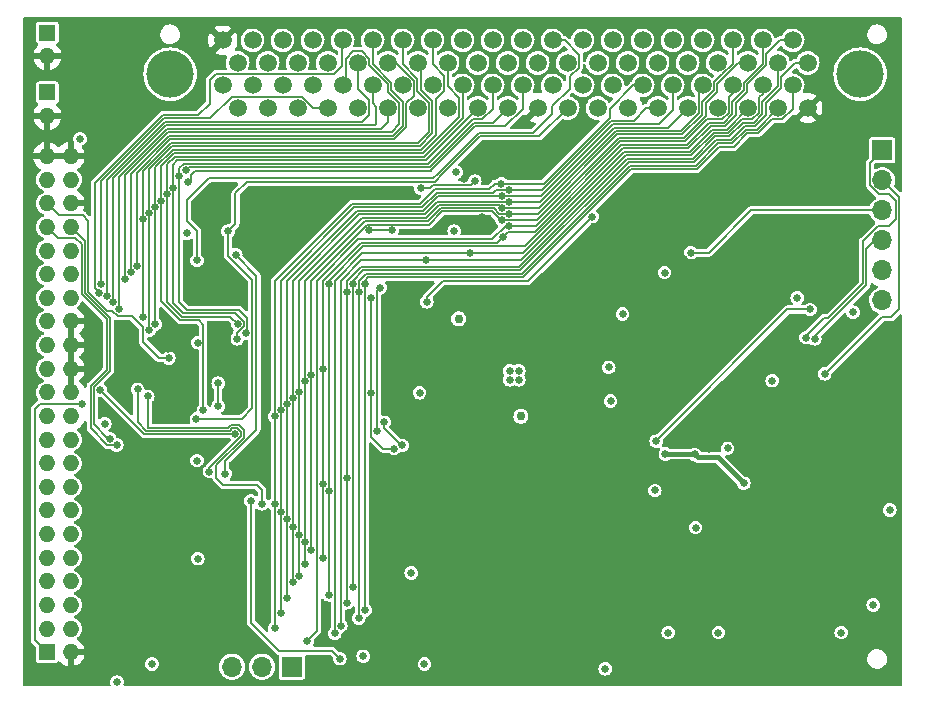
<source format=gbl>
G04 #@! TF.GenerationSoftware,KiCad,Pcbnew,6.0.11+dfsg-1~bpo11+1*
G04 #@! TF.CreationDate,2023-05-13T22:43:49+00:00*
G04 #@! TF.ProjectId,CIDER,43494445-522e-46b6-9963-61645f706362,rev?*
G04 #@! TF.SameCoordinates,Original*
G04 #@! TF.FileFunction,Copper,L4,Bot*
G04 #@! TF.FilePolarity,Positive*
%FSLAX46Y46*%
G04 Gerber Fmt 4.6, Leading zero omitted, Abs format (unit mm)*
G04 Created by KiCad (PCBNEW 6.0.11+dfsg-1~bpo11+1) date 2023-05-13 22:43:49*
%MOMM*%
%LPD*%
G01*
G04 APERTURE LIST*
G04 #@! TA.AperFunction,ComponentPad*
%ADD10R,1.700000X1.700000*%
G04 #@! TD*
G04 #@! TA.AperFunction,ComponentPad*
%ADD11O,1.700000X1.700000*%
G04 #@! TD*
G04 #@! TA.AperFunction,ComponentPad*
%ADD12R,1.375400X1.375400*%
G04 #@! TD*
G04 #@! TA.AperFunction,ComponentPad*
%ADD13O,1.375400X1.375400*%
G04 #@! TD*
G04 #@! TA.AperFunction,ComponentPad*
%ADD14C,4.000000*%
G04 #@! TD*
G04 #@! TA.AperFunction,ComponentPad*
%ADD15C,1.500000*%
G04 #@! TD*
G04 #@! TA.AperFunction,ViaPad*
%ADD16C,0.635000*%
G04 #@! TD*
G04 #@! TA.AperFunction,ViaPad*
%ADD17C,0.762000*%
G04 #@! TD*
G04 #@! TA.AperFunction,Conductor*
%ADD18C,0.177800*%
G04 #@! TD*
G04 #@! TA.AperFunction,Conductor*
%ADD19C,0.381000*%
G04 #@! TD*
G04 APERTURE END LIST*
D10*
X23012400Y1905000D03*
D11*
X20472400Y1905000D03*
X17932400Y1905000D03*
D10*
X73001400Y45616400D03*
D11*
X73001400Y43076400D03*
X73001400Y40536400D03*
X73001400Y37996400D03*
X73001400Y35456400D03*
X73001400Y32916400D03*
D12*
X2313200Y50518600D03*
D13*
X2313200Y48518600D03*
D12*
X2313200Y55582600D03*
D13*
X2313200Y53582600D03*
D14*
X71120000Y52070000D03*
X12700000Y52070000D03*
D15*
X17145000Y51117500D03*
X17145000Y54927500D03*
X18415000Y49212500D03*
X18415000Y53022500D03*
X19685000Y51117500D03*
X19685000Y54927500D03*
X20955000Y49212500D03*
X20955000Y53022500D03*
X22225000Y51117500D03*
X22225000Y54927500D03*
X23495000Y49212500D03*
X23495000Y53022500D03*
X24765000Y51117500D03*
X24765000Y54927500D03*
X26035000Y49212500D03*
X26035000Y53022500D03*
X27305000Y51117500D03*
X27305000Y54927500D03*
X28575000Y49212500D03*
X28575000Y53022500D03*
X29845000Y51117500D03*
X29845000Y54927500D03*
X31115000Y49212500D03*
X31115000Y53022500D03*
X32385000Y51117500D03*
X32385000Y54927500D03*
X33655000Y49212500D03*
X33655000Y53022500D03*
X34925000Y51117500D03*
X34925000Y54927500D03*
X36195000Y49212500D03*
X36195000Y53022500D03*
X37465000Y51117500D03*
X37465000Y54927500D03*
X38735000Y49212500D03*
X38735000Y53022500D03*
X40005000Y51117500D03*
X40005000Y54927500D03*
X41275000Y49212500D03*
X41275000Y53022500D03*
X42545000Y51117500D03*
X42545000Y54927500D03*
X43815000Y49212500D03*
X43815000Y53022500D03*
X45085000Y51117500D03*
X45085000Y54927500D03*
X46355000Y49212500D03*
X46355000Y53022500D03*
X47625000Y51117500D03*
X47625000Y54927500D03*
X48895000Y49212500D03*
X48895000Y53022500D03*
X50165000Y51117500D03*
X50165000Y54927500D03*
X51435000Y49212500D03*
X51435000Y53022500D03*
X52705000Y51117500D03*
X52705000Y54927500D03*
X53975000Y49212500D03*
X53975000Y53022500D03*
X55245000Y51117500D03*
X55245000Y54927500D03*
X56515000Y49212500D03*
X56515000Y53022500D03*
X57785000Y51117500D03*
X57785000Y54927500D03*
X59055000Y49212500D03*
X59055000Y53022500D03*
X60325000Y51117500D03*
X60325000Y54927500D03*
X61595000Y49212500D03*
X61595000Y53022500D03*
X62865000Y51117500D03*
X62865000Y54927500D03*
X64135000Y49212500D03*
X64135000Y53022500D03*
X65405000Y51117500D03*
X65405000Y54927500D03*
X66675000Y49212500D03*
X66675000Y53022500D03*
D12*
X2282500Y3130000D03*
D13*
X4282500Y3130000D03*
X2282500Y5130000D03*
X4282500Y5130000D03*
X2282500Y7130000D03*
X4282500Y7130000D03*
X2282500Y9130000D03*
X4282500Y9130000D03*
X2282500Y11130000D03*
X4282500Y11130000D03*
X2282500Y13130000D03*
X4282500Y13130000D03*
X2282500Y15130000D03*
X4282500Y15130000D03*
X2282500Y17130000D03*
X4282500Y17130000D03*
X2282500Y19130000D03*
X4282500Y19130000D03*
X2282500Y21130000D03*
X4282500Y21130000D03*
X2282500Y23130000D03*
X4282500Y23130000D03*
X2282500Y25130000D03*
X4282500Y25130000D03*
X2282500Y27130000D03*
X4282500Y27130000D03*
X2282500Y29130000D03*
X4282500Y29130000D03*
X2282500Y31130000D03*
X4282500Y31130000D03*
X2282500Y33130000D03*
X4282500Y33130000D03*
X2282500Y35130000D03*
X4282500Y35130000D03*
X2282500Y37130000D03*
X4282500Y37130000D03*
X2282500Y39130000D03*
X4282500Y39130000D03*
X2282500Y41130000D03*
X4282500Y41130000D03*
X2282500Y43130000D03*
X4282500Y43130000D03*
X2282500Y45130000D03*
X4282500Y45130000D03*
D16*
X63685806Y26122800D03*
X59896100Y20385784D03*
X51007708Y31766592D03*
X42232600Y26197100D03*
D17*
X42400908Y23098300D03*
D16*
X57189200Y13681000D03*
X59131200Y4791000D03*
X41470600Y26959100D03*
X33123400Y9835600D03*
X69531200Y4791000D03*
X70514908Y31918992D03*
X53749300Y16826400D03*
X54877200Y4791000D03*
X73634600Y15163800D03*
X41470600Y26197100D03*
X65790508Y33138192D03*
X42232600Y26959100D03*
X34239200Y2133600D03*
X49839308Y27245392D03*
X54563708Y35271792D03*
X72239400Y7120500D03*
X49991708Y24393700D03*
X49542600Y1716400D03*
X72009000Y24638000D03*
X11546900Y20681400D03*
X67210700Y1716400D03*
X35776200Y2107800D03*
X69900800Y44246800D03*
X16278500Y2131600D03*
X46747708Y19669300D03*
X61269308Y23638592D03*
X55101400Y16291000D03*
X36831800Y33776000D03*
X57357708Y23282992D03*
X70565708Y15053392D03*
X26889908Y1100892D03*
X6924100Y13493200D03*
X21907800Y39293400D03*
X44196000Y28448000D03*
X34814844Y27969850D03*
X39131300Y39980100D03*
X61445500Y1716400D03*
X12486700Y12731200D03*
X37593800Y43203400D03*
X56235600Y36423600D03*
X68838508Y37557792D03*
X20790200Y31622600D03*
X58830908Y16374192D03*
X48895000Y30226000D03*
X10287000Y4572000D03*
X41187100Y8624600D03*
X18518400Y25598600D03*
X29923000Y9835600D03*
X41064200Y15685800D03*
D17*
X37066908Y23098300D03*
D16*
X33934400Y26060400D03*
X69803708Y29836192D03*
X11176000Y8509000D03*
X61624908Y37456192D03*
X20587000Y13487000D03*
X9120400Y29332400D03*
X31115000Y31623000D03*
X10414000Y15113000D03*
X30543800Y1053800D03*
X65841308Y28210592D03*
X46408100Y1716400D03*
X6771700Y4516600D03*
X72214000Y12048100D03*
X48192108Y32299992D03*
X64114108Y34966992D03*
X31292800Y24104400D03*
X32131000Y17018000D03*
X6936000Y23490400D03*
X48731200Y16263000D03*
X52731200Y2251000D03*
X14122400Y36957000D03*
X42926000Y21463000D03*
X12562900Y28809400D03*
X47076093Y23579328D03*
X50956908Y39284992D03*
X46537308Y34662192D03*
X57531000Y9271000D03*
X34417000Y21463000D03*
X67466908Y22368592D03*
X59542108Y39589792D03*
X57531200Y2251000D03*
X63148908Y16729792D03*
X46588108Y27092992D03*
X42824400Y9194800D03*
D17*
X42400908Y31353300D03*
D16*
X58322908Y20336592D03*
X50321400Y16291000D03*
X44450000Y34671000D03*
X7180600Y22488700D03*
X14975900Y19360600D03*
X29057600Y2794000D03*
X15024600Y29342800D03*
X14122400Y38608000D03*
X11173100Y2131600D03*
X33820900Y25099200D03*
X5079000Y46584600D03*
X15052100Y11054800D03*
X36754100Y38781200D03*
D17*
X37139308Y31353300D03*
D16*
X36921500Y43770000D03*
X8206000Y582200D03*
X6859800Y34281200D03*
X8876800Y34761200D03*
X6706412Y33574248D03*
X7367800Y33281200D03*
X7882770Y32773148D03*
X9386600Y35281200D03*
X34442400Y32791400D03*
X8382000Y32207200D03*
X48430067Y40009933D03*
X9919200Y35802600D03*
X16765800Y23966200D03*
X16765800Y25896600D03*
X10401307Y39826716D03*
X10427200Y31535400D03*
X10922000Y30378400D03*
X10912999Y40338070D03*
X11430000Y30899600D03*
X11416800Y40857200D03*
X11949557Y41374134D03*
X15519400Y23596600D03*
X12447800Y41898600D03*
X18409823Y30918823D03*
X18396577Y29674177D03*
X12967200Y42432000D03*
X19100800Y30175200D03*
X13462000Y43439253D03*
X14029577Y43974423D03*
X14191212Y42926800D03*
X14986000Y36296600D03*
X17604000Y38781200D03*
X14935200Y22910800D03*
X21570500Y15670300D03*
X21566400Y23094000D03*
X21570500Y5176700D03*
X40749200Y42785800D03*
X22078500Y15020300D03*
X22086450Y23596852D03*
X41402000Y42291000D03*
X22078500Y6485300D03*
X22586500Y7749500D03*
X22599700Y24118600D03*
X22576500Y14380300D03*
X40767000Y41783000D03*
X53865800Y20990100D03*
X66882708Y32147592D03*
X23094500Y13720300D03*
X23112200Y9041800D03*
X41402000Y41275000D03*
X23102287Y24638906D03*
X40767000Y40767000D03*
X23602500Y9594300D03*
X23614026Y25150213D03*
X23602500Y13070300D03*
X24312700Y4084500D03*
X41402000Y39243000D03*
X41402000Y40259000D03*
X24123700Y26074400D03*
X24110500Y10590300D03*
X24110500Y12420300D03*
X26650500Y4724100D03*
X38125400Y36906200D03*
X40767000Y39764200D03*
X24618500Y11790300D03*
X24626287Y26594706D03*
X34340800Y36322000D03*
X27158500Y5384500D03*
X40907200Y38309000D03*
X25634500Y11132300D03*
X25634500Y17391100D03*
X25647700Y27090400D03*
X28683000Y33624500D03*
X28682500Y6029100D03*
X31497800Y38845200D03*
X27678400Y17916700D03*
X29581977Y38842823D03*
X27666500Y7329100D03*
X27666000Y33625000D03*
X29190500Y34325100D03*
X29210000Y6705600D03*
X26142500Y7984500D03*
X26142500Y34325100D03*
X26142500Y16741100D03*
X28174500Y34325100D03*
X28187700Y8619100D03*
X66548000Y29768800D03*
X68122800Y26695400D03*
X56794400Y36957000D03*
X67284600Y29667200D03*
X5215308Y24146592D03*
X31652908Y20370300D03*
X29736544Y33117000D03*
X29706600Y25116000D03*
X6790108Y25340392D03*
X30244044Y21848556D03*
X30481800Y34006000D03*
X18188200Y21610800D03*
X8180600Y20674753D03*
X12598400Y28041600D03*
X61269308Y17440992D03*
X54635400Y19913600D03*
X57133355Y19871555D03*
X7596400Y21223000D03*
X38508200Y43000200D03*
X33936200Y42416000D03*
X10808000Y24790000D03*
X20472400Y15697200D03*
X32364108Y20637000D03*
X30812000Y22594600D03*
X16029200Y18422400D03*
X9944400Y25399600D03*
X17366000Y18242600D03*
X18255000Y36763500D03*
X27062676Y2587140D03*
X19558000Y15951200D03*
D18*
X23889539Y50165000D02*
X17932400Y50165000D01*
X26035000Y49212500D02*
X24842039Y49212500D01*
X24842039Y49212500D02*
X23889539Y50165000D01*
X16090900Y48323500D02*
X12188670Y48323500D01*
X6859800Y42994630D02*
X6859800Y34281200D01*
X12188670Y48323500D02*
X6859800Y42994630D01*
X17932400Y50165000D02*
X16090900Y48323500D01*
X29552900Y52824469D02*
X31140400Y51236969D01*
X12528950Y47155100D02*
X31451208Y47155100D01*
X32105600Y49624908D02*
X32105600Y47809492D01*
X8891800Y35370800D02*
X8891800Y43517950D01*
X8891800Y35009800D02*
X8790200Y34908200D01*
X28194000Y54000400D02*
X28944139Y54000400D01*
X29552900Y53391639D02*
X29552900Y52824469D01*
X27584400Y51396900D02*
X27584400Y53390800D01*
X28944139Y54000400D02*
X29552900Y53391639D01*
X8891800Y35370800D02*
X8891800Y34776200D01*
X31140400Y51236969D02*
X31140400Y50590108D01*
X31140400Y50590108D02*
X32105600Y49624908D01*
X27584400Y53390800D02*
X28194000Y54000400D01*
X31451208Y47155100D02*
X32105600Y47809492D01*
X8891800Y34776200D02*
X8876800Y34761200D01*
X8891800Y43517950D02*
X12528950Y47155100D01*
X8891800Y35370800D02*
X8891800Y35009800D01*
X12103600Y48615600D02*
X6344500Y42856500D01*
X16052800Y49580800D02*
X15087600Y48615600D01*
X26574800Y52070000D02*
X16577916Y52070000D01*
X6344500Y33977900D02*
X6706412Y33615988D01*
X6706412Y33615988D02*
X6706412Y33574248D01*
X16052800Y51544884D02*
X16052800Y49580800D01*
X15087600Y48615600D02*
X12103600Y48615600D01*
X27292300Y52787500D02*
X26574800Y52070000D01*
X27292300Y54914800D02*
X27292300Y52787500D01*
X6344500Y42856500D02*
X6344500Y33977900D01*
X16577916Y52070000D02*
X16052800Y51544884D01*
X7367800Y43125460D02*
X7367800Y33281200D01*
X29552900Y49847500D02*
X29552900Y48602900D01*
X28575000Y50825400D02*
X29552900Y49847500D01*
X28981400Y48031400D02*
X12273740Y48031400D01*
X29552900Y48602900D02*
X28981400Y48031400D01*
X12273740Y48031400D02*
X7367800Y43125460D01*
X28575000Y53022500D02*
X28575000Y50825400D01*
X30162500Y49276000D02*
X30162500Y47891700D01*
X30162500Y47891700D02*
X30010100Y47739300D01*
X29845000Y51117500D02*
X29845000Y49593500D01*
X12358810Y47739300D02*
X7874000Y43254490D01*
X30010100Y47739300D02*
X12358810Y47739300D01*
X7874000Y43254490D02*
X7874000Y32639000D01*
X29845000Y49593500D02*
X30162500Y49276000D01*
X9374400Y43623380D02*
X12601320Y46850300D01*
X12601320Y46850300D02*
X31559500Y46850300D01*
X29845000Y52945461D02*
X29845000Y54927500D01*
X31432500Y51357961D02*
X29845000Y52945461D01*
X9374400Y35281200D02*
X9374400Y43623380D01*
X32410400Y47701200D02*
X32410400Y49733200D01*
X31559500Y46850300D02*
X32410400Y47701200D01*
X31432500Y50711100D02*
X31432500Y51357961D01*
X32410400Y49733200D02*
X31432500Y50711100D01*
X8382000Y43385320D02*
X8382000Y32207200D01*
X35814000Y34594800D02*
X34442400Y33223200D01*
X48430067Y40009933D02*
X48430067Y39997267D01*
X30530800Y47447200D02*
X12443880Y47447200D01*
X31115000Y49212500D02*
X31115000Y48031400D01*
X43027600Y34594800D02*
X35814000Y34594800D01*
X48430067Y39997267D02*
X43027600Y34594800D01*
X31115000Y48031400D02*
X30530800Y47447200D01*
X12443880Y47447200D02*
X8382000Y43385320D01*
X34442400Y33223200D02*
X34442400Y32791400D01*
X12686390Y46558200D02*
X31680492Y46558200D01*
X33350200Y50254739D02*
X33350200Y51529908D01*
X32702500Y49607039D02*
X33350200Y50254739D01*
X31680492Y46558200D02*
X32702500Y47580208D01*
X31857608Y53022500D02*
X31115000Y53022500D01*
X9857000Y43728810D02*
X12686390Y46558200D01*
X32702500Y47580208D02*
X32702500Y49607039D01*
X33350200Y51529908D02*
X31857608Y53022500D01*
X9857000Y35864800D02*
X9857000Y43728810D01*
X9919200Y35802600D02*
X9857000Y35864800D01*
X33642300Y51650900D02*
X32385000Y52908200D01*
X16765800Y23966200D02*
X16765800Y25896600D01*
X12771460Y46266100D02*
X33705116Y46266100D01*
X10427200Y31535400D02*
X10414000Y31548600D01*
X10414000Y43908640D02*
X12771460Y46266100D01*
X34620200Y49662169D02*
X33642300Y50640069D01*
X34620200Y47181184D02*
X34620200Y49662169D01*
X33705116Y46266100D02*
X34620200Y47181184D01*
X32385000Y52908200D02*
X32385000Y54927500D01*
X33642300Y50640069D02*
X33642300Y51650900D01*
X10414000Y31548600D02*
X10414000Y43908640D01*
X34912300Y49783161D02*
X33934400Y50761061D01*
X10922000Y44039470D02*
X12856530Y45974000D01*
X33826108Y45974000D02*
X34912300Y47060192D01*
X10922000Y30378400D02*
X10922000Y44039470D01*
X34912300Y47060192D02*
X34912300Y49783161D01*
X12856530Y45974000D02*
X33826108Y45974000D01*
X33934400Y50761061D02*
X33934400Y52743100D01*
X34925000Y52908200D02*
X34925000Y54927500D01*
X35204400Y49936400D02*
X35902900Y50634900D01*
X11430000Y30899600D02*
X11430000Y44170300D01*
X35204400Y46939200D02*
X35204400Y49936400D01*
X35902900Y50634900D02*
X35902900Y51930300D01*
X11430000Y44170300D02*
X12916200Y45656500D01*
X12916200Y45656500D02*
X33921700Y45656500D01*
X35902900Y51930300D02*
X34925000Y52908200D01*
X33921700Y45656500D02*
X35204400Y46939200D01*
X15151100Y31229300D02*
X13563226Y31229300D01*
X15519400Y23596600D02*
X15519400Y30861000D01*
X37172900Y50050700D02*
X36195000Y51028600D01*
X34093200Y45364400D02*
X37172900Y48444100D01*
X15519400Y30861000D02*
X15151100Y31229300D01*
X36195000Y51028600D02*
X36195000Y53022500D01*
X37172900Y48444100D02*
X37172900Y50050700D01*
X13001270Y45364400D02*
X34093200Y45364400D01*
X13563226Y31229300D02*
X11938000Y32854526D01*
X11938000Y32854526D02*
X11938000Y44301130D01*
X11938000Y44301130D02*
X13001270Y45364400D01*
X13684218Y31521400D02*
X12446000Y32759618D01*
X37465000Y48323108D02*
X37465000Y51117500D01*
X18409823Y30918823D02*
X17807246Y31521400D01*
X17807246Y31521400D02*
X13684218Y31521400D01*
X34214192Y45072300D02*
X37465000Y48323108D01*
X12446000Y44431960D02*
X13086340Y45072300D01*
X12446000Y32759618D02*
X12446000Y44431960D01*
X13086340Y45072300D02*
X34214192Y45072300D01*
X13805210Y31813500D02*
X12954000Y32664710D01*
X12954000Y44411400D02*
X13322800Y44780200D01*
X18961100Y31067300D02*
X18214900Y31813500D01*
X34335184Y44780200D02*
X38735000Y49180016D01*
X18396577Y29674177D02*
X18396577Y30182177D01*
X12954000Y32664710D02*
X12954000Y44411400D01*
X18214900Y31813500D02*
X13805210Y31813500D01*
X18396577Y30182177D02*
X18961100Y30746700D01*
X13322800Y44780200D02*
X34335184Y44780200D01*
X18961100Y30746700D02*
X18961100Y31067300D01*
X13462000Y44106600D02*
X13843500Y44488100D01*
X40005000Y49135461D02*
X40005000Y51117500D01*
X18532400Y32105600D02*
X14122400Y32105600D01*
X13462000Y32766000D02*
X13462000Y44106600D01*
X13843500Y44488100D02*
X34537700Y44488100D01*
X19100800Y30175200D02*
X19227800Y30302200D01*
X19227800Y30302200D02*
X19227800Y31410200D01*
X38309600Y48260000D02*
X39129539Y48260000D01*
X39129539Y48260000D02*
X40005000Y49135461D01*
X34537700Y44488100D02*
X38309600Y48260000D01*
X19227800Y31410200D02*
X18532400Y32105600D01*
X14122400Y32105600D02*
X13462000Y32766000D01*
X14029577Y43974423D02*
X14276554Y44221400D01*
X34684092Y44221400D02*
X38430592Y47967900D01*
X14276554Y44221400D02*
X34684092Y44221400D01*
X38430592Y47967900D02*
X40030400Y47967900D01*
X40030400Y47967900D02*
X41275000Y49212500D01*
X34791700Y43915916D02*
X38551584Y47675800D01*
X14478000Y43561000D02*
X14795500Y43878500D01*
X34791700Y43878500D02*
X34791700Y43915916D01*
X42545000Y49135461D02*
X42545000Y51117500D01*
X14344600Y42926800D02*
X14478000Y43060200D01*
X14795500Y43878500D02*
X34791700Y43878500D01*
X14191212Y42926800D02*
X14344600Y42926800D01*
X38551584Y47675800D02*
X41085339Y47675800D01*
X14478000Y43060200D02*
X14478000Y43561000D01*
X41085339Y47675800D02*
X42545000Y49135461D01*
X14122400Y41395600D02*
X15970300Y43243500D01*
X35375900Y43643208D02*
X38824292Y47091600D01*
X43454231Y47091600D02*
X45074100Y48711469D01*
X35375900Y43636516D02*
X35375900Y43643208D01*
X46110900Y54927500D02*
X45085000Y54927500D01*
X14986000Y36296600D02*
X14986000Y38811200D01*
X14986000Y38811200D02*
X14122400Y39674800D01*
X14122400Y39674800D02*
X14122400Y41395600D01*
X34982884Y43243500D02*
X35375900Y43636516D01*
X15970300Y43243500D02*
X34982884Y43243500D01*
X47307500Y52627961D02*
X47307500Y53730900D01*
X38824292Y47091600D02*
X43454231Y47091600D01*
X46560000Y50832369D02*
X46560000Y51880461D01*
X47307500Y53730900D02*
X46110900Y54927500D01*
X46560000Y51880461D02*
X47307500Y52627961D01*
X45074100Y49346469D02*
X46560000Y50832369D01*
X45074100Y48711469D02*
X45074100Y49346469D01*
X18237200Y41982371D02*
X19206229Y42951400D01*
X19206229Y42951400D02*
X35103876Y42951400D01*
X18237200Y39414400D02*
X18237200Y41982371D01*
X17604000Y38781200D02*
X18237200Y39414400D01*
X17604000Y38781200D02*
X17627600Y38757600D01*
X35103876Y42951400D02*
X35822492Y43670016D01*
X35822492Y43670016D02*
X35822492Y43676708D01*
X18796000Y22910800D02*
X14935200Y22910800D01*
X43942000Y46799500D02*
X46355000Y49212500D01*
X17627600Y38757600D02*
X17627600Y36677600D01*
X19659600Y23774400D02*
X18796000Y22910800D01*
X38945284Y46799500D02*
X43942000Y46799500D01*
X17627600Y36677600D02*
X19659600Y34645600D01*
X19659600Y34645600D02*
X19659600Y23774400D01*
X35822492Y43676708D02*
X38945284Y46799500D01*
X33896048Y41092600D02*
X28084000Y41092600D01*
X51879500Y51117500D02*
X52705000Y51117500D01*
X40212000Y42799000D02*
X39729400Y42316400D01*
X40762400Y42799000D02*
X44323000Y42799000D01*
X40736000Y42799000D02*
X40212000Y42799000D01*
X28084000Y41092600D02*
X21570500Y34579100D01*
X21570500Y15670300D02*
X21570500Y5176700D01*
X21570500Y34579100D02*
X21570500Y15670300D01*
X40749200Y42785800D02*
X40762400Y42799000D01*
X39729400Y42316400D02*
X35119848Y42316400D01*
X44323000Y42799000D02*
X49911000Y48387000D01*
X49911000Y48387000D02*
X49911000Y49149000D01*
X49911000Y49149000D02*
X51879500Y51117500D01*
X40749200Y42785800D02*
X40736000Y42799000D01*
X35119848Y42316400D02*
X33896048Y41092600D01*
X22078500Y34579100D02*
X22078500Y15020300D01*
X53022500Y49212500D02*
X53975000Y49212500D01*
X50070092Y48133000D02*
X51943000Y48133000D01*
X40262800Y42291000D02*
X40021500Y42049700D01*
X34017040Y40800500D02*
X28299900Y40800500D01*
X28299900Y40800500D02*
X22078500Y34579100D01*
X41402000Y42291000D02*
X40262800Y42291000D01*
X51943000Y48133000D02*
X53022500Y49212500D01*
X40021500Y42049700D02*
X35266240Y42049700D01*
X44228092Y42291000D02*
X50070092Y48133000D01*
X35266240Y42049700D02*
X34017040Y40800500D01*
X22078500Y15020300D02*
X22078500Y6485300D01*
X41402000Y42291000D02*
X44228092Y42291000D01*
X35412632Y41783000D02*
X34138032Y40508400D01*
X54063900Y47840900D02*
X55245000Y49022000D01*
X34138032Y40508400D02*
X28515800Y40508400D01*
X40767000Y41783000D02*
X35412632Y41783000D01*
X22593300Y34585900D02*
X22593300Y7756300D01*
X40767000Y41783000D02*
X44133184Y41783000D01*
X44133184Y41783000D02*
X50191084Y47840900D01*
X55245000Y49022000D02*
X55245000Y51117500D01*
X50191084Y47840900D02*
X54063900Y47840900D01*
X22593300Y7756300D02*
X22586500Y7749500D01*
X28515800Y40508400D02*
X22593300Y34585900D01*
X64964392Y32147592D02*
X66882708Y32147592D01*
X53865800Y20990100D02*
X53865800Y21049000D01*
X53865800Y21049000D02*
X64964392Y32147592D01*
X50312076Y47548800D02*
X44038276Y41275000D01*
X23094500Y13720300D02*
X23094500Y9059500D01*
X54851300Y47548800D02*
X50312076Y47548800D01*
X44038276Y41275000D02*
X41402000Y41275000D01*
X28731700Y40216300D02*
X34259024Y40216300D01*
X35317724Y41275000D02*
X41402000Y41275000D01*
X56515000Y49212500D02*
X54851300Y47548800D01*
X23094500Y34579100D02*
X28731700Y40216300D01*
X23094500Y13720300D02*
X23094500Y34579100D01*
X23094500Y9059500D02*
X23112200Y9041800D01*
X34259024Y40216300D02*
X35317724Y41275000D01*
X55956200Y47256700D02*
X57467500Y48768000D01*
X34380016Y39924200D02*
X28947600Y39924200D01*
X23602500Y13070300D02*
X23602500Y9594300D01*
X28947600Y39924200D02*
X23602500Y34579100D01*
X57467500Y48768000D02*
X57467500Y50673000D01*
X40525700Y41008300D02*
X35464116Y41008300D01*
X43943368Y40767000D02*
X50433068Y47256700D01*
X35464116Y41008300D02*
X34380016Y39924200D01*
X40767000Y40767000D02*
X40525700Y41008300D01*
X50433068Y47256700D02*
X55956200Y47256700D01*
X40767000Y40767000D02*
X43943368Y40767000D01*
X23602500Y34579100D02*
X23602500Y13070300D01*
X43658644Y39243000D02*
X41402000Y39243000D01*
X28622000Y38074600D02*
X39938300Y38074600D01*
X24312700Y4084500D02*
X25126500Y4898300D01*
X25126500Y4898300D02*
X25126500Y34579100D01*
X50796044Y46380400D02*
X43658644Y39243000D01*
X60007500Y50126900D02*
X60007500Y48817961D01*
X58198776Y48260000D02*
X56319176Y46380400D01*
X41106700Y39243000D02*
X41402000Y39243000D01*
X60007500Y48817961D02*
X59449539Y48260000D01*
X60325000Y50444400D02*
X60007500Y50126900D01*
X56319176Y46380400D02*
X50796044Y46380400D01*
X25126500Y34579100D02*
X28622000Y38074600D01*
X39938300Y38074600D02*
X41106700Y39243000D01*
X59449539Y48260000D02*
X58198776Y48260000D01*
X43848460Y40259000D02*
X41402000Y40259000D01*
X24110500Y12420300D02*
X24110500Y10590300D01*
X58737500Y51371500D02*
X58737500Y50722961D01*
X57759600Y49745061D02*
X57759600Y48647008D01*
X24110500Y34579100D02*
X29163500Y39632100D01*
X56077192Y46964600D02*
X50554060Y46964600D01*
X40091940Y40741600D02*
X40574540Y40259000D01*
X59449539Y52070000D02*
X59436000Y52070000D01*
X50554060Y46964600D02*
X43848460Y40259000D01*
X40574540Y40259000D02*
X41402000Y40259000D01*
X57759600Y48647008D02*
X56077192Y46964600D01*
X34501008Y39632100D02*
X35610508Y40741600D01*
X35610508Y40741600D02*
X40091940Y40741600D01*
X60325000Y52945461D02*
X59449539Y52070000D01*
X58737500Y50722961D02*
X57759600Y49745061D01*
X60325000Y54927500D02*
X60325000Y52945461D01*
X24110500Y12420300D02*
X24110500Y34579100D01*
X29163500Y39632100D02*
X34501008Y39632100D01*
X59436000Y52070000D02*
X58737500Y51371500D01*
X42561120Y36906200D02*
X51159020Y45504100D01*
X56712192Y45504100D02*
X58591792Y47383700D01*
X26650500Y34579100D02*
X28977600Y36906200D01*
X26650500Y4724100D02*
X26650500Y34579100D01*
X59812515Y47383700D02*
X61595000Y49166185D01*
X28977600Y36906200D02*
X42561120Y36906200D01*
X51159020Y45504100D02*
X56712192Y45504100D01*
X58591792Y47383700D02*
X59812515Y47383700D01*
X59029600Y50601969D02*
X59029600Y51236969D01*
X40767000Y39764200D02*
X40692170Y39764200D01*
X24618500Y34579100D02*
X24618500Y11790300D01*
X58051700Y48526016D02*
X58051700Y49624069D01*
X34622000Y39340000D02*
X29379400Y39340000D01*
X60815131Y53022500D02*
X61595000Y53022500D01*
X40692170Y39764200D02*
X39981470Y40474900D01*
X40767000Y39764200D02*
X43766752Y39764200D01*
X58051700Y49624069D02*
X59029600Y50601969D01*
X39981470Y40474900D02*
X35756900Y40474900D01*
X43766752Y39764200D02*
X50675052Y46672500D01*
X35756900Y40474900D02*
X34622000Y39340000D01*
X50675052Y46672500D02*
X56198184Y46672500D01*
X59029600Y51236969D02*
X60815131Y53022500D01*
X56198184Y46672500D02*
X58051700Y48526016D01*
X29379400Y39340000D02*
X24618500Y34579100D01*
X61101907Y48260000D02*
X61989539Y48260000D01*
X27158500Y34579100D02*
X28901400Y36322000D01*
X56833184Y45212000D02*
X58712784Y47091600D01*
X62547500Y48817961D02*
X62547500Y50101500D01*
X61989539Y48260000D02*
X62547500Y48817961D01*
X28901400Y36322000D02*
X42390012Y36322000D01*
X42390012Y36322000D02*
X51280012Y45212000D01*
X62865000Y50419000D02*
X62865000Y51117500D01*
X58712784Y47091600D02*
X59933507Y47091600D01*
X59933507Y47091600D02*
X61101907Y48260000D01*
X51280012Y45212000D02*
X56833184Y45212000D01*
X27158500Y5384500D02*
X27158500Y34579100D01*
X62547500Y50101500D02*
X62865000Y50419000D01*
X58319768Y47967900D02*
X59570531Y47967900D01*
X25634500Y34579100D02*
X28837900Y37782500D01*
X60299600Y49745061D02*
X61277500Y50722961D01*
X40380700Y37782500D02*
X41333200Y38735000D01*
X62865000Y52945461D02*
X62865000Y54927500D01*
X28837900Y37782500D02*
X40380700Y37782500D01*
X61277500Y50722961D02*
X61277500Y51357961D01*
X25634500Y11132300D02*
X25634500Y17391100D01*
X43563736Y38735000D02*
X50917036Y46088300D01*
X25634500Y17391100D02*
X25634500Y34579100D01*
X59570531Y47967900D02*
X60299600Y48696969D01*
X41333200Y38735000D02*
X43563736Y38735000D01*
X50917036Y46088300D02*
X56440168Y46088300D01*
X61277500Y51357961D02*
X62865000Y52945461D01*
X60299600Y48696969D02*
X60299600Y49745061D01*
X56440168Y46088300D02*
X58319768Y47967900D01*
X28682500Y33624000D02*
X28682500Y6029100D01*
X60296483Y46215300D02*
X61464883Y47383700D01*
X28683000Y33624500D02*
X28683000Y34579600D01*
X59075760Y46215300D02*
X60296483Y46215300D01*
X42486288Y35179000D02*
X51642988Y44335700D01*
X28683000Y33624500D02*
X28682500Y33624000D01*
X28683000Y34579600D02*
X29282400Y35179000D01*
X61464883Y47383700D02*
X62352515Y47383700D01*
X57196160Y44335700D02*
X59075760Y46215300D01*
X62352515Y47383700D02*
X64135000Y49166185D01*
X51642988Y44335700D02*
X57196160Y44335700D01*
X29282400Y35179000D02*
X42486288Y35179000D01*
X31497800Y38845200D02*
X31495423Y38842823D01*
X27666000Y34572218D02*
X28856982Y35763200D01*
X60054499Y46799500D02*
X61222899Y47967900D01*
X27666000Y33625000D02*
X27666000Y34572218D01*
X56954176Y44919900D02*
X58833776Y46799500D01*
X58833776Y46799500D02*
X60054499Y46799500D01*
X51401004Y44919900D02*
X56954176Y44919900D01*
X62839600Y48696969D02*
X62839600Y49745061D01*
X64135000Y51040461D02*
X64135000Y53022500D01*
X27666500Y17928600D02*
X27666500Y33624500D01*
X62110531Y47967900D02*
X62839600Y48696969D01*
X27666500Y33624500D02*
X27666000Y33625000D01*
X28856982Y35763200D02*
X42244304Y35763200D01*
X61222899Y47967900D02*
X62110531Y47967900D01*
X31495423Y38842823D02*
X29581977Y38842823D01*
X27678400Y17916700D02*
X27666500Y17928600D01*
X27666500Y17904800D02*
X27666500Y7329100D01*
X42244304Y35763200D02*
X51401004Y44919900D01*
X62839600Y49745061D02*
X64135000Y51040461D01*
X27678400Y17916700D02*
X27666500Y17904800D01*
X29498300Y34886900D02*
X42607280Y34886900D01*
X29198300Y33411055D02*
X29198300Y34317300D01*
X29190500Y34325100D02*
X29190500Y34579100D01*
X60417475Y45923200D02*
X61585875Y47091600D01*
X59196752Y45923200D02*
X60417475Y45923200D01*
X51763980Y44043600D02*
X57317152Y44043600D01*
X42607280Y34886900D02*
X51763980Y44043600D01*
X29190500Y34579100D02*
X29498300Y34886900D01*
X65405000Y49135461D02*
X65405000Y51117500D01*
X61585875Y47091600D02*
X62473507Y47091600D01*
X29191300Y33404055D02*
X29198300Y33411055D01*
X62473507Y47091600D02*
X63641907Y48260000D01*
X29191300Y33404055D02*
X29191300Y6724300D01*
X29191300Y6724300D02*
X29210000Y6705600D01*
X57317152Y44043600D02*
X59196752Y45923200D01*
X63641907Y48260000D02*
X64529539Y48260000D01*
X64529539Y48260000D02*
X65405000Y49135461D01*
X29198300Y34317300D02*
X29190500Y34325100D01*
X63157100Y53757230D02*
X64327370Y54927500D01*
X61569600Y50601969D02*
X61569600Y51231800D01*
X26142500Y34579100D02*
X29053800Y37490400D01*
X59691523Y47675800D02*
X60591700Y48575977D01*
X42732228Y37490400D02*
X51038028Y45796200D01*
X26142500Y34325100D02*
X26142500Y34579100D01*
X60591700Y49624069D02*
X61569600Y50601969D01*
X56591200Y45796200D02*
X58470800Y47675800D01*
X26142500Y34325100D02*
X26142500Y16741100D01*
X63157100Y52819300D02*
X63157100Y53757230D01*
X64327370Y54927500D02*
X65405000Y54927500D01*
X51038028Y45796200D02*
X56591200Y45796200D01*
X60591700Y48575977D02*
X60591700Y49624069D01*
X61569600Y51231800D02*
X63157100Y52819300D01*
X58470800Y47675800D02*
X59691523Y47675800D01*
X26142500Y16741100D02*
X26142500Y7984500D01*
X29053800Y37490400D02*
X42732228Y37490400D01*
X63131700Y49618900D02*
X64427100Y50914300D01*
X64427100Y50914300D02*
X64427100Y51852230D01*
X29066500Y35471100D02*
X42365296Y35471100D01*
X42365296Y35471100D02*
X51521996Y44627800D01*
X28174500Y34325100D02*
X28174500Y34579100D01*
X60175491Y46507400D02*
X61343891Y47675800D01*
X58954768Y46507400D02*
X60175491Y46507400D01*
X63131700Y48575977D02*
X63131700Y49618900D01*
X64427100Y51852230D02*
X65597370Y53022500D01*
X62231523Y47675800D02*
X63131700Y48575977D01*
X57075168Y44627800D02*
X58954768Y46507400D01*
X28174500Y8632300D02*
X28187700Y8619100D01*
X51521996Y44627800D02*
X57075168Y44627800D01*
X65597370Y53022500D02*
X66675000Y53022500D01*
X28174500Y34579100D02*
X29066500Y35471100D01*
X28174500Y34325100D02*
X28174500Y8632300D01*
X61343891Y47675800D02*
X62231523Y47675800D01*
X66548000Y29895800D02*
X66548000Y29768800D01*
X73533000Y39192200D02*
X72618600Y39192200D01*
X71386700Y34349670D02*
X68431430Y31394400D01*
X73558400Y41935400D02*
X74180700Y41313100D01*
X68431430Y31394400D02*
X68046600Y31394400D01*
X68046600Y31394400D02*
X66548000Y29895800D01*
X74180700Y39839900D02*
X73533000Y39192200D01*
X74180700Y41313100D02*
X74180700Y39839900D01*
X73001400Y45616400D02*
X71958200Y44573200D01*
X71386700Y37960300D02*
X71386700Y34349670D01*
X72688871Y41935400D02*
X73558400Y41935400D01*
X71958200Y44573200D02*
X71958200Y42666071D01*
X72618600Y39192200D02*
X71386700Y37960300D01*
X71958200Y42666071D02*
X72688871Y41935400D01*
X68173600Y26695400D02*
X72974200Y31496000D01*
X73761600Y31496000D02*
X74447400Y32181800D01*
X72974200Y31496000D02*
X73761600Y31496000D01*
X68122800Y26695400D02*
X68173600Y26695400D01*
X74447400Y32181800D02*
X74447400Y41630400D01*
X74447400Y41630400D02*
X73001400Y43076400D01*
X63044800Y40536400D02*
X73001400Y40536400D01*
X58293000Y36957000D02*
X61874400Y40538400D01*
X63042800Y40538400D02*
X63044800Y40536400D01*
X56794400Y36957000D02*
X58293000Y36957000D01*
X61874400Y40538400D02*
X63042800Y40538400D01*
X67284600Y29870400D02*
X67284600Y29667200D01*
X71653400Y37261800D02*
X71653400Y34239200D01*
X71653400Y34239200D02*
X67284600Y29870400D01*
X72388000Y37996400D02*
X71653400Y37261800D01*
X5215308Y24146592D02*
X1659308Y24146592D01*
X1252908Y4159592D02*
X2282500Y3130000D01*
X1252908Y23740192D02*
X1252908Y4159592D01*
X1659308Y24146592D02*
X1252908Y23740192D01*
X29736544Y33117000D02*
X29719800Y33100256D01*
X29719800Y33100256D02*
X29719800Y25129200D01*
X29706600Y21388600D02*
X29706600Y25116000D01*
X31652908Y20370300D02*
X30724900Y20370300D01*
X30724900Y20370300D02*
X29706600Y21388600D01*
X29719800Y25129200D02*
X29706600Y25116000D01*
X10519700Y21610800D02*
X18188200Y21610800D01*
X6790108Y25340392D02*
X10519700Y21610800D01*
X30244044Y21848556D02*
X30244044Y33768244D01*
X30244044Y33768244D02*
X30481800Y34006000D01*
X5222300Y33423659D02*
X7322900Y31323060D01*
X7322900Y27032980D02*
X5970008Y25680088D01*
X5970008Y22096492D02*
X7391747Y20674753D01*
X7391747Y20674753D02*
X8180600Y20674753D01*
X4681908Y38192792D02*
X5222300Y37652400D01*
X5222300Y37652400D02*
X5222300Y33423659D01*
X2282500Y39130000D02*
X3219708Y38192792D01*
X3219708Y38192792D02*
X4681908Y38192792D01*
X7322900Y31323060D02*
X7322900Y27032980D01*
X5970008Y25680088D02*
X5970008Y22096492D01*
X11790500Y28041600D02*
X12598400Y28041600D01*
X10400950Y29431150D02*
X11790500Y28041600D01*
X3289308Y40123192D02*
X5289308Y40123192D01*
X2282500Y41130000D02*
X3289308Y40123192D01*
X7381300Y32019000D02*
X7813100Y32019000D01*
X9478150Y31577450D02*
X10400950Y30654650D01*
X5289308Y40123192D02*
X5755700Y39656800D01*
X7813100Y32019000D02*
X8254650Y31577450D01*
X5755700Y33644600D02*
X7381300Y32019000D01*
X10400950Y30654650D02*
X10400950Y29431150D01*
X5755700Y39656800D02*
X5755700Y33644600D01*
X8254650Y31577450D02*
X9478150Y31577450D01*
D19*
X59084908Y19625392D02*
X61269308Y17440992D01*
X57091310Y19913600D02*
X54635400Y19913600D01*
X57379518Y19625392D02*
X59084908Y19625392D01*
X57133355Y19871555D02*
X57091310Y19913600D01*
X57133355Y19871555D02*
X57379518Y19625392D01*
D18*
X5489000Y37923500D02*
X5489000Y33534129D01*
X5489000Y33534129D02*
X7589600Y31433530D01*
X4282500Y39130000D02*
X5489000Y37923500D01*
X7589600Y26922510D02*
X6236708Y25569618D01*
X6236708Y25569618D02*
X6236708Y22464792D01*
X6236708Y22464792D02*
X7478500Y21223000D01*
X7478500Y21223000D02*
X7596400Y21223000D01*
X7589600Y31433530D02*
X7589600Y26922510D01*
X34952200Y42670000D02*
X34698200Y42416000D01*
X38178000Y42670000D02*
X34952200Y42670000D01*
X38508200Y43000200D02*
X38178000Y42670000D01*
X34698200Y42416000D02*
X33936200Y42416000D01*
X20472400Y16852800D02*
X20472400Y15697200D01*
X16624600Y18969569D02*
X16624600Y17855800D01*
X17183400Y17297000D02*
X20028200Y17297000D01*
X10812200Y22144200D02*
X17643970Y22144200D01*
X18950200Y21295170D02*
X16624600Y18969569D01*
X20028200Y17297000D02*
X20472400Y16852800D01*
X16624600Y17855800D02*
X17183400Y17297000D01*
X10808000Y22148400D02*
X10812200Y22144200D01*
X10808000Y24866200D02*
X10808000Y22148400D01*
X18503830Y22372800D02*
X18950200Y21926430D01*
X17872569Y22372800D02*
X18503830Y22372800D01*
X17643970Y22144200D02*
X17872569Y22372800D01*
X18950200Y21926430D02*
X18950200Y21295170D01*
X10808000Y24866200D02*
X10808000Y24790000D01*
X32292300Y20637000D02*
X30812000Y22117300D01*
X32364108Y20637000D02*
X32292300Y20637000D01*
X30812000Y22117300D02*
X30812000Y22594600D01*
X18683500Y21815960D02*
X18393360Y22106100D01*
X18683500Y21405640D02*
X18683500Y21815960D01*
X16029200Y18751340D02*
X18683500Y21405640D01*
X17983040Y22106100D02*
X17754440Y21877500D01*
X18393360Y22106100D02*
X17983040Y22106100D01*
X10672500Y21877500D02*
X9944400Y22605600D01*
X17754440Y21877500D02*
X10672500Y21877500D01*
X16029200Y18422400D02*
X16029200Y18751340D01*
X9944400Y22605600D02*
X9944400Y25399600D01*
X20015200Y21982999D02*
X20015200Y35003300D01*
X20015200Y35003300D02*
X18255000Y36763500D01*
X17366000Y18242600D02*
X17366000Y19333799D01*
X17366000Y19333799D02*
X20015200Y21982999D01*
X26398616Y3251200D02*
X21945600Y3251200D01*
X27062676Y2587140D02*
X26398616Y3251200D01*
X19558000Y5638800D02*
X19558000Y15951200D01*
X21945600Y3251200D02*
X19558000Y5638800D01*
G04 #@! TA.AperFunction,Conductor*
G36*
X74617621Y56875498D02*
G01*
X74664114Y56821842D01*
X74675500Y56769500D01*
X74675500Y42192131D01*
X74655498Y42124010D01*
X74601842Y42077517D01*
X74531568Y42067413D01*
X74466988Y42096907D01*
X74460405Y42103036D01*
X74050743Y42512698D01*
X74016717Y42575010D01*
X74020525Y42642294D01*
X74078128Y42811986D01*
X74078129Y42811991D01*
X74079984Y42817455D01*
X74080812Y42823164D01*
X74080813Y42823169D01*
X74104394Y42985807D01*
X74109112Y43018347D01*
X74110632Y43076400D01*
X74098106Y43212723D01*
X74092587Y43272787D01*
X74092586Y43272790D01*
X74092058Y43278541D01*
X74069925Y43357019D01*
X74038525Y43468354D01*
X74038524Y43468356D01*
X74036957Y43473913D01*
X74029438Y43489162D01*
X73949731Y43650791D01*
X73947176Y43655972D01*
X73825720Y43818621D01*
X73676658Y43956413D01*
X73671775Y43959494D01*
X73671771Y43959497D01*
X73509864Y44061652D01*
X73504981Y44064733D01*
X73316439Y44139954D01*
X73310779Y44141080D01*
X73310775Y44141081D01*
X73123013Y44178429D01*
X73123010Y44178429D01*
X73117346Y44179556D01*
X73111571Y44179632D01*
X73111567Y44179632D01*
X73010193Y44180959D01*
X72914371Y44182213D01*
X72908674Y44181234D01*
X72908673Y44181234D01*
X72720007Y44148815D01*
X72714310Y44147836D01*
X72523863Y44077576D01*
X72492022Y44058633D01*
X72423253Y44040993D01*
X72355863Y44063333D01*
X72311249Y44118561D01*
X72301600Y44166918D01*
X72301600Y44378769D01*
X72321602Y44446890D01*
X72338505Y44467864D01*
X72345636Y44474995D01*
X72407948Y44509021D01*
X72434731Y44511900D01*
X73718089Y44511901D01*
X73876466Y44511901D01*
X73912218Y44519012D01*
X73938526Y44524244D01*
X73938528Y44524245D01*
X73950701Y44526666D01*
X73961021Y44533561D01*
X73961022Y44533562D01*
X74024568Y44576023D01*
X74034884Y44582916D01*
X74091134Y44667099D01*
X74105900Y44741333D01*
X74105899Y46491466D01*
X74091134Y46565701D01*
X74059945Y46612379D01*
X74041777Y46639568D01*
X74034884Y46649884D01*
X73950701Y46706134D01*
X73876467Y46720900D01*
X73001542Y46720900D01*
X72126334Y46720899D01*
X72090582Y46713788D01*
X72064274Y46708556D01*
X72064272Y46708555D01*
X72052099Y46706134D01*
X72041779Y46699239D01*
X72041778Y46699238D01*
X72017713Y46683158D01*
X71967916Y46649884D01*
X71911666Y46565701D01*
X71896900Y46491467D01*
X71896901Y45752247D01*
X71896901Y45049732D01*
X71876899Y44981611D01*
X71859996Y44960637D01*
X71729870Y44830511D01*
X71721766Y44823084D01*
X71691083Y44797338D01*
X71685573Y44787794D01*
X71671062Y44762661D01*
X71665158Y44753394D01*
X71648495Y44729596D01*
X71648494Y44729593D01*
X71642173Y44720566D01*
X71639321Y44709923D01*
X71637511Y44706041D01*
X71636042Y44702004D01*
X71630532Y44692461D01*
X71628619Y44681611D01*
X71628618Y44681609D01*
X71623576Y44653012D01*
X71621200Y44642294D01*
X71610830Y44603591D01*
X71611790Y44592617D01*
X71611790Y44592615D01*
X71614321Y44563690D01*
X71614800Y44552708D01*
X71614800Y42686563D01*
X71614321Y42675581D01*
X71610830Y42635680D01*
X71621200Y42596977D01*
X71623576Y42586259D01*
X71627268Y42565322D01*
X71630532Y42546810D01*
X71636042Y42537267D01*
X71637511Y42533230D01*
X71639321Y42529348D01*
X71642173Y42518705D01*
X71648494Y42509678D01*
X71648495Y42509675D01*
X71665158Y42485877D01*
X71671058Y42476616D01*
X71691083Y42441933D01*
X71699530Y42434845D01*
X71721761Y42416191D01*
X71729865Y42408765D01*
X72431560Y41707070D01*
X72438986Y41698966D01*
X72462329Y41671147D01*
X72490794Y41606107D01*
X72479577Y41536002D01*
X72430230Y41481871D01*
X72354382Y41436747D01*
X72354374Y41436742D01*
X72349410Y41433788D01*
X72345070Y41429982D01*
X72345066Y41429979D01*
X72201133Y41303752D01*
X72196792Y41299945D01*
X72193217Y41295410D01*
X72193216Y41295409D01*
X72164122Y41258503D01*
X72071120Y41140531D01*
X71976603Y40960885D01*
X71975433Y40957117D01*
X71931257Y40902300D01*
X71859398Y40879800D01*
X63112060Y40879800D01*
X63094829Y40882069D01*
X63094819Y40881957D01*
X63083834Y40882918D01*
X63073191Y40885770D01*
X63062217Y40884810D01*
X63062215Y40884810D01*
X63033290Y40882279D01*
X63022308Y40881800D01*
X61894869Y40881800D01*
X61883887Y40882280D01*
X61854994Y40884808D01*
X61854993Y40884808D01*
X61844009Y40885769D01*
X61833358Y40882915D01*
X61833357Y40882915D01*
X61805330Y40875406D01*
X61794603Y40873028D01*
X61765996Y40867983D01*
X61765993Y40867982D01*
X61755139Y40866068D01*
X61745595Y40860558D01*
X61741571Y40859093D01*
X61737679Y40857278D01*
X61727034Y40854426D01*
X61718005Y40848104D01*
X61718003Y40848103D01*
X61694216Y40831448D01*
X61684948Y40825544D01*
X61659812Y40811032D01*
X61659807Y40811028D01*
X61650262Y40805517D01*
X61643174Y40797070D01*
X61624520Y40774839D01*
X61617094Y40766735D01*
X58187664Y37337305D01*
X58125352Y37303279D01*
X58098569Y37300400D01*
X57314026Y37300400D01*
X57245905Y37320402D01*
X57214065Y37349695D01*
X57207383Y37358403D01*
X57207381Y37358405D01*
X57202355Y37364955D01*
X57082868Y37456641D01*
X56943722Y37514277D01*
X56794400Y37533936D01*
X56645078Y37514277D01*
X56505932Y37456641D01*
X56386445Y37364955D01*
X56294759Y37245468D01*
X56237123Y37106322D01*
X56217464Y36957000D01*
X56237123Y36807678D01*
X56294759Y36668532D01*
X56386445Y36549045D01*
X56505932Y36457359D01*
X56645078Y36399723D01*
X56794400Y36380064D01*
X56943722Y36399723D01*
X57082868Y36457359D01*
X57202355Y36549045D01*
X57209487Y36558339D01*
X57214065Y36564305D01*
X57271403Y36606172D01*
X57314026Y36613600D01*
X58272508Y36613600D01*
X58283490Y36613121D01*
X58312415Y36610590D01*
X58312417Y36610590D01*
X58323391Y36609630D01*
X58362094Y36620000D01*
X58372809Y36622375D01*
X58380403Y36623714D01*
X58401409Y36627418D01*
X58401411Y36627419D01*
X58412261Y36629332D01*
X58421804Y36634842D01*
X58425841Y36636311D01*
X58429723Y36638121D01*
X58440366Y36640973D01*
X58449393Y36647294D01*
X58449396Y36647295D01*
X58473194Y36663958D01*
X58482455Y36669858D01*
X58517138Y36689883D01*
X58542880Y36720561D01*
X58550306Y36728665D01*
X61979736Y40158095D01*
X62042048Y40192121D01*
X62068831Y40195000D01*
X62975543Y40195000D01*
X62992770Y40192732D01*
X62992780Y40192844D01*
X63003766Y40191883D01*
X63014409Y40189031D01*
X63025384Y40189991D01*
X63025385Y40189991D01*
X63054302Y40192521D01*
X63065283Y40193000D01*
X71862747Y40193000D01*
X71930868Y40172998D01*
X71977173Y40119751D01*
X72027800Y40009933D01*
X72040777Y39981784D01*
X72157933Y39816011D01*
X72162075Y39811976D01*
X72199831Y39775196D01*
X72303338Y39674365D01*
X72308142Y39671155D01*
X72360483Y39636182D01*
X72406011Y39581705D01*
X72414859Y39511262D01*
X72387002Y39450427D01*
X72368711Y39428628D01*
X72361294Y39420535D01*
X71158370Y38217611D01*
X71150266Y38210184D01*
X71137089Y38199127D01*
X71119583Y38184438D01*
X71099562Y38149761D01*
X71093658Y38140494D01*
X71076995Y38116696D01*
X71076994Y38116693D01*
X71070673Y38107666D01*
X71067821Y38097023D01*
X71066011Y38093141D01*
X71064542Y38089104D01*
X71059032Y38079561D01*
X71057119Y38068711D01*
X71057118Y38068709D01*
X71052076Y38040112D01*
X71049700Y38029394D01*
X71039330Y37990691D01*
X71040290Y37979717D01*
X71040290Y37979715D01*
X71042821Y37950790D01*
X71043300Y37939808D01*
X71043300Y34544101D01*
X71023298Y34475980D01*
X71006395Y34455006D01*
X68326094Y31774705D01*
X68263782Y31740679D01*
X68236999Y31737800D01*
X68067069Y31737800D01*
X68056087Y31738280D01*
X68027194Y31740808D01*
X68027193Y31740808D01*
X68016209Y31741769D01*
X68005558Y31738915D01*
X68005557Y31738915D01*
X67977530Y31731406D01*
X67966803Y31729028D01*
X67938196Y31723983D01*
X67938193Y31723982D01*
X67927339Y31722068D01*
X67917795Y31716558D01*
X67913771Y31715093D01*
X67909879Y31713278D01*
X67899234Y31710426D01*
X67890205Y31704104D01*
X67890203Y31704103D01*
X67866416Y31687448D01*
X67857148Y31681544D01*
X67832012Y31667032D01*
X67832007Y31667028D01*
X67822462Y31661517D01*
X67815374Y31653070D01*
X67796720Y31630839D01*
X67789294Y31622735D01*
X66537126Y30370567D01*
X66474814Y30336541D01*
X66464481Y30334741D01*
X66398678Y30326077D01*
X66259532Y30268441D01*
X66140045Y30176755D01*
X66048359Y30057268D01*
X65990723Y29918122D01*
X65971064Y29768800D01*
X65990723Y29619478D01*
X66048359Y29480332D01*
X66140045Y29360845D01*
X66259532Y29269159D01*
X66398678Y29211523D01*
X66548000Y29191864D01*
X66697322Y29211523D01*
X66786962Y29248653D01*
X66857550Y29256242D01*
X66911882Y29232206D01*
X66996132Y29167559D01*
X67135278Y29109923D01*
X67284600Y29090264D01*
X67433922Y29109923D01*
X67573068Y29167559D01*
X67692555Y29259245D01*
X67784241Y29378732D01*
X67841877Y29517878D01*
X67861536Y29667200D01*
X67841877Y29816522D01*
X67838662Y29824284D01*
X67837332Y29827496D01*
X67837005Y29830540D01*
X67836579Y29832129D01*
X67836827Y29832195D01*
X67829745Y29898086D01*
X67864647Y29964806D01*
X69743445Y31843604D01*
X69805757Y31877630D01*
X69876572Y31872565D01*
X69933408Y31830018D01*
X69951694Y31785105D01*
X69954416Y31785834D01*
X69956553Y31777860D01*
X69957631Y31769670D01*
X70015267Y31630524D01*
X70106953Y31511037D01*
X70226440Y31419351D01*
X70365586Y31361715D01*
X70514908Y31342056D01*
X70664230Y31361715D01*
X70803376Y31419351D01*
X70922863Y31511037D01*
X71014549Y31630524D01*
X71072185Y31769670D01*
X71091844Y31918992D01*
X71072185Y32068314D01*
X71014549Y32207460D01*
X70922863Y32326947D01*
X70803376Y32418633D01*
X70664230Y32476269D01*
X70656040Y32477347D01*
X70648066Y32479484D01*
X70648914Y32482650D01*
X70598040Y32505141D01*
X70558934Y32564397D01*
X70558073Y32635389D01*
X70590296Y32690455D01*
X71881730Y33981889D01*
X71889834Y33989316D01*
X71912073Y34007977D01*
X71920517Y34015062D01*
X71940548Y34049756D01*
X71946454Y34059026D01*
X71946468Y34059045D01*
X71969426Y34091834D01*
X71972280Y34102487D01*
X71974098Y34106385D01*
X71975558Y34110395D01*
X71981068Y34119939D01*
X71982981Y34130790D01*
X71982984Y34130797D01*
X71988027Y34159396D01*
X71990405Y34170123D01*
X71997918Y34198163D01*
X71997918Y34198166D01*
X72000770Y34208809D01*
X71999810Y34219786D01*
X71999810Y34219791D01*
X71997538Y34245761D01*
X72011526Y34315366D01*
X72060925Y34366358D01*
X72130051Y34382549D01*
X72196957Y34358797D01*
X72203541Y34353689D01*
X72215835Y34343482D01*
X72224281Y34337569D01*
X72408156Y34230121D01*
X72417442Y34225671D01*
X72566524Y34168743D01*
X72623027Y34125756D01*
X72647320Y34059045D01*
X72631690Y33989790D01*
X72581099Y33939979D01*
X72565185Y33932821D01*
X72523863Y33917576D01*
X72349410Y33813788D01*
X72345070Y33809982D01*
X72345066Y33809979D01*
X72236910Y33715128D01*
X72196792Y33679945D01*
X72071120Y33520531D01*
X72068431Y33515420D01*
X72068429Y33515417D01*
X72050064Y33480511D01*
X71976603Y33340885D01*
X71916407Y33147022D01*
X71892548Y32945436D01*
X71905824Y32742878D01*
X71907245Y32737282D01*
X71907246Y32737277D01*
X71925681Y32664690D01*
X71955792Y32546131D01*
X71958209Y32540888D01*
X72016378Y32414709D01*
X72040777Y32361784D01*
X72069806Y32320708D01*
X72149842Y32207460D01*
X72157933Y32196011D01*
X72303338Y32054365D01*
X72472120Y31941588D01*
X72477424Y31939309D01*
X72477430Y31939306D01*
X72624471Y31876133D01*
X72679165Y31830865D01*
X72700702Y31763214D01*
X72682245Y31694658D01*
X72663829Y31671270D01*
X68292301Y27299742D01*
X68229989Y27265716D01*
X68186762Y27263915D01*
X68122800Y27272336D01*
X67973478Y27252677D01*
X67834332Y27195041D01*
X67714845Y27103355D01*
X67623159Y26983868D01*
X67565523Y26844722D01*
X67545864Y26695400D01*
X67565523Y26546078D01*
X67623159Y26406932D01*
X67714845Y26287445D01*
X67834332Y26195759D01*
X67973478Y26138123D01*
X68122800Y26118464D01*
X68272122Y26138123D01*
X68411268Y26195759D01*
X68530755Y26287445D01*
X68622441Y26406932D01*
X68680077Y26546078D01*
X68699736Y26695400D01*
X68702309Y26695061D01*
X68718660Y26750748D01*
X68735563Y26771722D01*
X73079536Y31115695D01*
X73141848Y31149721D01*
X73168631Y31152600D01*
X73741108Y31152600D01*
X73752090Y31152121D01*
X73781015Y31149590D01*
X73781017Y31149590D01*
X73791991Y31148630D01*
X73830694Y31159000D01*
X73841409Y31161375D01*
X73849003Y31162714D01*
X73870009Y31166418D01*
X73870011Y31166419D01*
X73880861Y31168332D01*
X73890404Y31173842D01*
X73894441Y31175311D01*
X73898323Y31177121D01*
X73908966Y31179973D01*
X73917993Y31186294D01*
X73917996Y31186295D01*
X73941794Y31202958D01*
X73951055Y31208858D01*
X73985738Y31228883D01*
X74011480Y31259561D01*
X74018906Y31267665D01*
X74460405Y31709164D01*
X74522717Y31743190D01*
X74593532Y31738125D01*
X74650368Y31695578D01*
X74675179Y31629058D01*
X74675500Y31620069D01*
X74675500Y380500D01*
X74655498Y312379D01*
X74601842Y265886D01*
X74549500Y254500D01*
X8877963Y254500D01*
X8809842Y274502D01*
X8763349Y328158D01*
X8753245Y398432D01*
X8758384Y417163D01*
X8757979Y417271D01*
X8760116Y425247D01*
X8763277Y432878D01*
X8782936Y582200D01*
X8763277Y731522D01*
X8705641Y870668D01*
X8613955Y990155D01*
X8494468Y1081841D01*
X8355322Y1139477D01*
X8206000Y1159136D01*
X8056678Y1139477D01*
X7917532Y1081841D01*
X7798045Y990155D01*
X7706359Y870668D01*
X7648723Y731522D01*
X7629064Y582200D01*
X7648723Y432878D01*
X7651884Y425247D01*
X7654021Y417271D01*
X7651743Y416661D01*
X7658034Y358125D01*
X7626253Y294639D01*
X7565194Y258413D01*
X7534037Y254500D01*
X380500Y254500D01*
X312379Y274502D01*
X265886Y328158D01*
X254500Y380500D01*
X254500Y4129201D01*
X905538Y4129201D01*
X915908Y4090498D01*
X918283Y4079783D01*
X925240Y4040331D01*
X930750Y4030788D01*
X932219Y4026751D01*
X934029Y4022869D01*
X936881Y4012226D01*
X943202Y4003199D01*
X943203Y4003196D01*
X959866Y3979398D01*
X965766Y3970137D01*
X985791Y3935454D01*
X994238Y3928366D01*
X1016469Y3909712D01*
X1024573Y3902286D01*
X1303395Y3623464D01*
X1337421Y3561152D01*
X1340300Y3534369D01*
X1340301Y2978570D01*
X1340301Y2417234D01*
X1355066Y2342999D01*
X1361961Y2332679D01*
X1361962Y2332678D01*
X1388250Y2293336D01*
X1411316Y2258816D01*
X1495499Y2202566D01*
X1569733Y2187800D01*
X2282384Y2187800D01*
X2995266Y2187801D01*
X3031018Y2194912D01*
X3057326Y2200144D01*
X3057328Y2200145D01*
X3069501Y2202566D01*
X3079821Y2209461D01*
X3079822Y2209462D01*
X3143368Y2251923D01*
X3153684Y2258816D01*
X3161502Y2270516D01*
X3191521Y2315441D01*
X3245998Y2360968D01*
X3316441Y2369815D01*
X3384207Y2335692D01*
X3522664Y2200813D01*
X3531597Y2193579D01*
X3704713Y2077907D01*
X3714823Y2072417D01*
X3906119Y1990230D01*
X3917062Y1986675D01*
X4010831Y1965457D01*
X4024905Y1966346D01*
X4028500Y1975745D01*
X4028500Y1976655D01*
X4536500Y1976655D01*
X4540466Y1963149D01*
X4554466Y1961145D01*
X4557105Y1961527D01*
X4568300Y1964215D01*
X4765454Y2031140D01*
X4775951Y2035814D01*
X4946991Y2131600D01*
X10596164Y2131600D01*
X10615823Y1982278D01*
X10673459Y1843132D01*
X10765145Y1723645D01*
X10884632Y1631959D01*
X11023778Y1574323D01*
X11173100Y1554664D01*
X11322422Y1574323D01*
X11461568Y1631959D01*
X11581055Y1723645D01*
X11672741Y1843132D01*
X11710395Y1934036D01*
X16823548Y1934036D01*
X16836824Y1731478D01*
X16838245Y1725882D01*
X16838246Y1725877D01*
X16878577Y1567078D01*
X16886792Y1534731D01*
X16889209Y1529488D01*
X16926410Y1448792D01*
X16971777Y1350384D01*
X17088933Y1184611D01*
X17093075Y1180576D01*
X17135265Y1139477D01*
X17234338Y1042965D01*
X17239142Y1039755D01*
X17306800Y994547D01*
X17403120Y930188D01*
X17408423Y927910D01*
X17408426Y927908D01*
X17526404Y877221D01*
X17589628Y850058D01*
X17662644Y833536D01*
X17781979Y806533D01*
X17781984Y806532D01*
X17787616Y805258D01*
X17793387Y805031D01*
X17793389Y805031D01*
X17853156Y802683D01*
X17990453Y797288D01*
X18097748Y812845D01*
X18185631Y825587D01*
X18185636Y825588D01*
X18191345Y826416D01*
X18196809Y828271D01*
X18196814Y828272D01*
X18378093Y889808D01*
X18378098Y889810D01*
X18383565Y891666D01*
X18560676Y990853D01*
X18600369Y1023865D01*
X18712313Y1116969D01*
X18716745Y1120655D01*
X18794046Y1213599D01*
X18842853Y1272282D01*
X18842855Y1272285D01*
X18846547Y1276724D01*
X18945734Y1453835D01*
X18947590Y1459302D01*
X18947592Y1459307D01*
X19009128Y1640586D01*
X19009129Y1640591D01*
X19010984Y1646055D01*
X19011812Y1651764D01*
X19011813Y1651769D01*
X19034778Y1810161D01*
X19040112Y1846947D01*
X19041632Y1905000D01*
X19038964Y1934036D01*
X19363548Y1934036D01*
X19376824Y1731478D01*
X19378245Y1725882D01*
X19378246Y1725877D01*
X19418577Y1567078D01*
X19426792Y1534731D01*
X19429209Y1529488D01*
X19466410Y1448792D01*
X19511777Y1350384D01*
X19628933Y1184611D01*
X19633075Y1180576D01*
X19675265Y1139477D01*
X19774338Y1042965D01*
X19779142Y1039755D01*
X19846800Y994547D01*
X19943120Y930188D01*
X19948423Y927910D01*
X19948426Y927908D01*
X20066404Y877221D01*
X20129628Y850058D01*
X20202644Y833536D01*
X20321979Y806533D01*
X20321984Y806532D01*
X20327616Y805258D01*
X20333387Y805031D01*
X20333389Y805031D01*
X20393156Y802683D01*
X20530453Y797288D01*
X20637748Y812845D01*
X20725631Y825587D01*
X20725636Y825588D01*
X20731345Y826416D01*
X20736809Y828271D01*
X20736814Y828272D01*
X20918093Y889808D01*
X20918098Y889810D01*
X20923565Y891666D01*
X21100676Y990853D01*
X21140369Y1023865D01*
X21252313Y1116969D01*
X21256745Y1120655D01*
X21334046Y1213599D01*
X21382853Y1272282D01*
X21382855Y1272285D01*
X21386547Y1276724D01*
X21485734Y1453835D01*
X21487590Y1459302D01*
X21487592Y1459307D01*
X21549128Y1640586D01*
X21549129Y1640591D01*
X21550984Y1646055D01*
X21551812Y1651764D01*
X21551813Y1651769D01*
X21574778Y1810161D01*
X21580112Y1846947D01*
X21581632Y1905000D01*
X21564401Y2092528D01*
X21563587Y2101387D01*
X21563586Y2101390D01*
X21563058Y2107141D01*
X21561490Y2112701D01*
X21509525Y2296954D01*
X21509524Y2296956D01*
X21507957Y2302513D01*
X21497378Y2323967D01*
X21420731Y2479391D01*
X21418176Y2484572D01*
X21296720Y2647221D01*
X21147658Y2785013D01*
X21142775Y2788094D01*
X21142771Y2788097D01*
X20980864Y2890252D01*
X20975981Y2893333D01*
X20787439Y2968554D01*
X20781779Y2969680D01*
X20781775Y2969681D01*
X20594013Y3007029D01*
X20594010Y3007029D01*
X20588346Y3008156D01*
X20582571Y3008232D01*
X20582567Y3008232D01*
X20481193Y3009559D01*
X20385371Y3010813D01*
X20379674Y3009834D01*
X20379673Y3009834D01*
X20197729Y2978570D01*
X20185310Y2976436D01*
X19994863Y2906176D01*
X19820410Y2802388D01*
X19816070Y2798582D01*
X19816066Y2798579D01*
X19709528Y2705147D01*
X19667792Y2668545D01*
X19664217Y2664010D01*
X19664216Y2664009D01*
X19648977Y2644678D01*
X19542120Y2509131D01*
X19539431Y2504020D01*
X19539429Y2504017D01*
X19496314Y2422068D01*
X19447603Y2329485D01*
X19387407Y2135622D01*
X19363548Y1934036D01*
X19038964Y1934036D01*
X19024401Y2092528D01*
X19023587Y2101387D01*
X19023586Y2101390D01*
X19023058Y2107141D01*
X19021490Y2112701D01*
X18969525Y2296954D01*
X18969524Y2296956D01*
X18967957Y2302513D01*
X18957378Y2323967D01*
X18880731Y2479391D01*
X18878176Y2484572D01*
X18756720Y2647221D01*
X18607658Y2785013D01*
X18602775Y2788094D01*
X18602771Y2788097D01*
X18440864Y2890252D01*
X18435981Y2893333D01*
X18247439Y2968554D01*
X18241779Y2969680D01*
X18241775Y2969681D01*
X18054013Y3007029D01*
X18054010Y3007029D01*
X18048346Y3008156D01*
X18042571Y3008232D01*
X18042567Y3008232D01*
X17941193Y3009559D01*
X17845371Y3010813D01*
X17839674Y3009834D01*
X17839673Y3009834D01*
X17657729Y2978570D01*
X17645310Y2976436D01*
X17454863Y2906176D01*
X17280410Y2802388D01*
X17276070Y2798582D01*
X17276066Y2798579D01*
X17169528Y2705147D01*
X17127792Y2668545D01*
X17124217Y2664010D01*
X17124216Y2664009D01*
X17108977Y2644678D01*
X17002120Y2509131D01*
X16999431Y2504020D01*
X16999429Y2504017D01*
X16956314Y2422068D01*
X16907603Y2329485D01*
X16847407Y2135622D01*
X16823548Y1934036D01*
X11710395Y1934036D01*
X11730377Y1982278D01*
X11750036Y2131600D01*
X11730377Y2280922D01*
X11672741Y2420068D01*
X11581055Y2539555D01*
X11461568Y2631241D01*
X11322422Y2688877D01*
X11173100Y2708536D01*
X11023778Y2688877D01*
X10884632Y2631241D01*
X10765145Y2539555D01*
X10673459Y2420068D01*
X10615823Y2280922D01*
X10596164Y2131600D01*
X4946991Y2131600D01*
X4957616Y2137550D01*
X4967091Y2144062D01*
X5127177Y2277205D01*
X5135295Y2285323D01*
X5268438Y2445409D01*
X5274950Y2454884D01*
X5376686Y2636549D01*
X5381360Y2647046D01*
X5448285Y2844200D01*
X5450973Y2855395D01*
X5451360Y2858070D01*
X5449374Y2872007D01*
X5435806Y2876000D01*
X4554615Y2876000D01*
X4539376Y2871525D01*
X4538171Y2870135D01*
X4536500Y2862452D01*
X4536500Y1976655D01*
X4028500Y1976655D01*
X4028500Y3258000D01*
X4048502Y3326121D01*
X4102158Y3372614D01*
X4154500Y3384000D01*
X5435181Y3384000D01*
X5448712Y3387973D01*
X5449881Y3396108D01*
X5405132Y3554777D01*
X5401010Y3565516D01*
X5308924Y3752247D01*
X5302914Y3762055D01*
X5178338Y3928883D01*
X5170649Y3937423D01*
X5017754Y4078757D01*
X5008634Y4085755D01*
X4865921Y4175800D01*
X4818983Y4229067D01*
X4808294Y4299254D01*
X4837249Y4364079D01*
X4859096Y4384298D01*
X4911089Y4422073D01*
X4916428Y4425952D01*
X5048955Y4573138D01*
X5147984Y4744662D01*
X5187160Y4865233D01*
X5207147Y4926748D01*
X5207147Y4926749D01*
X5209187Y4933027D01*
X5214450Y4983095D01*
X5229200Y5123435D01*
X5229890Y5130000D01*
X5218835Y5235178D01*
X5209877Y5320409D01*
X5209877Y5320410D01*
X5209187Y5326973D01*
X5195878Y5367936D01*
X5151031Y5505959D01*
X5147984Y5515338D01*
X5119657Y5564403D01*
X5052258Y5681141D01*
X5048955Y5686862D01*
X4959776Y5785905D01*
X4920843Y5829145D01*
X4920841Y5829146D01*
X4916428Y5834048D01*
X4788566Y5926945D01*
X4761537Y5946583D01*
X4761536Y5946584D01*
X4756195Y5950464D01*
X4750169Y5953147D01*
X4750162Y5953151D01*
X4611485Y6014893D01*
X4557389Y6060873D01*
X4536739Y6128800D01*
X4556091Y6197108D01*
X4611485Y6245107D01*
X4750162Y6306849D01*
X4750169Y6306853D01*
X4756195Y6309536D01*
X4761540Y6313419D01*
X4911089Y6422073D01*
X4916428Y6425952D01*
X4926426Y6437055D01*
X5044536Y6568230D01*
X5044537Y6568231D01*
X5048955Y6573138D01*
X5120704Y6697412D01*
X5144680Y6738939D01*
X5144681Y6738940D01*
X5147984Y6744662D01*
X5194136Y6886705D01*
X5207147Y6926748D01*
X5207147Y6926749D01*
X5209187Y6933027D01*
X5228690Y7118578D01*
X5229200Y7123435D01*
X5229890Y7130000D01*
X5209187Y7326973D01*
X5147984Y7515338D01*
X5048955Y7686862D01*
X4993217Y7748765D01*
X4920843Y7829145D01*
X4920841Y7829146D01*
X4916428Y7834048D01*
X4801470Y7917570D01*
X4761537Y7946583D01*
X4761536Y7946584D01*
X4756195Y7950464D01*
X4750169Y7953147D01*
X4750162Y7953151D01*
X4611485Y8014893D01*
X4557389Y8060873D01*
X4536739Y8128800D01*
X4556091Y8197108D01*
X4611485Y8245107D01*
X4750162Y8306849D01*
X4750169Y8306853D01*
X4756195Y8309536D01*
X4761540Y8313419D01*
X4911089Y8422073D01*
X4916428Y8425952D01*
X4986817Y8504126D01*
X5044536Y8568230D01*
X5044537Y8568231D01*
X5048955Y8573138D01*
X5147984Y8744662D01*
X5209187Y8933027D01*
X5229890Y9130000D01*
X5209187Y9326973D01*
X5147984Y9515338D01*
X5102396Y9594300D01*
X5052258Y9681141D01*
X5048955Y9686862D01*
X5044536Y9691770D01*
X4920843Y9829145D01*
X4920841Y9829146D01*
X4916428Y9834048D01*
X4768632Y9941428D01*
X4761537Y9946583D01*
X4761536Y9946584D01*
X4756195Y9950464D01*
X4750169Y9953147D01*
X4750162Y9953151D01*
X4611485Y10014893D01*
X4557389Y10060873D01*
X4536739Y10128800D01*
X4556091Y10197108D01*
X4611485Y10245107D01*
X4750162Y10306849D01*
X4750169Y10306853D01*
X4756195Y10309536D01*
X4761540Y10313419D01*
X4911089Y10422073D01*
X4916428Y10425952D01*
X4923098Y10433359D01*
X5044536Y10568230D01*
X5044537Y10568231D01*
X5048955Y10573138D01*
X5147984Y10744662D01*
X5191557Y10878768D01*
X5207147Y10926748D01*
X5207147Y10926749D01*
X5209187Y10933027D01*
X5221986Y11054800D01*
X14475164Y11054800D01*
X14494823Y10905478D01*
X14552459Y10766332D01*
X14644145Y10646845D01*
X14763632Y10555159D01*
X14902778Y10497523D01*
X15052100Y10477864D01*
X15201422Y10497523D01*
X15340568Y10555159D01*
X15460055Y10646845D01*
X15551741Y10766332D01*
X15609377Y10905478D01*
X15629036Y11054800D01*
X15609377Y11204122D01*
X15551741Y11343268D01*
X15460055Y11462755D01*
X15340568Y11554441D01*
X15201422Y11612077D01*
X15052100Y11631736D01*
X14902778Y11612077D01*
X14763632Y11554441D01*
X14644145Y11462755D01*
X14552459Y11343268D01*
X14494823Y11204122D01*
X14475164Y11054800D01*
X5221986Y11054800D01*
X5229890Y11130000D01*
X5209187Y11326973D01*
X5203893Y11343268D01*
X5150026Y11509053D01*
X5147984Y11515338D01*
X5128312Y11549412D01*
X5052258Y11681141D01*
X5048955Y11686862D01*
X4916428Y11834048D01*
X4768632Y11941428D01*
X4761537Y11946583D01*
X4761536Y11946584D01*
X4756195Y11950464D01*
X4750169Y11953147D01*
X4750162Y11953151D01*
X4611485Y12014893D01*
X4557389Y12060873D01*
X4536739Y12128800D01*
X4556091Y12197108D01*
X4611485Y12245107D01*
X4750162Y12306849D01*
X4750169Y12306853D01*
X4756195Y12309536D01*
X4761540Y12313419D01*
X4911089Y12422073D01*
X4916428Y12425952D01*
X5048955Y12573138D01*
X5147984Y12744662D01*
X5209187Y12933027D01*
X5229890Y13130000D01*
X5209187Y13326973D01*
X5147984Y13515338D01*
X5048955Y13686862D01*
X4968692Y13776003D01*
X4920843Y13829145D01*
X4920841Y13829146D01*
X4916428Y13834048D01*
X4768632Y13941428D01*
X4761537Y13946583D01*
X4761536Y13946584D01*
X4756195Y13950464D01*
X4750169Y13953147D01*
X4750162Y13953151D01*
X4611485Y14014893D01*
X4557389Y14060873D01*
X4536739Y14128800D01*
X4556091Y14197108D01*
X4611485Y14245107D01*
X4750162Y14306849D01*
X4750169Y14306853D01*
X4756195Y14309536D01*
X4761540Y14313419D01*
X4911089Y14422073D01*
X4916428Y14425952D01*
X5048955Y14573138D01*
X5147984Y14744662D01*
X5209187Y14933027D01*
X5229890Y15130000D01*
X5213681Y15284219D01*
X5209877Y15320409D01*
X5209877Y15320410D01*
X5209187Y15326973D01*
X5147984Y15515338D01*
X5119194Y15565205D01*
X5052258Y15681141D01*
X5048955Y15686862D01*
X4916428Y15834048D01*
X4766452Y15943012D01*
X4761537Y15946583D01*
X4761536Y15946584D01*
X4756195Y15950464D01*
X4750169Y15953147D01*
X4750162Y15953151D01*
X4611485Y16014893D01*
X4557389Y16060873D01*
X4536739Y16128800D01*
X4556091Y16197108D01*
X4611485Y16245107D01*
X4750162Y16306849D01*
X4750169Y16306853D01*
X4756195Y16309536D01*
X4761540Y16313419D01*
X4911089Y16422073D01*
X4916428Y16425952D01*
X4941684Y16454001D01*
X5044536Y16568230D01*
X5044537Y16568231D01*
X5048955Y16573138D01*
X5113626Y16685152D01*
X5144680Y16738939D01*
X5144681Y16738940D01*
X5147984Y16744662D01*
X5176462Y16832308D01*
X5207147Y16926748D01*
X5207147Y16926749D01*
X5209187Y16933027D01*
X5210591Y16946380D01*
X5229200Y17123435D01*
X5229890Y17130000D01*
X5209187Y17326973D01*
X5147984Y17515338D01*
X5108263Y17584138D01*
X5052258Y17681141D01*
X5048955Y17686862D01*
X5037662Y17699404D01*
X4920843Y17829145D01*
X4920841Y17829146D01*
X4916428Y17834048D01*
X4765377Y17943793D01*
X4761537Y17946583D01*
X4761536Y17946584D01*
X4756195Y17950464D01*
X4750169Y17953147D01*
X4750162Y17953151D01*
X4611485Y18014893D01*
X4557389Y18060873D01*
X4536739Y18128800D01*
X4556091Y18197108D01*
X4611485Y18245107D01*
X4750162Y18306849D01*
X4750169Y18306853D01*
X4756195Y18309536D01*
X4761540Y18313419D01*
X4911089Y18422073D01*
X4916428Y18425952D01*
X5016976Y18537621D01*
X5044536Y18568230D01*
X5044537Y18568231D01*
X5048955Y18573138D01*
X5093652Y18650555D01*
X5144680Y18738939D01*
X5144681Y18738940D01*
X5147984Y18744662D01*
X5199572Y18903435D01*
X5207147Y18926748D01*
X5207147Y18926749D01*
X5209187Y18933027D01*
X5229890Y19130000D01*
X5224797Y19178454D01*
X5209877Y19320409D01*
X5209877Y19320410D01*
X5209187Y19326973D01*
X5200922Y19352412D01*
X5198262Y19360600D01*
X14398964Y19360600D01*
X14418623Y19211278D01*
X14476259Y19072132D01*
X14567945Y18952645D01*
X14687432Y18860959D01*
X14826578Y18803323D01*
X14975900Y18783664D01*
X15125222Y18803323D01*
X15264368Y18860959D01*
X15383855Y18952645D01*
X15475541Y19072132D01*
X15533177Y19211278D01*
X15552836Y19360600D01*
X15533177Y19509922D01*
X15475541Y19649068D01*
X15383855Y19768555D01*
X15264368Y19860241D01*
X15125222Y19917877D01*
X14975900Y19937536D01*
X14826578Y19917877D01*
X14687432Y19860241D01*
X14567945Y19768555D01*
X14476259Y19649068D01*
X14418623Y19509922D01*
X14398964Y19360600D01*
X5198262Y19360600D01*
X5150026Y19509053D01*
X5147984Y19515338D01*
X5048955Y19686862D01*
X4981296Y19762005D01*
X4920843Y19829145D01*
X4920841Y19829146D01*
X4916428Y19834048D01*
X4844725Y19886143D01*
X4761537Y19946583D01*
X4761536Y19946584D01*
X4756195Y19950464D01*
X4750169Y19953147D01*
X4750162Y19953151D01*
X4611485Y20014893D01*
X4557389Y20060873D01*
X4536739Y20128800D01*
X4556091Y20197108D01*
X4611485Y20245107D01*
X4750162Y20306849D01*
X4750169Y20306853D01*
X4756195Y20309536D01*
X4780760Y20327383D01*
X4911089Y20422073D01*
X4916428Y20425952D01*
X4920847Y20430859D01*
X5044536Y20568230D01*
X5044537Y20568231D01*
X5048955Y20573138D01*
X5147984Y20744662D01*
X5179214Y20840778D01*
X5207147Y20926748D01*
X5207147Y20926749D01*
X5209187Y20933027D01*
X5229890Y21130000D01*
X5215499Y21266921D01*
X5209877Y21320409D01*
X5209877Y21320410D01*
X5209187Y21326973D01*
X5188220Y21391505D01*
X5155274Y21492901D01*
X5147984Y21515338D01*
X5142259Y21525255D01*
X5052258Y21681141D01*
X5048955Y21686862D01*
X5021268Y21717612D01*
X4920843Y21829145D01*
X4920841Y21829146D01*
X4916428Y21834048D01*
X4857696Y21876720D01*
X4814342Y21932941D01*
X4808267Y22003677D01*
X4841398Y22066469D01*
X4870191Y22088590D01*
X4957616Y22137550D01*
X4967091Y22144062D01*
X5127177Y22277205D01*
X5135295Y22285323D01*
X5268438Y22445409D01*
X5274950Y22454884D01*
X5376686Y22636549D01*
X5383711Y22652327D01*
X5384801Y22651842D01*
X5422133Y22704931D01*
X5487886Y22731709D01*
X5557678Y22718687D01*
X5609351Y22670000D01*
X5626608Y22606353D01*
X5626608Y22116984D01*
X5626129Y22106002D01*
X5623947Y22081059D01*
X5622638Y22066101D01*
X5633008Y22027398D01*
X5635384Y22016680D01*
X5638680Y21997989D01*
X5642340Y21977231D01*
X5647850Y21967688D01*
X5649319Y21963651D01*
X5651129Y21959769D01*
X5653981Y21949126D01*
X5660302Y21940099D01*
X5660303Y21940096D01*
X5676966Y21916298D01*
X5682866Y21907037D01*
X5702891Y21872354D01*
X5711338Y21865266D01*
X5733569Y21846612D01*
X5741673Y21839186D01*
X7134436Y20446423D01*
X7141863Y20438319D01*
X7149824Y20428832D01*
X7167609Y20407636D01*
X7202292Y20387611D01*
X7211553Y20381711D01*
X7235351Y20365048D01*
X7235354Y20365047D01*
X7244381Y20358726D01*
X7255022Y20355875D01*
X7258903Y20354065D01*
X7262943Y20352595D01*
X7272486Y20347085D01*
X7283339Y20345171D01*
X7283340Y20345171D01*
X7298834Y20342439D01*
X7311934Y20340129D01*
X7322665Y20337750D01*
X7350710Y20330235D01*
X7350715Y20330235D01*
X7361357Y20327383D01*
X7372332Y20328343D01*
X7372333Y20328343D01*
X7401262Y20330874D01*
X7412243Y20331353D01*
X7660974Y20331353D01*
X7729095Y20311351D01*
X7760935Y20282058D01*
X7764495Y20277419D01*
X7772645Y20266798D01*
X7892132Y20175112D01*
X8031278Y20117476D01*
X8180600Y20097817D01*
X8329922Y20117476D01*
X8469068Y20175112D01*
X8588555Y20266798D01*
X8680241Y20386285D01*
X8737877Y20525431D01*
X8757536Y20674753D01*
X8737877Y20824075D01*
X8680241Y20963221D01*
X8588555Y21082708D01*
X8469068Y21174394D01*
X8329922Y21232030D01*
X8265219Y21240548D01*
X8200293Y21269270D01*
X8161201Y21328535D01*
X8156744Y21349026D01*
X8154756Y21364131D01*
X8154755Y21364136D01*
X8153677Y21372322D01*
X8096041Y21511468D01*
X8004355Y21630955D01*
X7884868Y21722641D01*
X7745722Y21780277D01*
X7596400Y21799936D01*
X7591087Y21799237D01*
X7524255Y21818860D01*
X7477762Y21872516D01*
X7467658Y21942790D01*
X7497152Y22007370D01*
X7515664Y22024814D01*
X7588555Y22080745D01*
X7680241Y22200232D01*
X7737877Y22339378D01*
X7757536Y22488700D01*
X7737877Y22638022D01*
X7680241Y22777168D01*
X7588555Y22896655D01*
X7469068Y22988341D01*
X7329922Y23045977D01*
X7180600Y23065636D01*
X7031278Y23045977D01*
X6892132Y22988341D01*
X6782811Y22904456D01*
X6716592Y22878855D01*
X6647043Y22893119D01*
X6596247Y22942720D01*
X6580108Y23004418D01*
X6580108Y24647428D01*
X6600110Y24715549D01*
X6653766Y24762042D01*
X6722554Y24772350D01*
X6790108Y24763456D01*
X6809178Y24765967D01*
X6879324Y24755029D01*
X6914719Y24730140D01*
X10262389Y21382470D01*
X10269816Y21374366D01*
X10295562Y21343683D01*
X10330245Y21323658D01*
X10339506Y21317758D01*
X10363304Y21301095D01*
X10363307Y21301094D01*
X10372334Y21294773D01*
X10382975Y21291922D01*
X10386856Y21290112D01*
X10390896Y21288642D01*
X10400439Y21283132D01*
X10411292Y21281218D01*
X10411293Y21281218D01*
X10426323Y21278568D01*
X10439887Y21276176D01*
X10450618Y21273797D01*
X10478663Y21266282D01*
X10478668Y21266282D01*
X10489310Y21263430D01*
X10500285Y21264390D01*
X10500286Y21264390D01*
X10529215Y21266921D01*
X10540196Y21267400D01*
X17668574Y21267400D01*
X17736695Y21247398D01*
X17768535Y21218105D01*
X17775217Y21209397D01*
X17780245Y21202845D01*
X17787807Y21197042D01*
X17788445Y21196169D01*
X17792636Y21191978D01*
X17791983Y21191325D01*
X17829676Y21139708D01*
X17833901Y21068838D01*
X17800202Y21007983D01*
X15800870Y19008651D01*
X15792766Y19001224D01*
X15762083Y18975478D01*
X15756573Y18965934D01*
X15742062Y18940801D01*
X15736156Y18931530D01*
X15727604Y18919317D01*
X15701097Y18891628D01*
X15621245Y18830355D01*
X15529559Y18710868D01*
X15471923Y18571722D01*
X15452264Y18422400D01*
X15471923Y18273078D01*
X15529559Y18133932D01*
X15621245Y18014445D01*
X15740732Y17922759D01*
X15879878Y17865123D01*
X16029200Y17845464D01*
X16152499Y17861697D01*
X16222648Y17850758D01*
X16275747Y17803630D01*
X16293031Y17758657D01*
X16295017Y17747395D01*
X16295018Y17747391D01*
X16296932Y17736539D01*
X16302442Y17726996D01*
X16303911Y17722959D01*
X16305721Y17719077D01*
X16308573Y17708434D01*
X16314894Y17699407D01*
X16314895Y17699404D01*
X16331558Y17675606D01*
X16337458Y17666345D01*
X16357483Y17631662D01*
X16365930Y17624574D01*
X16388161Y17605920D01*
X16396265Y17598494D01*
X16926089Y17068670D01*
X16933516Y17060566D01*
X16948876Y17042261D01*
X16959262Y17029883D01*
X16993945Y17009858D01*
X17003206Y17003958D01*
X17027004Y16987295D01*
X17027007Y16987294D01*
X17036034Y16980973D01*
X17046675Y16978122D01*
X17050556Y16976312D01*
X17054596Y16974842D01*
X17064139Y16969332D01*
X17074992Y16967418D01*
X17074993Y16967418D01*
X17090487Y16964686D01*
X17103587Y16962376D01*
X17114318Y16959997D01*
X17142363Y16952482D01*
X17142368Y16952482D01*
X17153010Y16949630D01*
X17163985Y16950590D01*
X17163986Y16950590D01*
X17192915Y16953121D01*
X17203896Y16953600D01*
X19833769Y16953600D01*
X19901890Y16933598D01*
X19922864Y16916695D01*
X20092095Y16747464D01*
X20126121Y16685152D01*
X20129000Y16658369D01*
X20129000Y16489549D01*
X20108998Y16421428D01*
X20055342Y16374935D01*
X19985068Y16364831D01*
X19926298Y16389585D01*
X19846468Y16450841D01*
X19707322Y16508477D01*
X19558000Y16528136D01*
X19408678Y16508477D01*
X19269532Y16450841D01*
X19150045Y16359155D01*
X19058359Y16239668D01*
X19000723Y16100522D01*
X18981064Y15951200D01*
X19000723Y15801878D01*
X19058359Y15662732D01*
X19150045Y15543245D01*
X19156595Y15538219D01*
X19156597Y15538217D01*
X19165305Y15531535D01*
X19207172Y15474197D01*
X19214600Y15431574D01*
X19214600Y5659292D01*
X19214121Y5648310D01*
X19212886Y5634190D01*
X19210630Y5608409D01*
X19221000Y5569706D01*
X19223375Y5558991D01*
X19230332Y5519539D01*
X19235842Y5509996D01*
X19237311Y5505959D01*
X19239121Y5502077D01*
X19241973Y5491434D01*
X19248294Y5482407D01*
X19248295Y5482404D01*
X19264958Y5458606D01*
X19270858Y5449345D01*
X19290883Y5414662D01*
X19299330Y5407574D01*
X19321561Y5388920D01*
X19329665Y5381494D01*
X21688284Y3022876D01*
X21695711Y3014772D01*
X21701199Y3008232D01*
X21721462Y2984083D01*
X21731011Y2978570D01*
X21756158Y2964051D01*
X21765429Y2958145D01*
X21789205Y2941496D01*
X21789207Y2941495D01*
X21798234Y2935174D01*
X21808881Y2932321D01*
X21812772Y2930507D01*
X21816793Y2929043D01*
X21826339Y2923532D01*
X21830954Y2922718D01*
X21884981Y2882940D01*
X21910320Y2816619D01*
X21908898Y2792378D01*
X21909714Y2792298D01*
X21909107Y2786135D01*
X21907900Y2780067D01*
X21907901Y1029934D01*
X21914813Y995181D01*
X21917116Y983605D01*
X21922666Y955699D01*
X21929561Y945380D01*
X21929562Y945378D01*
X21969916Y884985D01*
X21978916Y871516D01*
X22063099Y815266D01*
X22137333Y800500D01*
X23012258Y800500D01*
X23887466Y800501D01*
X23923218Y807612D01*
X23949526Y812844D01*
X23949528Y812845D01*
X23961701Y815266D01*
X23972021Y822161D01*
X23972022Y822162D01*
X24035568Y864623D01*
X24045884Y871516D01*
X24102134Y955699D01*
X24116900Y1029933D01*
X24116900Y1905000D01*
X24116899Y2780066D01*
X24119351Y2780066D01*
X24130556Y2839189D01*
X24179390Y2890723D01*
X24242728Y2907800D01*
X26204185Y2907800D01*
X26272306Y2887798D01*
X26293280Y2870895D01*
X26452424Y2711751D01*
X26486450Y2649439D01*
X26488251Y2606211D01*
X26485740Y2587140D01*
X26505399Y2437818D01*
X26563035Y2298672D01*
X26654721Y2179185D01*
X26774208Y2087499D01*
X26913354Y2029863D01*
X27062676Y2010204D01*
X27211998Y2029863D01*
X27351144Y2087499D01*
X27411224Y2133600D01*
X33662264Y2133600D01*
X33681923Y1984278D01*
X33739559Y1845132D01*
X33831245Y1725645D01*
X33950732Y1633959D01*
X34089878Y1576323D01*
X34239200Y1556664D01*
X34388522Y1576323D01*
X34527668Y1633959D01*
X34635107Y1716400D01*
X48965664Y1716400D01*
X48985323Y1567078D01*
X49042959Y1427932D01*
X49134645Y1308445D01*
X49254132Y1216759D01*
X49393278Y1159123D01*
X49542600Y1139464D01*
X49691922Y1159123D01*
X49831068Y1216759D01*
X49950555Y1308445D01*
X50042241Y1427932D01*
X50099877Y1567078D01*
X50119536Y1716400D01*
X50099877Y1865722D01*
X50042241Y2004868D01*
X49950555Y2124355D01*
X49831068Y2216041D01*
X49691922Y2273677D01*
X49542600Y2293336D01*
X49393278Y2273677D01*
X49254132Y2216041D01*
X49134645Y2124355D01*
X49042959Y2004868D01*
X48985323Y1865722D01*
X48965664Y1716400D01*
X34635107Y1716400D01*
X34647155Y1725645D01*
X34738841Y1845132D01*
X34796477Y1984278D01*
X34816136Y2133600D01*
X34796477Y2282922D01*
X34738841Y2422068D01*
X34647155Y2541555D01*
X34555828Y2611633D01*
X71721306Y2611633D01*
X71721663Y2604816D01*
X71721663Y2604812D01*
X71724715Y2546581D01*
X71730749Y2431436D01*
X71732562Y2424856D01*
X71732562Y2424853D01*
X71757952Y2332678D01*
X71778668Y2257470D01*
X71862824Y2097852D01*
X71867226Y2092643D01*
X71867228Y2092640D01*
X71974887Y1965243D01*
X71974891Y1965239D01*
X71979294Y1960029D01*
X71984718Y1955882D01*
X71984719Y1955881D01*
X72117221Y1854575D01*
X72117225Y1854572D01*
X72122642Y1850431D01*
X72128822Y1847549D01*
X72128824Y1847548D01*
X72196466Y1816006D01*
X72286180Y1774172D01*
X72364384Y1756691D01*
X72457235Y1735936D01*
X72457241Y1735935D01*
X72462279Y1734809D01*
X72467806Y1734500D01*
X72600477Y1734500D01*
X72734789Y1749091D01*
X72905809Y1806645D01*
X72955628Y1836579D01*
X73054628Y1896065D01*
X73060480Y1899581D01*
X73065442Y1904273D01*
X73186629Y2018874D01*
X73186631Y2018876D01*
X73191587Y2023563D01*
X73293012Y2172805D01*
X73299010Y2187801D01*
X73357489Y2334008D01*
X73357490Y2334013D01*
X73360023Y2340345D01*
X73383042Y2479391D01*
X73388379Y2511629D01*
X73388379Y2511633D01*
X73389494Y2518367D01*
X73388121Y2544581D01*
X73384772Y2608466D01*
X73380051Y2698564D01*
X73377051Y2709458D01*
X73333945Y2865948D01*
X73332132Y2872530D01*
X73247976Y3032148D01*
X73243574Y3037357D01*
X73243572Y3037360D01*
X73135913Y3164757D01*
X73135909Y3164761D01*
X73131506Y3169971D01*
X73089673Y3201955D01*
X72993579Y3275425D01*
X72993575Y3275428D01*
X72988158Y3279569D01*
X72981978Y3282451D01*
X72981976Y3282452D01*
X72901799Y3319839D01*
X72824620Y3355828D01*
X72709118Y3381646D01*
X72653565Y3394064D01*
X72653559Y3394065D01*
X72648521Y3395191D01*
X72642994Y3395500D01*
X72510323Y3395500D01*
X72376011Y3380909D01*
X72204991Y3323355D01*
X72050320Y3230419D01*
X72045360Y3225728D01*
X72045358Y3225727D01*
X71959376Y3144417D01*
X71919213Y3106437D01*
X71817788Y2957195D01*
X71815255Y2950861D01*
X71815253Y2950858D01*
X71753311Y2795992D01*
X71753310Y2795987D01*
X71750777Y2789655D01*
X71737880Y2711751D01*
X71723720Y2626212D01*
X71721306Y2611633D01*
X34555828Y2611633D01*
X34527668Y2633241D01*
X34388522Y2690877D01*
X34239200Y2710536D01*
X34089878Y2690877D01*
X33950732Y2633241D01*
X33831245Y2541555D01*
X33739559Y2422068D01*
X33681923Y2282922D01*
X33662264Y2133600D01*
X27411224Y2133600D01*
X27470631Y2179185D01*
X27562317Y2298672D01*
X27619953Y2437818D01*
X27639612Y2587140D01*
X27619953Y2736462D01*
X27596120Y2794000D01*
X28480664Y2794000D01*
X28500323Y2644678D01*
X28557959Y2505532D01*
X28649645Y2386045D01*
X28769132Y2294359D01*
X28908278Y2236723D01*
X29057600Y2217064D01*
X29206922Y2236723D01*
X29346068Y2294359D01*
X29465555Y2386045D01*
X29557241Y2505532D01*
X29614877Y2644678D01*
X29634536Y2794000D01*
X29614877Y2943322D01*
X29557241Y3082468D01*
X29465555Y3201955D01*
X29346068Y3293641D01*
X29206922Y3351277D01*
X29057600Y3370936D01*
X28908278Y3351277D01*
X28769132Y3293641D01*
X28649645Y3201955D01*
X28557959Y3082468D01*
X28500323Y2943322D01*
X28480664Y2794000D01*
X27596120Y2794000D01*
X27562317Y2875608D01*
X27470631Y2995095D01*
X27351144Y3086781D01*
X27211998Y3144417D01*
X27062676Y3164076D01*
X27043606Y3161565D01*
X26973460Y3172503D01*
X26938065Y3197392D01*
X26655927Y3479530D01*
X26648500Y3487634D01*
X26629838Y3509875D01*
X26629837Y3509876D01*
X26622754Y3518317D01*
X26588071Y3538342D01*
X26578810Y3544242D01*
X26555012Y3560905D01*
X26555009Y3560906D01*
X26545982Y3567227D01*
X26535339Y3570079D01*
X26531457Y3571889D01*
X26527420Y3573358D01*
X26517877Y3578868D01*
X26507027Y3580781D01*
X26507025Y3580782D01*
X26486019Y3584486D01*
X26478425Y3585825D01*
X26467710Y3588200D01*
X26429007Y3598570D01*
X26418033Y3597610D01*
X26418031Y3597610D01*
X26389106Y3595079D01*
X26378124Y3594600D01*
X24913037Y3594600D01*
X24844916Y3614602D01*
X24798423Y3668258D01*
X24788319Y3738532D01*
X24803920Y3783603D01*
X24807313Y3789480D01*
X24812341Y3796032D01*
X24869977Y3935178D01*
X24889636Y4084500D01*
X24887125Y4103570D01*
X24898063Y4173716D01*
X24922952Y4209111D01*
X25354830Y4640989D01*
X25362934Y4648416D01*
X25385175Y4667078D01*
X25385176Y4667079D01*
X25393617Y4674162D01*
X25413642Y4708845D01*
X25419542Y4718106D01*
X25436205Y4741904D01*
X25436206Y4741907D01*
X25442527Y4750934D01*
X25445379Y4761577D01*
X25447189Y4765459D01*
X25448658Y4769496D01*
X25454168Y4779039D01*
X25456278Y4791000D01*
X25461124Y4818488D01*
X25463500Y4829206D01*
X25473870Y4867909D01*
X25472666Y4881679D01*
X25470379Y4907810D01*
X25469900Y4918792D01*
X25469900Y7550253D01*
X25489902Y7618374D01*
X25543558Y7664867D01*
X25613832Y7674971D01*
X25678412Y7645477D01*
X25695860Y7626960D01*
X25734545Y7576545D01*
X25854032Y7484859D01*
X25993178Y7427223D01*
X26142500Y7407564D01*
X26164653Y7410481D01*
X26234800Y7399543D01*
X26287900Y7352416D01*
X26307100Y7285559D01*
X26307100Y5243726D01*
X26287098Y5175605D01*
X26257805Y5143765D01*
X26249097Y5137083D01*
X26249095Y5137081D01*
X26242545Y5132055D01*
X26150859Y5012568D01*
X26093223Y4873422D01*
X26073564Y4724100D01*
X26093223Y4574778D01*
X26150859Y4435632D01*
X26242545Y4316145D01*
X26362032Y4224459D01*
X26501178Y4166823D01*
X26650500Y4147164D01*
X26799822Y4166823D01*
X26938968Y4224459D01*
X27058455Y4316145D01*
X27150141Y4435632D01*
X27207777Y4574778D01*
X27227436Y4724100D01*
X27230433Y4723705D01*
X27246360Y4777948D01*
X27261423Y4791000D01*
X54300264Y4791000D01*
X54319923Y4641678D01*
X54377559Y4502532D01*
X54469245Y4383045D01*
X54588732Y4291359D01*
X54727878Y4233723D01*
X54877200Y4214064D01*
X55026522Y4233723D01*
X55165668Y4291359D01*
X55285155Y4383045D01*
X55376841Y4502532D01*
X55434477Y4641678D01*
X55454136Y4791000D01*
X58554264Y4791000D01*
X58573923Y4641678D01*
X58631559Y4502532D01*
X58723245Y4383045D01*
X58842732Y4291359D01*
X58981878Y4233723D01*
X59131200Y4214064D01*
X59280522Y4233723D01*
X59419668Y4291359D01*
X59539155Y4383045D01*
X59630841Y4502532D01*
X59688477Y4641678D01*
X59708136Y4791000D01*
X68954264Y4791000D01*
X68973923Y4641678D01*
X69031559Y4502532D01*
X69123245Y4383045D01*
X69242732Y4291359D01*
X69381878Y4233723D01*
X69531200Y4214064D01*
X69680522Y4233723D01*
X69819668Y4291359D01*
X69939155Y4383045D01*
X70030841Y4502532D01*
X70088477Y4641678D01*
X70108136Y4791000D01*
X70088477Y4940322D01*
X70030841Y5079468D01*
X69939155Y5198955D01*
X69819668Y5290641D01*
X69680522Y5348277D01*
X69531200Y5367936D01*
X69381878Y5348277D01*
X69242732Y5290641D01*
X69123245Y5198955D01*
X69031559Y5079468D01*
X68973923Y4940322D01*
X68954264Y4791000D01*
X59708136Y4791000D01*
X59688477Y4940322D01*
X59630841Y5079468D01*
X59539155Y5198955D01*
X59419668Y5290641D01*
X59280522Y5348277D01*
X59131200Y5367936D01*
X58981878Y5348277D01*
X58842732Y5290641D01*
X58723245Y5198955D01*
X58631559Y5079468D01*
X58573923Y4940322D01*
X58554264Y4791000D01*
X55454136Y4791000D01*
X55434477Y4940322D01*
X55376841Y5079468D01*
X55285155Y5198955D01*
X55165668Y5290641D01*
X55026522Y5348277D01*
X54877200Y5367936D01*
X54727878Y5348277D01*
X54588732Y5290641D01*
X54469245Y5198955D01*
X54377559Y5079468D01*
X54319923Y4940322D01*
X54300264Y4791000D01*
X27261423Y4791000D01*
X27300016Y4824441D01*
X27307714Y4827209D01*
X27307822Y4827223D01*
X27446968Y4884859D01*
X27566455Y4976545D01*
X27658141Y5096032D01*
X27715777Y5235178D01*
X27735436Y5384500D01*
X27715777Y5533822D01*
X27658141Y5672968D01*
X27566455Y5792455D01*
X27559905Y5797481D01*
X27559903Y5797483D01*
X27551195Y5804165D01*
X27509328Y5861503D01*
X27501900Y5904126D01*
X27501900Y6630159D01*
X27521902Y6698280D01*
X27575558Y6744773D01*
X27644346Y6755081D01*
X27666500Y6752164D01*
X27815822Y6771823D01*
X27954968Y6829459D01*
X28074455Y6921145D01*
X28113139Y6971559D01*
X28170476Y7013425D01*
X28241347Y7017646D01*
X28303250Y6982881D01*
X28336531Y6920168D01*
X28339100Y6894853D01*
X28339100Y6548726D01*
X28319098Y6480605D01*
X28289805Y6448765D01*
X28281097Y6442083D01*
X28281095Y6442081D01*
X28274545Y6437055D01*
X28182859Y6317568D01*
X28125223Y6178422D01*
X28105564Y6029100D01*
X28125223Y5879778D01*
X28182859Y5740632D01*
X28274545Y5621145D01*
X28394032Y5529459D01*
X28533178Y5471823D01*
X28682500Y5452164D01*
X28831822Y5471823D01*
X28970968Y5529459D01*
X29090455Y5621145D01*
X29182141Y5740632D01*
X29239777Y5879778D01*
X29259436Y6029100D01*
X29259411Y6029289D01*
X29278360Y6093823D01*
X29332016Y6140316D01*
X29351383Y6147278D01*
X29359322Y6148323D01*
X29498468Y6205959D01*
X29617955Y6297645D01*
X29709641Y6417132D01*
X29767277Y6556278D01*
X29786936Y6705600D01*
X29767277Y6854922D01*
X29709641Y6994068D01*
X29617955Y7113555D01*
X29608904Y7120500D01*
X71662464Y7120500D01*
X71682123Y6971178D01*
X71739759Y6832032D01*
X71831445Y6712545D01*
X71950932Y6620859D01*
X72090078Y6563223D01*
X72239400Y6543564D01*
X72388722Y6563223D01*
X72527868Y6620859D01*
X72647355Y6712545D01*
X72739041Y6832032D01*
X72796677Y6971178D01*
X72816336Y7120500D01*
X72796677Y7269822D01*
X72739041Y7408968D01*
X72647355Y7528455D01*
X72527868Y7620141D01*
X72388722Y7677777D01*
X72239400Y7697436D01*
X72090078Y7677777D01*
X71950932Y7620141D01*
X71831445Y7528455D01*
X71739759Y7408968D01*
X71682123Y7269822D01*
X71662464Y7120500D01*
X29608904Y7120500D01*
X29583994Y7139614D01*
X29542128Y7196951D01*
X29534700Y7239575D01*
X29534700Y9835600D01*
X32546464Y9835600D01*
X32566123Y9686278D01*
X32623759Y9547132D01*
X32715445Y9427645D01*
X32834932Y9335959D01*
X32974078Y9278323D01*
X33123400Y9258664D01*
X33272722Y9278323D01*
X33411868Y9335959D01*
X33531355Y9427645D01*
X33623041Y9547132D01*
X33680677Y9686278D01*
X33700336Y9835600D01*
X33680677Y9984922D01*
X33623041Y10124068D01*
X33531355Y10243555D01*
X33411868Y10335241D01*
X33272722Y10392877D01*
X33123400Y10412536D01*
X32974078Y10392877D01*
X32834932Y10335241D01*
X32715445Y10243555D01*
X32623759Y10124068D01*
X32566123Y9984922D01*
X32546464Y9835600D01*
X29534700Y9835600D01*
X29534700Y13681000D01*
X56612264Y13681000D01*
X56631923Y13531678D01*
X56689559Y13392532D01*
X56781245Y13273045D01*
X56900732Y13181359D01*
X57039878Y13123723D01*
X57189200Y13104064D01*
X57338522Y13123723D01*
X57477668Y13181359D01*
X57597155Y13273045D01*
X57688841Y13392532D01*
X57746477Y13531678D01*
X57766136Y13681000D01*
X57746477Y13830322D01*
X57688841Y13969468D01*
X57597155Y14088955D01*
X57477668Y14180641D01*
X57338522Y14238277D01*
X57189200Y14257936D01*
X57039878Y14238277D01*
X56900732Y14180641D01*
X56781245Y14088955D01*
X56689559Y13969468D01*
X56631923Y13830322D01*
X56612264Y13681000D01*
X29534700Y13681000D01*
X29534700Y15163800D01*
X73057664Y15163800D01*
X73077323Y15014478D01*
X73134959Y14875332D01*
X73226645Y14755845D01*
X73346132Y14664159D01*
X73485278Y14606523D01*
X73634600Y14586864D01*
X73783922Y14606523D01*
X73923068Y14664159D01*
X74042555Y14755845D01*
X74134241Y14875332D01*
X74191877Y15014478D01*
X74211536Y15163800D01*
X74191877Y15313122D01*
X74134241Y15452268D01*
X74042555Y15571755D01*
X73923068Y15663441D01*
X73783922Y15721077D01*
X73634600Y15740736D01*
X73485278Y15721077D01*
X73346132Y15663441D01*
X73226645Y15571755D01*
X73134959Y15452268D01*
X73077323Y15313122D01*
X73057664Y15163800D01*
X29534700Y15163800D01*
X29534700Y16826400D01*
X53172364Y16826400D01*
X53192023Y16677078D01*
X53249659Y16537932D01*
X53341345Y16418445D01*
X53460832Y16326759D01*
X53599978Y16269123D01*
X53749300Y16249464D01*
X53898622Y16269123D01*
X54037768Y16326759D01*
X54157255Y16418445D01*
X54248941Y16537932D01*
X54306577Y16677078D01*
X54326236Y16826400D01*
X54306577Y16975722D01*
X54248941Y17114868D01*
X54157255Y17234355D01*
X54037768Y17326041D01*
X53898622Y17383677D01*
X53749300Y17403336D01*
X53599978Y17383677D01*
X53460832Y17326041D01*
X53341345Y17234355D01*
X53249659Y17114868D01*
X53192023Y16975722D01*
X53172364Y16826400D01*
X29534700Y16826400D01*
X29534700Y20770669D01*
X29554702Y20838790D01*
X29608358Y20885283D01*
X29678632Y20895387D01*
X29743212Y20865893D01*
X29749795Y20859764D01*
X30467589Y20141970D01*
X30475016Y20133866D01*
X30500762Y20103183D01*
X30535445Y20083158D01*
X30544706Y20077258D01*
X30568504Y20060595D01*
X30568507Y20060594D01*
X30577534Y20054273D01*
X30588177Y20051421D01*
X30592059Y20049611D01*
X30596096Y20048142D01*
X30605639Y20042632D01*
X30616489Y20040719D01*
X30616491Y20040718D01*
X30637497Y20037014D01*
X30645091Y20035675D01*
X30655806Y20033300D01*
X30694509Y20022930D01*
X30705484Y20023890D01*
X30705486Y20023890D01*
X30734414Y20026421D01*
X30745395Y20026900D01*
X31133282Y20026900D01*
X31201403Y20006898D01*
X31233243Y19977605D01*
X31236928Y19972803D01*
X31244953Y19962345D01*
X31364440Y19870659D01*
X31503586Y19813023D01*
X31652908Y19793364D01*
X31802230Y19813023D01*
X31941376Y19870659D01*
X32060863Y19962345D01*
X32112506Y20029647D01*
X32169841Y20071512D01*
X32228913Y20077863D01*
X32355920Y20061142D01*
X32364108Y20060064D01*
X32513430Y20079723D01*
X32652576Y20137359D01*
X32772063Y20229045D01*
X32863749Y20348532D01*
X32921385Y20487678D01*
X32941044Y20637000D01*
X32921385Y20786322D01*
X32863749Y20925468D01*
X32814155Y20990100D01*
X53288864Y20990100D01*
X53308523Y20840778D01*
X53366159Y20701632D01*
X53457845Y20582145D01*
X53577332Y20490459D01*
X53716478Y20432823D01*
X53865800Y20413164D01*
X54015122Y20432823D01*
X54022753Y20435984D01*
X54030729Y20438121D01*
X54031514Y20435191D01*
X54087696Y20441223D01*
X54151178Y20409434D01*
X54187397Y20348370D01*
X54184852Y20277419D01*
X54165271Y20240529D01*
X54135759Y20202068D01*
X54078123Y20062922D01*
X54058464Y19913600D01*
X54078123Y19764278D01*
X54135759Y19625132D01*
X54227445Y19505645D01*
X54346932Y19413959D01*
X54486078Y19356323D01*
X54635400Y19336664D01*
X54784722Y19356323D01*
X54923868Y19413959D01*
X54961144Y19442562D01*
X55027364Y19468163D01*
X55037848Y19468600D01*
X56676113Y19468600D01*
X56744234Y19448598D01*
X56752817Y19442562D01*
X56844887Y19371914D01*
X56914460Y19343096D01*
X56976403Y19317438D01*
X56976406Y19317437D01*
X56984033Y19314278D01*
X56992221Y19313200D01*
X57031582Y19308018D01*
X57086773Y19286750D01*
X57119121Y19264393D01*
X57122322Y19262105D01*
X57168937Y19227674D01*
X57175668Y19225310D01*
X57181534Y19221256D01*
X57236752Y19203793D01*
X57240493Y19202545D01*
X57286304Y19186457D01*
X57286309Y19186456D01*
X57295191Y19183337D01*
X57302320Y19183057D01*
X57309118Y19180907D01*
X57315661Y19180392D01*
X57367677Y19180392D01*
X57372623Y19180295D01*
X57428902Y19178084D01*
X57435937Y19179949D01*
X57443983Y19180392D01*
X58848393Y19180392D01*
X58916514Y19160390D01*
X58937488Y19143487D01*
X60670071Y17410904D01*
X60704097Y17348592D01*
X60705897Y17338259D01*
X60712031Y17291670D01*
X60769667Y17152524D01*
X60861353Y17033037D01*
X60980840Y16941351D01*
X61119986Y16883715D01*
X61269308Y16864056D01*
X61418630Y16883715D01*
X61557776Y16941351D01*
X61677263Y17033037D01*
X61768949Y17152524D01*
X61826585Y17291670D01*
X61846244Y17440992D01*
X61826585Y17590314D01*
X61768949Y17729460D01*
X61677263Y17848947D01*
X61557776Y17940633D01*
X61418630Y17998269D01*
X61372044Y18004402D01*
X61307118Y18033124D01*
X61299396Y18040229D01*
X59737855Y19601770D01*
X59703829Y19664082D01*
X59708894Y19734897D01*
X59751441Y19791733D01*
X59817961Y19816544D01*
X59843393Y19815787D01*
X59896100Y19808848D01*
X60045422Y19828507D01*
X60184568Y19886143D01*
X60304055Y19977829D01*
X60395741Y20097316D01*
X60453377Y20236462D01*
X60473036Y20385784D01*
X60453377Y20535106D01*
X60395741Y20674252D01*
X60304055Y20793739D01*
X60184568Y20885425D01*
X60045422Y20943061D01*
X59896100Y20962720D01*
X59746778Y20943061D01*
X59607632Y20885425D01*
X59488145Y20793739D01*
X59396459Y20674252D01*
X59338823Y20535106D01*
X59319164Y20385784D01*
X59338823Y20236462D01*
X59341984Y20228831D01*
X59344121Y20220855D01*
X59342669Y20220466D01*
X59349288Y20158944D01*
X59317513Y20095455D01*
X59256458Y20059223D01*
X59183544Y20062423D01*
X59178123Y20064327D01*
X59178115Y20064328D01*
X59169235Y20067447D01*
X59162106Y20067727D01*
X59155308Y20069877D01*
X59148765Y20070392D01*
X59096749Y20070392D01*
X59091803Y20070489D01*
X59090174Y20070553D01*
X59035524Y20072700D01*
X59028489Y20070835D01*
X59020443Y20070392D01*
X57754313Y20070392D01*
X57686192Y20090394D01*
X57640334Y20145266D01*
X57640287Y20145239D01*
X57640131Y20145509D01*
X57637904Y20148174D01*
X57636156Y20152393D01*
X57632996Y20160023D01*
X57541310Y20279510D01*
X57421823Y20371196D01*
X57282677Y20428832D01*
X57133355Y20448491D01*
X56984033Y20428832D01*
X56844887Y20371196D01*
X56844246Y20372743D01*
X56791464Y20358600D01*
X55037848Y20358600D01*
X54969727Y20378602D01*
X54961144Y20384638D01*
X54949054Y20393915D01*
X54923868Y20413241D01*
X54784722Y20470877D01*
X54635400Y20490536D01*
X54486078Y20470877D01*
X54478447Y20467716D01*
X54470471Y20465579D01*
X54469686Y20468509D01*
X54413504Y20462477D01*
X54350022Y20494266D01*
X54313803Y20555330D01*
X54316348Y20626281D01*
X54335929Y20663171D01*
X54365441Y20701632D01*
X54423077Y20840778D01*
X54442736Y20990100D01*
X54433373Y21061218D01*
X54444312Y21131366D01*
X54469200Y21166759D01*
X59425241Y26122800D01*
X63108870Y26122800D01*
X63128529Y25973478D01*
X63186165Y25834332D01*
X63277851Y25714845D01*
X63397338Y25623159D01*
X63536484Y25565523D01*
X63685806Y25545864D01*
X63835128Y25565523D01*
X63974274Y25623159D01*
X64093761Y25714845D01*
X64185447Y25834332D01*
X64243083Y25973478D01*
X64262742Y26122800D01*
X64243083Y26272122D01*
X64185447Y26411268D01*
X64093761Y26530755D01*
X63974274Y26622441D01*
X63835128Y26680077D01*
X63685806Y26699736D01*
X63536484Y26680077D01*
X63397338Y26622441D01*
X63277851Y26530755D01*
X63186165Y26411268D01*
X63128529Y26272122D01*
X63108870Y26122800D01*
X59425241Y26122800D01*
X65069728Y31767287D01*
X65132040Y31801313D01*
X65158823Y31804192D01*
X66363082Y31804192D01*
X66431203Y31784190D01*
X66463043Y31754897D01*
X66469725Y31746189D01*
X66474753Y31739637D01*
X66594240Y31647951D01*
X66733386Y31590315D01*
X66882708Y31570656D01*
X67032030Y31590315D01*
X67171176Y31647951D01*
X67290663Y31739637D01*
X67382349Y31859124D01*
X67439985Y31998270D01*
X67459644Y32147592D01*
X67439985Y32296914D01*
X67382349Y32436060D01*
X67290663Y32555547D01*
X67171176Y32647233D01*
X67032030Y32704869D01*
X66882708Y32724528D01*
X66733386Y32704869D01*
X66594240Y32647233D01*
X66474753Y32555547D01*
X66469727Y32548997D01*
X66469725Y32548995D01*
X66463043Y32540287D01*
X66405705Y32498420D01*
X66363082Y32490992D01*
X66257856Y32490992D01*
X66189735Y32510994D01*
X66143242Y32564650D01*
X66133138Y32634924D01*
X66162632Y32699504D01*
X66181150Y32716952D01*
X66198463Y32730237D01*
X66290149Y32849724D01*
X66347785Y32988870D01*
X66367444Y33138192D01*
X66347785Y33287514D01*
X66290149Y33426660D01*
X66198463Y33546147D01*
X66078976Y33637833D01*
X65939830Y33695469D01*
X65790508Y33715128D01*
X65641186Y33695469D01*
X65502040Y33637833D01*
X65382553Y33546147D01*
X65290867Y33426660D01*
X65233231Y33287514D01*
X65213572Y33138192D01*
X65233231Y32988870D01*
X65290867Y32849724D01*
X65382553Y32730237D01*
X65399864Y32716954D01*
X65441731Y32659617D01*
X65445953Y32588746D01*
X65411190Y32526843D01*
X65348477Y32493562D01*
X65323160Y32490992D01*
X64984884Y32490992D01*
X64973902Y32491471D01*
X64944977Y32494002D01*
X64944975Y32494002D01*
X64934001Y32494962D01*
X64923358Y32492110D01*
X64923355Y32492110D01*
X64895315Y32484597D01*
X64884588Y32482219D01*
X64855989Y32477176D01*
X64855982Y32477173D01*
X64845131Y32475260D01*
X64835587Y32469750D01*
X64831563Y32468285D01*
X64827671Y32466470D01*
X64817026Y32463618D01*
X64807997Y32457296D01*
X64807995Y32457295D01*
X64784208Y32440640D01*
X64774940Y32434736D01*
X64749804Y32420224D01*
X64749799Y32420220D01*
X64740254Y32414709D01*
X64733166Y32406262D01*
X64714512Y32384031D01*
X64707086Y32375927D01*
X53933351Y21602192D01*
X53871039Y21568166D01*
X53860702Y21566365D01*
X53716478Y21547377D01*
X53577332Y21489741D01*
X53457845Y21398055D01*
X53366159Y21278568D01*
X53308523Y21139422D01*
X53288864Y20990100D01*
X32814155Y20990100D01*
X32772063Y21044955D01*
X32652576Y21136641D01*
X32513430Y21194277D01*
X32364108Y21213936D01*
X32281583Y21203071D01*
X32211436Y21214010D01*
X32176043Y21238898D01*
X31301711Y22113230D01*
X31267685Y22175542D01*
X31272750Y22246357D01*
X31290845Y22279031D01*
X31306615Y22299582D01*
X31311641Y22306132D01*
X31335644Y22364079D01*
X31366116Y22437647D01*
X31369277Y22445278D01*
X31388936Y22594600D01*
X31369277Y22743922D01*
X31311641Y22883068D01*
X31219955Y23002555D01*
X31100468Y23094241D01*
X31074484Y23105004D01*
X41760775Y23105004D01*
X41765730Y23060122D01*
X41772809Y22996005D01*
X41777654Y22952117D01*
X41780263Y22944986D01*
X41780264Y22944984D01*
X41805509Y22876000D01*
X41830514Y22807670D01*
X41834750Y22801367D01*
X41834750Y22801366D01*
X41912070Y22686301D01*
X41912073Y22686298D01*
X41916304Y22680001D01*
X41984707Y22617759D01*
X42022762Y22583132D01*
X42030071Y22576481D01*
X42165246Y22503087D01*
X42314027Y22464055D01*
X42393846Y22462801D01*
X42460226Y22461758D01*
X42460229Y22461758D01*
X42467824Y22461639D01*
X42475228Y22463335D01*
X42475230Y22463335D01*
X42550228Y22480512D01*
X42617757Y22495978D01*
X42675217Y22524877D01*
X42748389Y22561678D01*
X42748392Y22561680D01*
X42755172Y22565090D01*
X42857082Y22652130D01*
X42866362Y22660056D01*
X42866363Y22660057D01*
X42872134Y22664986D01*
X42961891Y22789897D01*
X43019263Y22932612D01*
X43040936Y23084893D01*
X43041076Y23098300D01*
X43039354Y23112535D01*
X43028064Y23205821D01*
X43022597Y23251001D01*
X42968227Y23394887D01*
X42945182Y23428418D01*
X42885407Y23515392D01*
X42885405Y23515394D01*
X42881105Y23521651D01*
X42766261Y23623973D01*
X42701933Y23658033D01*
X42637039Y23692393D01*
X42637036Y23692394D01*
X42630324Y23695948D01*
X42481142Y23733420D01*
X42473544Y23733460D01*
X42473542Y23733460D01*
X42408051Y23733803D01*
X42327329Y23734225D01*
X42319950Y23732453D01*
X42319946Y23732453D01*
X42185142Y23700090D01*
X42185138Y23700089D01*
X42177763Y23698318D01*
X42041080Y23627771D01*
X42035358Y23622779D01*
X42035356Y23622778D01*
X42024637Y23613427D01*
X41925170Y23526656D01*
X41836726Y23400812D01*
X41833967Y23393737D01*
X41833966Y23393734D01*
X41783612Y23264583D01*
X41780852Y23257503D01*
X41779860Y23249970D01*
X41779860Y23249969D01*
X41762068Y23114825D01*
X41760775Y23105004D01*
X31074484Y23105004D01*
X30961322Y23151877D01*
X30812000Y23171536D01*
X30803812Y23170458D01*
X30729891Y23160726D01*
X30659742Y23171665D01*
X30606643Y23218793D01*
X30587444Y23285648D01*
X30587444Y24393700D01*
X49414772Y24393700D01*
X49434431Y24244378D01*
X49492067Y24105232D01*
X49583753Y23985745D01*
X49703240Y23894059D01*
X49842386Y23836423D01*
X49991708Y23816764D01*
X50141030Y23836423D01*
X50280176Y23894059D01*
X50399663Y23985745D01*
X50491349Y24105232D01*
X50548985Y24244378D01*
X50568644Y24393700D01*
X50548985Y24543022D01*
X50491349Y24682168D01*
X50399663Y24801655D01*
X50280176Y24893341D01*
X50141030Y24950977D01*
X49991708Y24970636D01*
X49842386Y24950977D01*
X49703240Y24893341D01*
X49583753Y24801655D01*
X49492067Y24682168D01*
X49434431Y24543022D01*
X49414772Y24393700D01*
X30587444Y24393700D01*
X30587444Y25099200D01*
X33243964Y25099200D01*
X33263623Y24949878D01*
X33321259Y24810732D01*
X33412945Y24691245D01*
X33532432Y24599559D01*
X33671578Y24541923D01*
X33820900Y24522264D01*
X33970222Y24541923D01*
X34109368Y24599559D01*
X34228855Y24691245D01*
X34320541Y24810732D01*
X34378177Y24949878D01*
X34397836Y25099200D01*
X34378177Y25248522D01*
X34320541Y25387668D01*
X34228855Y25507155D01*
X34109368Y25598841D01*
X33970222Y25656477D01*
X33820900Y25676136D01*
X33671578Y25656477D01*
X33532432Y25598841D01*
X33412945Y25507155D01*
X33321259Y25387668D01*
X33263623Y25248522D01*
X33243964Y25099200D01*
X30587444Y25099200D01*
X30587444Y26197100D01*
X40893664Y26197100D01*
X40913323Y26047778D01*
X40970959Y25908632D01*
X41062645Y25789145D01*
X41182132Y25697459D01*
X41321278Y25639823D01*
X41470600Y25620164D01*
X41619922Y25639823D01*
X41759068Y25697459D01*
X41774897Y25709605D01*
X41841118Y25735205D01*
X41910666Y25720940D01*
X41928303Y25709605D01*
X41944132Y25697459D01*
X42083278Y25639823D01*
X42232600Y25620164D01*
X42381922Y25639823D01*
X42521068Y25697459D01*
X42640555Y25789145D01*
X42732241Y25908632D01*
X42789877Y26047778D01*
X42809536Y26197100D01*
X42789877Y26346422D01*
X42732241Y26485568D01*
X42720095Y26501397D01*
X42694495Y26567618D01*
X42708760Y26637166D01*
X42720095Y26654803D01*
X42727213Y26664079D01*
X42727214Y26664081D01*
X42732241Y26670632D01*
X42789877Y26809778D01*
X42809536Y26959100D01*
X42789877Y27108422D01*
X42733142Y27245392D01*
X49262372Y27245392D01*
X49282031Y27096070D01*
X49339667Y26956924D01*
X49431353Y26837437D01*
X49550840Y26745751D01*
X49689986Y26688115D01*
X49839308Y26668456D01*
X49988630Y26688115D01*
X50127776Y26745751D01*
X50247263Y26837437D01*
X50338949Y26956924D01*
X50396585Y27096070D01*
X50416244Y27245392D01*
X50396585Y27394714D01*
X50338949Y27533860D01*
X50247263Y27653347D01*
X50127776Y27745033D01*
X49988630Y27802669D01*
X49839308Y27822328D01*
X49689986Y27802669D01*
X49550840Y27745033D01*
X49431353Y27653347D01*
X49339667Y27533860D01*
X49282031Y27394714D01*
X49262372Y27245392D01*
X42733142Y27245392D01*
X42732241Y27247568D01*
X42640555Y27367055D01*
X42521068Y27458741D01*
X42381922Y27516377D01*
X42232600Y27536036D01*
X42083278Y27516377D01*
X41944132Y27458741D01*
X41937581Y27453714D01*
X41937579Y27453713D01*
X41928303Y27446595D01*
X41862082Y27420995D01*
X41792534Y27435260D01*
X41774897Y27446595D01*
X41765621Y27453713D01*
X41765619Y27453714D01*
X41759068Y27458741D01*
X41619922Y27516377D01*
X41470600Y27536036D01*
X41321278Y27516377D01*
X41182132Y27458741D01*
X41062645Y27367055D01*
X40970959Y27247568D01*
X40913323Y27108422D01*
X40893664Y26959100D01*
X40913323Y26809778D01*
X40970959Y26670632D01*
X40975986Y26664081D01*
X40975987Y26664079D01*
X40983105Y26654803D01*
X41008705Y26588582D01*
X40994440Y26519034D01*
X40983105Y26501397D01*
X40970959Y26485568D01*
X40913323Y26346422D01*
X40893664Y26197100D01*
X30587444Y26197100D01*
X30587444Y31360004D01*
X36499175Y31360004D01*
X36505689Y31301005D01*
X36515168Y31215145D01*
X36516054Y31207117D01*
X36518663Y31199986D01*
X36518664Y31199984D01*
X36549978Y31114416D01*
X36568914Y31062670D01*
X36573150Y31056367D01*
X36573150Y31056366D01*
X36650470Y30941301D01*
X36650473Y30941298D01*
X36654704Y30935001D01*
X36768471Y30831481D01*
X36903646Y30758087D01*
X37052427Y30719055D01*
X37132246Y30717801D01*
X37198626Y30716758D01*
X37198629Y30716758D01*
X37206224Y30716639D01*
X37213628Y30718335D01*
X37213630Y30718335D01*
X37268897Y30730993D01*
X37356157Y30750978D01*
X37392986Y30769501D01*
X37486789Y30816678D01*
X37486792Y30816680D01*
X37493572Y30820090D01*
X37577054Y30891391D01*
X37604762Y30915056D01*
X37604763Y30915057D01*
X37610534Y30919986D01*
X37700291Y31044897D01*
X37757663Y31187612D01*
X37779336Y31339893D01*
X37779476Y31353300D01*
X37778831Y31358637D01*
X37770592Y31426711D01*
X37760997Y31506001D01*
X37706627Y31649887D01*
X37691931Y31671270D01*
X37626419Y31766592D01*
X50430772Y31766592D01*
X50450431Y31617270D01*
X50508067Y31478124D01*
X50599753Y31358637D01*
X50719240Y31266951D01*
X50858386Y31209315D01*
X51007708Y31189656D01*
X51157030Y31209315D01*
X51296176Y31266951D01*
X51415663Y31358637D01*
X51507349Y31478124D01*
X51564985Y31617270D01*
X51584644Y31766592D01*
X51564985Y31915914D01*
X51507349Y32055060D01*
X51415663Y32174547D01*
X51296176Y32266233D01*
X51157030Y32323869D01*
X51007708Y32343528D01*
X50858386Y32323869D01*
X50719240Y32266233D01*
X50599753Y32174547D01*
X50508067Y32055060D01*
X50450431Y31915914D01*
X50430772Y31766592D01*
X37626419Y31766592D01*
X37623807Y31770392D01*
X37623805Y31770394D01*
X37619505Y31776651D01*
X37611044Y31784190D01*
X37544358Y31843604D01*
X37504661Y31878973D01*
X37468463Y31898139D01*
X37375439Y31947393D01*
X37375436Y31947394D01*
X37368724Y31950948D01*
X37219542Y31988420D01*
X37211944Y31988460D01*
X37211942Y31988460D01*
X37146451Y31988803D01*
X37065729Y31989225D01*
X37058350Y31987453D01*
X37058346Y31987453D01*
X36923542Y31955090D01*
X36923538Y31955089D01*
X36916163Y31953318D01*
X36889015Y31939306D01*
X36800223Y31893477D01*
X36779480Y31882771D01*
X36773758Y31877779D01*
X36773756Y31877778D01*
X36718003Y31829141D01*
X36663570Y31781656D01*
X36575126Y31655812D01*
X36572367Y31648737D01*
X36572366Y31648734D01*
X36522012Y31519583D01*
X36519252Y31512503D01*
X36518260Y31504970D01*
X36518260Y31504969D01*
X36506213Y31413459D01*
X36499175Y31360004D01*
X30587444Y31360004D01*
X30587444Y33346440D01*
X30607446Y33414561D01*
X30665226Y33462849D01*
X30745191Y33495972D01*
X30770268Y33506359D01*
X30889755Y33598045D01*
X30981441Y33717532D01*
X31039077Y33856678D01*
X31058736Y34006000D01*
X31039077Y34155322D01*
X30981441Y34294468D01*
X30945892Y34340796D01*
X30920291Y34407016D01*
X30934555Y34476565D01*
X30984157Y34527361D01*
X31045854Y34543500D01*
X34972869Y34543500D01*
X35040990Y34523498D01*
X35087483Y34469842D01*
X35097587Y34399568D01*
X35068093Y34334988D01*
X35061964Y34328405D01*
X34214070Y33480511D01*
X34205966Y33473084D01*
X34175283Y33447338D01*
X34158939Y33419030D01*
X34155262Y33412661D01*
X34149358Y33403394D01*
X34132695Y33379596D01*
X34132694Y33379593D01*
X34126373Y33370566D01*
X34123521Y33359923D01*
X34121711Y33356041D01*
X34120242Y33352004D01*
X34114732Y33342461D01*
X34112819Y33331611D01*
X34112818Y33331609D01*
X34107776Y33303012D01*
X34105396Y33292279D01*
X34103486Y33285151D01*
X34066534Y33224528D01*
X34058494Y33217809D01*
X34034445Y33199355D01*
X33942759Y33079868D01*
X33885123Y32940722D01*
X33865464Y32791400D01*
X33885123Y32642078D01*
X33942759Y32502932D01*
X34034445Y32383445D01*
X34153932Y32291759D01*
X34293078Y32234123D01*
X34442400Y32214464D01*
X34591722Y32234123D01*
X34730868Y32291759D01*
X34850355Y32383445D01*
X34942041Y32502932D01*
X34999677Y32642078D01*
X35019336Y32791400D01*
X34999677Y32940722D01*
X34976342Y32997059D01*
X34945201Y33072240D01*
X34945200Y33072242D01*
X34942041Y33079868D01*
X34937013Y33086421D01*
X34932884Y33093573D01*
X34935622Y33095154D01*
X34915401Y33147403D01*
X34929643Y33216957D01*
X34951866Y33247025D01*
X35919336Y34214495D01*
X35981648Y34248521D01*
X36008431Y34251400D01*
X43007108Y34251400D01*
X43018090Y34250921D01*
X43047015Y34248390D01*
X43047017Y34248390D01*
X43057991Y34247430D01*
X43096694Y34257800D01*
X43107409Y34260175D01*
X43115256Y34261559D01*
X43136009Y34265218D01*
X43136011Y34265219D01*
X43146861Y34267132D01*
X43156404Y34272642D01*
X43160441Y34274111D01*
X43164323Y34275921D01*
X43174966Y34278773D01*
X43183993Y34285094D01*
X43183996Y34285095D01*
X43207794Y34301758D01*
X43217055Y34307658D01*
X43251738Y34327683D01*
X43277480Y34358361D01*
X43284906Y34366465D01*
X44190233Y35271792D01*
X53986772Y35271792D01*
X54006431Y35122470D01*
X54064067Y34983324D01*
X54155753Y34863837D01*
X54275240Y34772151D01*
X54414386Y34714515D01*
X54563708Y34694856D01*
X54713030Y34714515D01*
X54852176Y34772151D01*
X54971663Y34863837D01*
X55063349Y34983324D01*
X55120985Y35122470D01*
X55140644Y35271792D01*
X55120985Y35421114D01*
X55063349Y35560260D01*
X54971663Y35679747D01*
X54852176Y35771433D01*
X54713030Y35829069D01*
X54563708Y35848728D01*
X54414386Y35829069D01*
X54275240Y35771433D01*
X54155753Y35679747D01*
X54064067Y35560260D01*
X54006431Y35421114D01*
X53986772Y35271792D01*
X44190233Y35271792D01*
X48316648Y39398207D01*
X48378960Y39432233D01*
X48413620Y39433677D01*
X48413620Y39434075D01*
X48421879Y39434075D01*
X48430067Y39432997D01*
X48579389Y39452656D01*
X48718535Y39510292D01*
X48838022Y39601978D01*
X48929708Y39721465D01*
X48987344Y39860611D01*
X49007003Y40009933D01*
X48987344Y40159255D01*
X48929708Y40298401D01*
X48838022Y40417888D01*
X48830853Y40423389D01*
X48830463Y40423923D01*
X48825631Y40428755D01*
X48826385Y40429509D01*
X48788987Y40480728D01*
X48784768Y40551599D01*
X48818465Y40612444D01*
X51869316Y43663295D01*
X51931628Y43697321D01*
X51958411Y43700200D01*
X57296660Y43700200D01*
X57307642Y43699721D01*
X57336567Y43697190D01*
X57336569Y43697190D01*
X57347543Y43696230D01*
X57386246Y43706600D01*
X57396961Y43708975D01*
X57404555Y43710314D01*
X57425561Y43714018D01*
X57425563Y43714019D01*
X57436413Y43715932D01*
X57445956Y43721442D01*
X57449993Y43722911D01*
X57453875Y43724721D01*
X57464518Y43727573D01*
X57473545Y43733894D01*
X57473548Y43733895D01*
X57497346Y43750558D01*
X57506607Y43756458D01*
X57541290Y43776483D01*
X57567032Y43807161D01*
X57574458Y43815265D01*
X59302088Y45542895D01*
X59364400Y45576921D01*
X59391183Y45579800D01*
X60396983Y45579800D01*
X60407965Y45579321D01*
X60436890Y45576790D01*
X60436892Y45576790D01*
X60447866Y45575830D01*
X60486569Y45586200D01*
X60497284Y45588575D01*
X60504878Y45589914D01*
X60525884Y45593618D01*
X60525886Y45593619D01*
X60536736Y45595532D01*
X60546279Y45601042D01*
X60550316Y45602511D01*
X60554198Y45604321D01*
X60564841Y45607173D01*
X60573868Y45613494D01*
X60573871Y45613495D01*
X60597669Y45630158D01*
X60606930Y45636058D01*
X60641613Y45656083D01*
X60667355Y45686761D01*
X60674781Y45694865D01*
X61691211Y46711295D01*
X61753523Y46745321D01*
X61780306Y46748200D01*
X62453015Y46748200D01*
X62463997Y46747721D01*
X62492922Y46745190D01*
X62492924Y46745190D01*
X62503898Y46744230D01*
X62542601Y46754600D01*
X62553316Y46756975D01*
X62560910Y46758314D01*
X62581916Y46762018D01*
X62581918Y46762019D01*
X62592768Y46763932D01*
X62602311Y46769442D01*
X62606348Y46770911D01*
X62610230Y46772721D01*
X62620873Y46775573D01*
X62629900Y46781894D01*
X62629903Y46781895D01*
X62653701Y46798558D01*
X62662962Y46804458D01*
X62697645Y46824483D01*
X62723387Y46855161D01*
X62730813Y46863265D01*
X63747243Y47879695D01*
X63809555Y47913721D01*
X63836338Y47916600D01*
X64509047Y47916600D01*
X64520029Y47916121D01*
X64548954Y47913590D01*
X64548956Y47913590D01*
X64559930Y47912630D01*
X64598633Y47923000D01*
X64609348Y47925375D01*
X64616942Y47926714D01*
X64637948Y47930418D01*
X64637950Y47930419D01*
X64648800Y47932332D01*
X64658343Y47937842D01*
X64662380Y47939311D01*
X64666262Y47941121D01*
X64676905Y47943973D01*
X64685932Y47950294D01*
X64685935Y47950295D01*
X64709733Y47966958D01*
X64718994Y47972858D01*
X64753677Y47992883D01*
X64779419Y48023561D01*
X64786845Y48031665D01*
X64917519Y48162339D01*
X65989393Y48162339D01*
X65998687Y48150325D01*
X66039088Y48122036D01*
X66048584Y48116553D01*
X66238113Y48028174D01*
X66248405Y48024428D01*
X66450401Y47970304D01*
X66461196Y47968401D01*
X66669525Y47950174D01*
X66680475Y47950174D01*
X66888804Y47968401D01*
X66899599Y47970304D01*
X67101595Y48024428D01*
X67111887Y48028174D01*
X67301416Y48116553D01*
X67310912Y48122036D01*
X67352148Y48150910D01*
X67360523Y48161388D01*
X67353457Y48174832D01*
X66687811Y48840479D01*
X66673868Y48848092D01*
X66672034Y48847961D01*
X66665420Y48843710D01*
X65995820Y48174109D01*
X65989393Y48162339D01*
X64917519Y48162339D01*
X65376192Y48621012D01*
X65438504Y48655038D01*
X65509319Y48649973D01*
X65566155Y48607426D01*
X65576138Y48590751D01*
X65576304Y48590847D01*
X65584534Y48576593D01*
X65613411Y48535351D01*
X65623886Y48526977D01*
X65637335Y48534046D01*
X66314658Y49211368D01*
X67039408Y49211368D01*
X67039539Y49209534D01*
X67043790Y49202920D01*
X67713391Y48533320D01*
X67725161Y48526893D01*
X67737176Y48536189D01*
X67765466Y48576593D01*
X67770946Y48586083D01*
X67859326Y48775613D01*
X67863072Y48785905D01*
X67917196Y48987901D01*
X67919099Y48998696D01*
X67937326Y49207025D01*
X67937326Y49217975D01*
X67919099Y49426304D01*
X67917196Y49437099D01*
X67863072Y49639095D01*
X67859326Y49649387D01*
X67770946Y49838917D01*
X67765466Y49848407D01*
X67736589Y49889649D01*
X67726113Y49898023D01*
X67712666Y49890955D01*
X67047021Y49225311D01*
X67039408Y49211368D01*
X66314658Y49211368D01*
X66675000Y49571710D01*
X67354178Y50250889D01*
X67360606Y50262661D01*
X67351310Y50274676D01*
X67310912Y50302964D01*
X67301416Y50308447D01*
X67111887Y50396826D01*
X67101595Y50400572D01*
X66899599Y50454696D01*
X66888804Y50456599D01*
X66680475Y50474826D01*
X66669525Y50474826D01*
X66461196Y50456599D01*
X66450394Y50454695D01*
X66426871Y50448392D01*
X66355895Y50450082D01*
X66297100Y50489877D01*
X66269153Y50555142D01*
X66280927Y50625156D01*
X66284706Y50632336D01*
X66319085Y50692854D01*
X66327096Y50706956D01*
X66389277Y50893878D01*
X66413966Y51089317D01*
X66414071Y51096860D01*
X66414311Y51113978D01*
X66414311Y51113982D01*
X66414360Y51117500D01*
X66395137Y51313552D01*
X66338200Y51502137D01*
X66323439Y51529899D01*
X66248611Y51670629D01*
X66248609Y51670632D01*
X66245717Y51676071D01*
X66121212Y51828730D01*
X66027800Y51906007D01*
X65974177Y51950368D01*
X65974174Y51950370D01*
X65969427Y51954297D01*
X65796143Y52047992D01*
X65607960Y52106244D01*
X65601837Y52106887D01*
X65601835Y52106888D01*
X65538690Y52113524D01*
X65471433Y52120593D01*
X65405777Y52147606D01*
X65365147Y52205827D01*
X65362444Y52276773D01*
X65395509Y52334998D01*
X65605827Y52545316D01*
X65668139Y52579342D01*
X65738954Y52574277D01*
X65795790Y52531730D01*
X65806989Y52513814D01*
X65820740Y52487058D01*
X65826566Y52475721D01*
X65830389Y52470897D01*
X65830392Y52470893D01*
X65932052Y52342631D01*
X65948927Y52321340D01*
X65953620Y52317346D01*
X65953621Y52317345D01*
X66084655Y52205827D01*
X66098945Y52193665D01*
X66104323Y52190659D01*
X66104325Y52190658D01*
X66262740Y52102123D01*
X66270904Y52097560D01*
X66458255Y52036686D01*
X66653862Y52013361D01*
X66659997Y52013833D01*
X66659999Y52013833D01*
X66719801Y52018435D01*
X66850274Y52028474D01*
X66999001Y52070000D01*
X68860663Y52070000D01*
X68860933Y52065881D01*
X68879417Y51783877D01*
X68879992Y51775097D01*
X68880796Y51771057D01*
X68880796Y51771054D01*
X68935461Y51496237D01*
X68937648Y51485241D01*
X68938973Y51481337D01*
X68938974Y51481334D01*
X69002760Y51293428D01*
X69032645Y51205389D01*
X69163357Y50940332D01*
X69327547Y50694603D01*
X69522407Y50472407D01*
X69744603Y50277547D01*
X69990331Y50113357D01*
X69994030Y50111533D01*
X69994035Y50111530D01*
X70104417Y50057096D01*
X70255389Y49982645D01*
X70259294Y49981320D01*
X70259295Y49981319D01*
X70531334Y49888974D01*
X70531337Y49888973D01*
X70535241Y49887648D01*
X70539280Y49886845D01*
X70539286Y49886843D01*
X70821054Y49830796D01*
X70821057Y49830796D01*
X70825097Y49829992D01*
X70829208Y49829723D01*
X70829212Y49829722D01*
X71066997Y49814137D01*
X71099251Y49812023D01*
X71115881Y49810933D01*
X71120000Y49810663D01*
X71124119Y49810933D01*
X71140750Y49812023D01*
X71173003Y49814137D01*
X71410788Y49829722D01*
X71410792Y49829723D01*
X71414903Y49829992D01*
X71418943Y49830796D01*
X71418946Y49830796D01*
X71700714Y49886843D01*
X71700720Y49886845D01*
X71704759Y49887648D01*
X71708663Y49888973D01*
X71708666Y49888974D01*
X71980705Y49981319D01*
X71980706Y49981320D01*
X71984611Y49982645D01*
X72135583Y50057096D01*
X72245965Y50111530D01*
X72245970Y50111533D01*
X72249669Y50113357D01*
X72495397Y50277547D01*
X72717593Y50472407D01*
X72912453Y50694603D01*
X73076643Y50940332D01*
X73207355Y51205389D01*
X73237240Y51293428D01*
X73301026Y51481334D01*
X73301027Y51481337D01*
X73302352Y51485241D01*
X73304540Y51496237D01*
X73359204Y51771054D01*
X73359204Y51771057D01*
X73360008Y51775097D01*
X73360584Y51783877D01*
X73379067Y52065881D01*
X73379337Y52070000D01*
X73376012Y52120737D01*
X73360278Y52360788D01*
X73360277Y52360792D01*
X73360008Y52364903D01*
X73357388Y52378077D01*
X73303157Y52650714D01*
X73303155Y52650720D01*
X73302352Y52654759D01*
X73297036Y52670421D01*
X73208681Y52930705D01*
X73208680Y52930706D01*
X73207355Y52934611D01*
X73088888Y53174838D01*
X73078470Y53195964D01*
X73078467Y53195969D01*
X73076643Y53199668D01*
X72912453Y53445397D01*
X72717593Y53667593D01*
X72495397Y53862453D01*
X72249669Y54026643D01*
X72245970Y54028467D01*
X72245965Y54028470D01*
X72103623Y54098665D01*
X71984611Y54157355D01*
X71912678Y54181773D01*
X71708666Y54251026D01*
X71708663Y54251027D01*
X71704759Y54252352D01*
X71700720Y54253155D01*
X71700714Y54253157D01*
X71418946Y54309204D01*
X71418943Y54309204D01*
X71414903Y54310008D01*
X71410792Y54310277D01*
X71410788Y54310278D01*
X71124119Y54329067D01*
X71120000Y54329337D01*
X71115881Y54329067D01*
X70829212Y54310278D01*
X70829208Y54310277D01*
X70825097Y54310008D01*
X70821057Y54309204D01*
X70821054Y54309204D01*
X70539286Y54253157D01*
X70539280Y54253155D01*
X70535241Y54252352D01*
X70531337Y54251027D01*
X70531334Y54251026D01*
X70327322Y54181773D01*
X70255389Y54157355D01*
X70161040Y54110827D01*
X69994036Y54028470D01*
X69994031Y54028467D01*
X69990332Y54026643D01*
X69744603Y53862453D01*
X69522407Y53667593D01*
X69327547Y53445397D01*
X69163357Y53199668D01*
X69161533Y53195969D01*
X69161530Y53195964D01*
X69151112Y53174838D01*
X69032645Y52934611D01*
X69031320Y52930706D01*
X69031319Y52930705D01*
X68942965Y52670421D01*
X68937648Y52654759D01*
X68936845Y52650720D01*
X68936843Y52650714D01*
X68882612Y52378077D01*
X68879992Y52364903D01*
X68879723Y52360792D01*
X68879722Y52360788D01*
X68863988Y52120737D01*
X68860663Y52070000D01*
X66999001Y52070000D01*
X67040009Y52081450D01*
X67045513Y52084230D01*
X67210341Y52167490D01*
X67210343Y52167491D01*
X67215842Y52170269D01*
X67371074Y52291550D01*
X67375100Y52296214D01*
X67375103Y52296217D01*
X67495764Y52436004D01*
X67495765Y52436006D01*
X67499793Y52440672D01*
X67502839Y52446033D01*
X67538438Y52508700D01*
X67597096Y52611956D01*
X67659277Y52798878D01*
X67683966Y52994317D01*
X67684360Y53022500D01*
X67665137Y53218552D01*
X67608200Y53407137D01*
X67515717Y53581071D01*
X67391212Y53733730D01*
X67288061Y53819064D01*
X67244177Y53855368D01*
X67244174Y53855370D01*
X67239427Y53859297D01*
X67066143Y53952992D01*
X66877960Y54011244D01*
X66871835Y54011888D01*
X66871834Y54011888D01*
X66688176Y54031191D01*
X66688174Y54031191D01*
X66682047Y54031835D01*
X66600018Y54024370D01*
X66492004Y54014540D01*
X66492001Y54014539D01*
X66485865Y54013981D01*
X66479959Y54012243D01*
X66479955Y54012242D01*
X66359775Y53976871D01*
X66296887Y53958362D01*
X66286615Y53952992D01*
X66127772Y53869951D01*
X66127768Y53869948D01*
X66122312Y53867096D01*
X66117512Y53863236D01*
X66117511Y53863236D01*
X66005586Y53773246D01*
X65968788Y53743660D01*
X65842163Y53592755D01*
X65760075Y53443435D01*
X65753348Y53431199D01*
X65703003Y53381141D01*
X65642933Y53365900D01*
X65617862Y53365900D01*
X65606880Y53366379D01*
X65577955Y53368910D01*
X65577953Y53368910D01*
X65566979Y53369870D01*
X65528276Y53359500D01*
X65517561Y53357125D01*
X65509967Y53355786D01*
X65488961Y53352082D01*
X65488959Y53352081D01*
X65478109Y53350168D01*
X65468566Y53344658D01*
X65464529Y53343189D01*
X65460647Y53341379D01*
X65450004Y53338527D01*
X65440977Y53332206D01*
X65440974Y53332205D01*
X65417176Y53315542D01*
X65407915Y53309642D01*
X65373232Y53289617D01*
X65366144Y53281170D01*
X65347490Y53258939D01*
X65340064Y53250835D01*
X65316360Y53227131D01*
X65254048Y53193105D01*
X65183233Y53198170D01*
X65126397Y53240717D01*
X65106643Y53279808D01*
X65090823Y53332205D01*
X65068200Y53407137D01*
X64975717Y53581071D01*
X64851212Y53733730D01*
X64748061Y53819064D01*
X64704177Y53855368D01*
X64704174Y53855370D01*
X64699427Y53859297D01*
X64526143Y53952992D01*
X64337960Y54011244D01*
X64331837Y54011887D01*
X64331835Y54011888D01*
X64260455Y54019390D01*
X64201433Y54025593D01*
X64135777Y54052606D01*
X64095147Y54110827D01*
X64092444Y54181773D01*
X64125509Y54239998D01*
X64335827Y54450316D01*
X64398139Y54484342D01*
X64468954Y54479277D01*
X64525790Y54436730D01*
X64536988Y54418815D01*
X64537686Y54417458D01*
X64551052Y54391451D01*
X64556566Y54380721D01*
X64560389Y54375897D01*
X64560392Y54375893D01*
X64627208Y54291593D01*
X64678927Y54226340D01*
X64683620Y54222346D01*
X64683621Y54222345D01*
X64814655Y54110827D01*
X64828945Y54098665D01*
X64834323Y54095659D01*
X64834325Y54095658D01*
X64985366Y54011244D01*
X65000904Y54002560D01*
X65188255Y53941686D01*
X65383862Y53918361D01*
X65389997Y53918833D01*
X65389999Y53918833D01*
X65449801Y53923435D01*
X65580274Y53933474D01*
X65770009Y53986450D01*
X65786225Y53994641D01*
X65940341Y54072490D01*
X65940343Y54072491D01*
X65945842Y54075269D01*
X66101074Y54196550D01*
X66105100Y54201214D01*
X66105103Y54201217D01*
X66225764Y54341004D01*
X66225765Y54341006D01*
X66229793Y54345672D01*
X66327096Y54516956D01*
X66389277Y54703878D01*
X66413966Y54899317D01*
X66414181Y54914689D01*
X66414311Y54923978D01*
X66414311Y54923982D01*
X66414360Y54927500D01*
X66395137Y55123552D01*
X66338200Y55312137D01*
X66323453Y55339872D01*
X66248611Y55480629D01*
X66248609Y55480632D01*
X66245717Y55486071D01*
X66238897Y55494433D01*
X71721306Y55494433D01*
X71730749Y55314236D01*
X71732562Y55307656D01*
X71732562Y55307653D01*
X71758183Y55214638D01*
X71778668Y55140270D01*
X71862824Y54980652D01*
X71867226Y54975443D01*
X71867228Y54975440D01*
X71974887Y54848043D01*
X71974891Y54848039D01*
X71979294Y54842829D01*
X71984718Y54838682D01*
X71984719Y54838681D01*
X72117221Y54737375D01*
X72117225Y54737372D01*
X72122642Y54733231D01*
X72128822Y54730349D01*
X72128824Y54730348D01*
X72185590Y54703878D01*
X72286180Y54656972D01*
X72364384Y54639491D01*
X72457235Y54618736D01*
X72457241Y54618735D01*
X72462279Y54617609D01*
X72467806Y54617300D01*
X72600477Y54617300D01*
X72734789Y54631891D01*
X72905809Y54689445D01*
X72928204Y54702901D01*
X73054628Y54778865D01*
X73060480Y54782381D01*
X73074458Y54795599D01*
X73186629Y54901674D01*
X73186631Y54901676D01*
X73191587Y54906363D01*
X73293012Y55055605D01*
X73295547Y55061942D01*
X73357489Y55216808D01*
X73357490Y55216813D01*
X73360023Y55223145D01*
X73379347Y55339872D01*
X73388379Y55394429D01*
X73388379Y55394433D01*
X73389494Y55401167D01*
X73380051Y55581364D01*
X73371308Y55613107D01*
X73333945Y55748748D01*
X73332132Y55755330D01*
X73247976Y55914948D01*
X73243574Y55920157D01*
X73243572Y55920160D01*
X73135913Y56047557D01*
X73135909Y56047561D01*
X73131506Y56052771D01*
X73126081Y56056919D01*
X72993579Y56158225D01*
X72993575Y56158228D01*
X72988158Y56162369D01*
X72981978Y56165251D01*
X72981976Y56165252D01*
X72901799Y56202639D01*
X72824620Y56238628D01*
X72709118Y56264446D01*
X72653565Y56276864D01*
X72653559Y56276865D01*
X72648521Y56277991D01*
X72642994Y56278300D01*
X72510323Y56278300D01*
X72376011Y56263709D01*
X72204991Y56206155D01*
X72050320Y56113219D01*
X72045360Y56108528D01*
X72045358Y56108527D01*
X71949591Y56017964D01*
X71919213Y55989237D01*
X71817788Y55839995D01*
X71815255Y55833661D01*
X71815253Y55833658D01*
X71753311Y55678792D01*
X71753310Y55678787D01*
X71750777Y55672455D01*
X71721306Y55494433D01*
X66238897Y55494433D01*
X66121212Y55638730D01*
X65988223Y55748748D01*
X65974177Y55760368D01*
X65974174Y55760370D01*
X65969427Y55764297D01*
X65796143Y55857992D01*
X65607960Y55916244D01*
X65601835Y55916888D01*
X65601834Y55916888D01*
X65418176Y55936191D01*
X65418174Y55936191D01*
X65412047Y55936835D01*
X65330018Y55929370D01*
X65222004Y55919540D01*
X65222001Y55919539D01*
X65215865Y55918981D01*
X65209959Y55917243D01*
X65209955Y55917242D01*
X65069775Y55875984D01*
X65026887Y55863362D01*
X65021427Y55860508D01*
X65021428Y55860508D01*
X64857772Y55774951D01*
X64857768Y55774948D01*
X64852312Y55772096D01*
X64698788Y55648660D01*
X64572163Y55497755D01*
X64569198Y55492361D01*
X64569197Y55492360D01*
X64483348Y55336199D01*
X64433003Y55286141D01*
X64372933Y55270900D01*
X64347862Y55270900D01*
X64336880Y55271379D01*
X64307955Y55273910D01*
X64307953Y55273910D01*
X64296979Y55274870D01*
X64258276Y55264500D01*
X64247561Y55262125D01*
X64239967Y55260786D01*
X64218961Y55257082D01*
X64218959Y55257081D01*
X64208109Y55255168D01*
X64198566Y55249658D01*
X64194529Y55248189D01*
X64190647Y55246379D01*
X64180004Y55243527D01*
X64170977Y55237206D01*
X64170974Y55237205D01*
X64147176Y55220542D01*
X64137915Y55214642D01*
X64103232Y55194617D01*
X64096144Y55186170D01*
X64077490Y55163939D01*
X64070064Y55155835D01*
X64046360Y55132131D01*
X63984048Y55098105D01*
X63913233Y55103170D01*
X63856397Y55145717D01*
X63836643Y55184808D01*
X63820823Y55237205D01*
X63798200Y55312137D01*
X63783453Y55339872D01*
X63708611Y55480629D01*
X63708609Y55480632D01*
X63705717Y55486071D01*
X63581212Y55638730D01*
X63448223Y55748748D01*
X63434177Y55760368D01*
X63434174Y55760370D01*
X63429427Y55764297D01*
X63256143Y55857992D01*
X63067960Y55916244D01*
X63061835Y55916888D01*
X63061834Y55916888D01*
X62878176Y55936191D01*
X62878174Y55936191D01*
X62872047Y55936835D01*
X62790018Y55929370D01*
X62682004Y55919540D01*
X62682001Y55919539D01*
X62675865Y55918981D01*
X62669959Y55917243D01*
X62669955Y55917242D01*
X62529775Y55875984D01*
X62486887Y55863362D01*
X62481427Y55860508D01*
X62481428Y55860508D01*
X62317772Y55774951D01*
X62317768Y55774948D01*
X62312312Y55772096D01*
X62158788Y55648660D01*
X62032163Y55497755D01*
X62026587Y55487612D01*
X61943348Y55336199D01*
X61937262Y55325129D01*
X61935398Y55319254D01*
X61935397Y55319251D01*
X61924894Y55286141D01*
X61877697Y55137358D01*
X61855738Y54941593D01*
X61856254Y54935449D01*
X61869403Y54778865D01*
X61872222Y54745291D01*
X61887228Y54692961D01*
X61922977Y54568290D01*
X61926521Y54555930D01*
X61941187Y54527393D01*
X62011052Y54391451D01*
X62016566Y54380721D01*
X62020389Y54375897D01*
X62020392Y54375893D01*
X62087208Y54291593D01*
X62138927Y54226340D01*
X62143620Y54222346D01*
X62143621Y54222345D01*
X62274655Y54110827D01*
X62288945Y54098665D01*
X62294323Y54095659D01*
X62294325Y54095658D01*
X62330807Y54075269D01*
X62455526Y54005566D01*
X62457070Y54004703D01*
X62506776Y53954010D01*
X62521600Y53894715D01*
X62521600Y53826713D01*
X62501598Y53758592D01*
X62447942Y53712099D01*
X62377668Y53701995D01*
X62313088Y53731489D01*
X62312885Y53731678D01*
X62311212Y53733730D01*
X62306644Y53737509D01*
X62164177Y53855368D01*
X62164174Y53855370D01*
X62159427Y53859297D01*
X61986143Y53952992D01*
X61797960Y54011244D01*
X61791835Y54011888D01*
X61791834Y54011888D01*
X61608176Y54031191D01*
X61608174Y54031191D01*
X61602047Y54031835D01*
X61520018Y54024370D01*
X61412004Y54014540D01*
X61412001Y54014539D01*
X61405865Y54013981D01*
X61399959Y54012243D01*
X61399955Y54012242D01*
X61279775Y53976871D01*
X61216887Y53958362D01*
X61206615Y53952992D01*
X61047772Y53869951D01*
X61047768Y53869948D01*
X61042312Y53867096D01*
X60888788Y53743660D01*
X60884825Y53738938D01*
X60882560Y53736719D01*
X60819896Y53703347D01*
X60749137Y53709150D01*
X60692749Y53752288D01*
X60668634Y53819064D01*
X60668400Y53826740D01*
X60668400Y53898019D01*
X60688402Y53966140D01*
X60737589Y54010484D01*
X60820977Y54052606D01*
X60860341Y54072490D01*
X60860343Y54072491D01*
X60865842Y54075269D01*
X61021074Y54196550D01*
X61025100Y54201214D01*
X61025103Y54201217D01*
X61145764Y54341004D01*
X61145765Y54341006D01*
X61149793Y54345672D01*
X61247096Y54516956D01*
X61309277Y54703878D01*
X61333966Y54899317D01*
X61334181Y54914689D01*
X61334311Y54923978D01*
X61334311Y54923982D01*
X61334360Y54927500D01*
X61315137Y55123552D01*
X61258200Y55312137D01*
X61243453Y55339872D01*
X61168611Y55480629D01*
X61168609Y55480632D01*
X61165717Y55486071D01*
X61041212Y55638730D01*
X60908223Y55748748D01*
X60894177Y55760368D01*
X60894174Y55760370D01*
X60889427Y55764297D01*
X60716143Y55857992D01*
X60527960Y55916244D01*
X60521835Y55916888D01*
X60521834Y55916888D01*
X60338176Y55936191D01*
X60338174Y55936191D01*
X60332047Y55936835D01*
X60250018Y55929370D01*
X60142004Y55919540D01*
X60142001Y55919539D01*
X60135865Y55918981D01*
X60129959Y55917243D01*
X60129955Y55917242D01*
X59989775Y55875984D01*
X59946887Y55863362D01*
X59941427Y55860508D01*
X59941428Y55860508D01*
X59777772Y55774951D01*
X59777768Y55774948D01*
X59772312Y55772096D01*
X59618788Y55648660D01*
X59492163Y55497755D01*
X59486587Y55487612D01*
X59403348Y55336199D01*
X59397262Y55325129D01*
X59395398Y55319254D01*
X59395397Y55319251D01*
X59384894Y55286141D01*
X59337697Y55137358D01*
X59315738Y54941593D01*
X59316254Y54935449D01*
X59329403Y54778865D01*
X59332222Y54745291D01*
X59347228Y54692961D01*
X59382977Y54568290D01*
X59386521Y54555930D01*
X59401187Y54527393D01*
X59471052Y54391451D01*
X59476566Y54380721D01*
X59480389Y54375897D01*
X59480392Y54375893D01*
X59547208Y54291593D01*
X59598927Y54226340D01*
X59603620Y54222346D01*
X59603621Y54222345D01*
X59734655Y54110827D01*
X59748945Y54098665D01*
X59754323Y54095659D01*
X59754325Y54095658D01*
X59790807Y54075269D01*
X59915526Y54005566D01*
X59917070Y54004703D01*
X59966776Y53954010D01*
X59981600Y53894715D01*
X59981600Y53826713D01*
X59961598Y53758592D01*
X59907942Y53712099D01*
X59837668Y53701995D01*
X59773088Y53731489D01*
X59772885Y53731678D01*
X59771212Y53733730D01*
X59766644Y53737509D01*
X59624177Y53855368D01*
X59624174Y53855370D01*
X59619427Y53859297D01*
X59446143Y53952992D01*
X59257960Y54011244D01*
X59251835Y54011888D01*
X59251834Y54011888D01*
X59068176Y54031191D01*
X59068174Y54031191D01*
X59062047Y54031835D01*
X58980018Y54024370D01*
X58872004Y54014540D01*
X58872001Y54014539D01*
X58865865Y54013981D01*
X58859959Y54012243D01*
X58859955Y54012242D01*
X58739775Y53976871D01*
X58676887Y53958362D01*
X58666615Y53952992D01*
X58507772Y53869951D01*
X58507768Y53869948D01*
X58502312Y53867096D01*
X58497512Y53863236D01*
X58497511Y53863236D01*
X58385586Y53773246D01*
X58348788Y53743660D01*
X58222163Y53592755D01*
X58217834Y53584881D01*
X58133348Y53431199D01*
X58127262Y53420129D01*
X58125398Y53414254D01*
X58125397Y53414251D01*
X58094115Y53315638D01*
X58067697Y53232358D01*
X58045738Y53036593D01*
X58046254Y53030449D01*
X58056580Y52907484D01*
X58062222Y52840291D01*
X58089372Y52745610D01*
X58114303Y52658666D01*
X58116521Y52650930D01*
X58147758Y52590150D01*
X58200740Y52487058D01*
X58206566Y52475721D01*
X58210389Y52470897D01*
X58210392Y52470893D01*
X58312052Y52342631D01*
X58328927Y52321340D01*
X58333620Y52317346D01*
X58333621Y52317345D01*
X58464655Y52205827D01*
X58478945Y52193665D01*
X58484323Y52190659D01*
X58484325Y52190658D01*
X58642740Y52102123D01*
X58650904Y52097560D01*
X58702177Y52080901D01*
X58760779Y52040830D01*
X58788417Y51975433D01*
X58776311Y51905476D01*
X58752333Y51871974D01*
X58693197Y51812838D01*
X58630885Y51778812D01*
X58560070Y51783877D01*
X58509784Y51819913D01*
X58509450Y51819581D01*
X58507481Y51821564D01*
X58506462Y51822294D01*
X58505111Y51823950D01*
X58505108Y51823953D01*
X58501212Y51828730D01*
X58484537Y51842525D01*
X58354177Y51950368D01*
X58354174Y51950370D01*
X58349427Y51954297D01*
X58176143Y52047992D01*
X57987960Y52106244D01*
X57981835Y52106888D01*
X57981834Y52106888D01*
X57798176Y52126191D01*
X57798174Y52126191D01*
X57792047Y52126835D01*
X57720998Y52120369D01*
X57602004Y52109540D01*
X57602001Y52109539D01*
X57595865Y52108981D01*
X57589959Y52107243D01*
X57589955Y52107242D01*
X57449775Y52065984D01*
X57406887Y52053362D01*
X57396615Y52047992D01*
X57237772Y51964951D01*
X57237768Y51964948D01*
X57232312Y51962096D01*
X57227512Y51958236D01*
X57227511Y51958236D01*
X57105291Y51859969D01*
X57078788Y51838660D01*
X56952163Y51687755D01*
X56946649Y51677725D01*
X56865382Y51529899D01*
X56857262Y51515129D01*
X56855398Y51509254D01*
X56855397Y51509251D01*
X56833910Y51441514D01*
X56797697Y51327358D01*
X56775738Y51131593D01*
X56776254Y51125449D01*
X56791488Y50944036D01*
X56792222Y50935291D01*
X56846521Y50745930D01*
X56873798Y50692854D01*
X56930740Y50582058D01*
X56936566Y50570721D01*
X56940389Y50565897D01*
X56940392Y50565893D01*
X57029976Y50452867D01*
X57058927Y50416340D01*
X57063620Y50412346D01*
X57063622Y50412344D01*
X57079764Y50398606D01*
X57118676Y50339224D01*
X57124100Y50302653D01*
X57124100Y50236510D01*
X57104098Y50168389D01*
X57050442Y50121896D01*
X56980168Y50111792D01*
X56938170Y50125675D01*
X56911565Y50140061D01*
X56911559Y50140063D01*
X56906143Y50142992D01*
X56717960Y50201244D01*
X56711835Y50201888D01*
X56711834Y50201888D01*
X56528176Y50221191D01*
X56528174Y50221191D01*
X56522047Y50221835D01*
X56445691Y50214886D01*
X56332004Y50204540D01*
X56332001Y50204539D01*
X56325865Y50203981D01*
X56319959Y50202243D01*
X56319955Y50202242D01*
X56179775Y50160984D01*
X56136887Y50148362D01*
X56121011Y50140062D01*
X55967772Y50059951D01*
X55967768Y50059948D01*
X55962312Y50057096D01*
X55957512Y50053236D01*
X55957511Y50053236D01*
X55912119Y50016740D01*
X55808788Y49933660D01*
X55804825Y49928938D01*
X55802560Y49926719D01*
X55739896Y49893347D01*
X55669137Y49899150D01*
X55612749Y49942288D01*
X55588634Y50009064D01*
X55588400Y50016740D01*
X55588400Y50088019D01*
X55608402Y50156140D01*
X55657589Y50200484D01*
X55724031Y50234046D01*
X55780341Y50262490D01*
X55780343Y50262491D01*
X55785842Y50265269D01*
X55941074Y50386550D01*
X55945100Y50391214D01*
X55945103Y50391217D01*
X56065764Y50531004D01*
X56065765Y50531006D01*
X56069793Y50535672D01*
X56083453Y50559717D01*
X56115963Y50616946D01*
X56167096Y50706956D01*
X56229277Y50893878D01*
X56253966Y51089317D01*
X56254071Y51096860D01*
X56254311Y51113978D01*
X56254311Y51113982D01*
X56254360Y51117500D01*
X56235137Y51313552D01*
X56178200Y51502137D01*
X56163439Y51529899D01*
X56088611Y51670629D01*
X56088609Y51670632D01*
X56085717Y51676071D01*
X55961212Y51828730D01*
X55867800Y51906007D01*
X55814177Y51950368D01*
X55814174Y51950370D01*
X55809427Y51954297D01*
X55636143Y52047992D01*
X55447960Y52106244D01*
X55441835Y52106888D01*
X55441834Y52106888D01*
X55258176Y52126191D01*
X55258174Y52126191D01*
X55252047Y52126835D01*
X55180998Y52120369D01*
X55062004Y52109540D01*
X55062001Y52109539D01*
X55055865Y52108981D01*
X55049959Y52107243D01*
X55049955Y52107242D01*
X54909775Y52065984D01*
X54866887Y52053362D01*
X54856615Y52047992D01*
X54697772Y51964951D01*
X54697768Y51964948D01*
X54692312Y51962096D01*
X54687512Y51958236D01*
X54687511Y51958236D01*
X54565291Y51859969D01*
X54538788Y51838660D01*
X54412163Y51687755D01*
X54406649Y51677725D01*
X54325382Y51529899D01*
X54317262Y51515129D01*
X54315398Y51509254D01*
X54315397Y51509251D01*
X54293910Y51441514D01*
X54257697Y51327358D01*
X54235738Y51131593D01*
X54236254Y51125449D01*
X54251488Y50944036D01*
X54252222Y50935291D01*
X54306521Y50745930D01*
X54333798Y50692854D01*
X54390740Y50582058D01*
X54396566Y50570721D01*
X54400389Y50565897D01*
X54400392Y50565893D01*
X54489976Y50452867D01*
X54518927Y50416340D01*
X54523620Y50412346D01*
X54523621Y50412345D01*
X54652144Y50302964D01*
X54668945Y50288665D01*
X54674323Y50285659D01*
X54674325Y50285658D01*
X54715779Y50262490D01*
X54835526Y50195566D01*
X54837070Y50194703D01*
X54886776Y50144010D01*
X54901600Y50084715D01*
X54901600Y50016713D01*
X54881598Y49948592D01*
X54827942Y49902099D01*
X54757668Y49891995D01*
X54693088Y49921489D01*
X54692885Y49921678D01*
X54691212Y49923730D01*
X54686644Y49927509D01*
X54544177Y50045368D01*
X54544174Y50045370D01*
X54539427Y50049297D01*
X54366143Y50142992D01*
X54177960Y50201244D01*
X54171835Y50201888D01*
X54171834Y50201888D01*
X53988176Y50221191D01*
X53988174Y50221191D01*
X53982047Y50221835D01*
X53905691Y50214886D01*
X53792004Y50204540D01*
X53792001Y50204539D01*
X53785865Y50203981D01*
X53779959Y50202243D01*
X53779955Y50202242D01*
X53639775Y50160984D01*
X53596887Y50148362D01*
X53581011Y50140062D01*
X53427772Y50059951D01*
X53427768Y50059948D01*
X53422312Y50057096D01*
X53417512Y50053236D01*
X53417511Y50053236D01*
X53363375Y50009710D01*
X53268788Y49933660D01*
X53142163Y49782755D01*
X53067761Y49647416D01*
X53050278Y49615615D01*
X52999933Y49565557D01*
X52972478Y49554610D01*
X52963896Y49552310D01*
X52953412Y49549501D01*
X52942687Y49547124D01*
X52929587Y49544814D01*
X52914093Y49542082D01*
X52914092Y49542082D01*
X52903239Y49540168D01*
X52893696Y49534658D01*
X52889656Y49533188D01*
X52885775Y49531378D01*
X52875134Y49528527D01*
X52866107Y49522206D01*
X52866104Y49522205D01*
X52842306Y49505542D01*
X52833050Y49499645D01*
X52825772Y49495442D01*
X52756780Y49478702D01*
X52689687Y49501920D01*
X52645798Y49557726D01*
X52641063Y49571950D01*
X52623073Y49639093D01*
X52619326Y49649387D01*
X52530944Y49838921D01*
X52525470Y49848401D01*
X52473995Y49921915D01*
X52451307Y49989189D01*
X52468592Y50058050D01*
X52520362Y50106634D01*
X52592127Y50119300D01*
X52683862Y50108361D01*
X52689997Y50108833D01*
X52689999Y50108833D01*
X52749801Y50113435D01*
X52880274Y50123474D01*
X53070009Y50176450D01*
X53084340Y50183689D01*
X53240341Y50262490D01*
X53240343Y50262491D01*
X53245842Y50265269D01*
X53401074Y50386550D01*
X53405100Y50391214D01*
X53405103Y50391217D01*
X53525764Y50531004D01*
X53525765Y50531006D01*
X53529793Y50535672D01*
X53543453Y50559717D01*
X53575963Y50616946D01*
X53627096Y50706956D01*
X53689277Y50893878D01*
X53713966Y51089317D01*
X53714071Y51096860D01*
X53714311Y51113978D01*
X53714311Y51113982D01*
X53714360Y51117500D01*
X53695137Y51313552D01*
X53638200Y51502137D01*
X53623439Y51529899D01*
X53548611Y51670629D01*
X53548609Y51670632D01*
X53545717Y51676071D01*
X53421212Y51828730D01*
X53327800Y51906007D01*
X53274177Y51950368D01*
X53274174Y51950370D01*
X53269427Y51954297D01*
X53096143Y52047992D01*
X52907960Y52106244D01*
X52901835Y52106888D01*
X52901834Y52106888D01*
X52718176Y52126191D01*
X52718174Y52126191D01*
X52712047Y52126835D01*
X52640998Y52120369D01*
X52522004Y52109540D01*
X52522001Y52109539D01*
X52515865Y52108981D01*
X52509959Y52107243D01*
X52509955Y52107242D01*
X52369775Y52065984D01*
X52326887Y52053362D01*
X52316615Y52047992D01*
X52157772Y51964951D01*
X52157768Y51964948D01*
X52152312Y51962096D01*
X52147512Y51958236D01*
X52147511Y51958236D01*
X52025291Y51859969D01*
X51998788Y51838660D01*
X51872163Y51687755D01*
X51866649Y51677725D01*
X51785382Y51529899D01*
X51777262Y51515129D01*
X51775399Y51509255D01*
X51775397Y51509251D01*
X51769766Y51491499D01*
X51730102Y51432615D01*
X51721933Y51426384D01*
X51699316Y51410548D01*
X51690048Y51404644D01*
X51664912Y51390132D01*
X51664907Y51390128D01*
X51655362Y51384617D01*
X51648274Y51376170D01*
X51629620Y51353939D01*
X51622194Y51345835D01*
X51382443Y51106084D01*
X51320131Y51072058D01*
X51249316Y51077123D01*
X51192480Y51119670D01*
X51167949Y51182884D01*
X51157110Y51293428D01*
X51155137Y51313552D01*
X51098200Y51502137D01*
X51083439Y51529899D01*
X51008611Y51670629D01*
X51008609Y51670632D01*
X51005717Y51676071D01*
X50881212Y51828730D01*
X50787800Y51906007D01*
X50734177Y51950368D01*
X50734174Y51950370D01*
X50729427Y51954297D01*
X50556143Y52047992D01*
X50367960Y52106244D01*
X50361835Y52106888D01*
X50361834Y52106888D01*
X50178176Y52126191D01*
X50178174Y52126191D01*
X50172047Y52126835D01*
X50100998Y52120369D01*
X49982004Y52109540D01*
X49982001Y52109539D01*
X49975865Y52108981D01*
X49969959Y52107243D01*
X49969955Y52107242D01*
X49829775Y52065984D01*
X49786887Y52053362D01*
X49776615Y52047992D01*
X49617772Y51964951D01*
X49617768Y51964948D01*
X49612312Y51962096D01*
X49607512Y51958236D01*
X49607511Y51958236D01*
X49485291Y51859969D01*
X49458788Y51838660D01*
X49332163Y51687755D01*
X49326649Y51677725D01*
X49245382Y51529899D01*
X49237262Y51515129D01*
X49235398Y51509254D01*
X49235397Y51509251D01*
X49213910Y51441514D01*
X49177697Y51327358D01*
X49155738Y51131593D01*
X49156254Y51125449D01*
X49171488Y50944036D01*
X49172222Y50935291D01*
X49226521Y50745930D01*
X49253798Y50692854D01*
X49310740Y50582058D01*
X49316566Y50570721D01*
X49320389Y50565897D01*
X49320392Y50565893D01*
X49409976Y50452867D01*
X49438927Y50416340D01*
X49443620Y50412346D01*
X49443621Y50412345D01*
X49572144Y50302964D01*
X49588945Y50288665D01*
X49594323Y50285659D01*
X49594325Y50285658D01*
X49748406Y50199545D01*
X49760904Y50192560D01*
X49948255Y50131686D01*
X50101401Y50113424D01*
X50166672Y50085498D01*
X50206485Y50026715D01*
X50208197Y49955739D01*
X50175575Y49899216D01*
X49964329Y49687970D01*
X49902017Y49653944D01*
X49831202Y49659009D01*
X49774366Y49701556D01*
X49763983Y49717911D01*
X49738611Y49765628D01*
X49735717Y49771071D01*
X49611212Y49923730D01*
X49524511Y49995455D01*
X49464177Y50045368D01*
X49464174Y50045370D01*
X49459427Y50049297D01*
X49286143Y50142992D01*
X49097960Y50201244D01*
X49091835Y50201888D01*
X49091834Y50201888D01*
X48908176Y50221191D01*
X48908174Y50221191D01*
X48902047Y50221835D01*
X48825691Y50214886D01*
X48712004Y50204540D01*
X48712001Y50204539D01*
X48705865Y50203981D01*
X48699959Y50202243D01*
X48699955Y50202242D01*
X48559775Y50160984D01*
X48516887Y50148362D01*
X48501011Y50140062D01*
X48347772Y50059951D01*
X48347768Y50059948D01*
X48342312Y50057096D01*
X48337512Y50053236D01*
X48337511Y50053236D01*
X48283375Y50009710D01*
X48188788Y49933660D01*
X48062163Y49782755D01*
X48043025Y49747942D01*
X47990559Y49652506D01*
X47967262Y49610129D01*
X47965398Y49604254D01*
X47965397Y49604251D01*
X47935999Y49511576D01*
X47907697Y49422358D01*
X47885738Y49226593D01*
X47887217Y49208978D01*
X47899638Y49061064D01*
X47902222Y49030291D01*
X47927176Y48943268D01*
X47954544Y48847825D01*
X47956521Y48840930D01*
X48046566Y48665721D01*
X48050389Y48660897D01*
X48050392Y48660893D01*
X48117208Y48576593D01*
X48168927Y48511340D01*
X48173620Y48507346D01*
X48173621Y48507345D01*
X48285901Y48411788D01*
X48318945Y48383665D01*
X48324323Y48380659D01*
X48324325Y48380658D01*
X48485524Y48290567D01*
X48490904Y48287560D01*
X48678255Y48226686D01*
X48873862Y48203361D01*
X48879997Y48203833D01*
X48880000Y48203833D01*
X48932767Y48207893D01*
X49002222Y48193175D01*
X49052694Y48143244D01*
X49068159Y48073953D01*
X49043707Y48007300D01*
X49031528Y47993169D01*
X44217664Y43179305D01*
X44155352Y43145279D01*
X44128569Y43142400D01*
X41258698Y43142400D01*
X41190577Y43162402D01*
X41168955Y43182293D01*
X41168024Y43181362D01*
X41162181Y43187205D01*
X41157155Y43193755D01*
X41150605Y43198781D01*
X41150602Y43198784D01*
X41061441Y43267199D01*
X41037668Y43285441D01*
X40898522Y43343077D01*
X40749200Y43362736D01*
X40599878Y43343077D01*
X40460732Y43285441D01*
X40436959Y43267199D01*
X40347798Y43198784D01*
X40347795Y43198781D01*
X40341245Y43193755D01*
X40336219Y43187205D01*
X40330376Y43181362D01*
X40328324Y43183415D01*
X40282324Y43149828D01*
X40239702Y43142400D01*
X40232469Y43142400D01*
X40221487Y43142880D01*
X40192594Y43145408D01*
X40192593Y43145408D01*
X40181609Y43146369D01*
X40170958Y43143515D01*
X40170957Y43143515D01*
X40142930Y43136006D01*
X40132203Y43133628D01*
X40103596Y43128583D01*
X40103593Y43128582D01*
X40092739Y43126668D01*
X40083195Y43121158D01*
X40079171Y43119693D01*
X40075279Y43117878D01*
X40064634Y43115026D01*
X40055605Y43108704D01*
X40055603Y43108703D01*
X40031816Y43092048D01*
X40022548Y43086144D01*
X39997412Y43071632D01*
X39997407Y43071628D01*
X39987862Y43066117D01*
X39980774Y43057670D01*
X39962120Y43035439D01*
X39954694Y43027335D01*
X39624064Y42696705D01*
X39561752Y42662679D01*
X39534969Y42659800D01*
X39174902Y42659800D01*
X39106781Y42679802D01*
X39060288Y42733458D01*
X39050184Y42803732D01*
X39058494Y42834020D01*
X39059318Y42836008D01*
X39065477Y42850878D01*
X39085136Y43000200D01*
X39065477Y43149522D01*
X39007841Y43288668D01*
X38916155Y43408155D01*
X38796668Y43499841D01*
X38657522Y43557477D01*
X38508200Y43577136D01*
X38358878Y43557477D01*
X38219732Y43499841D01*
X38100245Y43408155D01*
X38008559Y43288668D01*
X37983635Y43228495D01*
X37954084Y43157153D01*
X37950923Y43149522D01*
X37949845Y43141334D01*
X37947425Y43122953D01*
X37918702Y43058026D01*
X37859436Y43018935D01*
X37822503Y43013400D01*
X37223059Y43013400D01*
X37154938Y43033402D01*
X37108445Y43087058D01*
X37098341Y43157332D01*
X37127835Y43221912D01*
X37174841Y43255809D01*
X37209968Y43270359D01*
X37329455Y43362045D01*
X37421141Y43481532D01*
X37478777Y43620678D01*
X37498436Y43770000D01*
X37478777Y43919322D01*
X37421141Y44058468D01*
X37329455Y44177955D01*
X37209968Y44269641D01*
X37165759Y44287953D01*
X37110478Y44332501D01*
X37088057Y44399865D01*
X37105615Y44468656D01*
X37124882Y44493457D01*
X39050620Y46419195D01*
X39112932Y46453221D01*
X39139715Y46456100D01*
X43921508Y46456100D01*
X43932490Y46455621D01*
X43961415Y46453090D01*
X43961417Y46453090D01*
X43972391Y46452130D01*
X44011094Y46462500D01*
X44021809Y46464875D01*
X44029403Y46466214D01*
X44050409Y46469918D01*
X44050411Y46469919D01*
X44061261Y46471832D01*
X44070804Y46477342D01*
X44074841Y46478811D01*
X44078723Y46480621D01*
X44089366Y46483473D01*
X44098393Y46489794D01*
X44098396Y46489795D01*
X44122194Y46506458D01*
X44131455Y46512358D01*
X44166138Y46532383D01*
X44191880Y46563061D01*
X44199306Y46571165D01*
X45869736Y48241595D01*
X45932048Y48275621D01*
X45997767Y48272333D01*
X46049599Y48255492D01*
X46138255Y48226686D01*
X46333862Y48203361D01*
X46339997Y48203833D01*
X46339999Y48203833D01*
X46409552Y48209185D01*
X46530274Y48218474D01*
X46720009Y48271450D01*
X46725513Y48274230D01*
X46890341Y48357490D01*
X46890343Y48357491D01*
X46895842Y48360269D01*
X47051074Y48481550D01*
X47055100Y48486214D01*
X47055103Y48486217D01*
X47175764Y48626004D01*
X47175765Y48626006D01*
X47179793Y48630672D01*
X47277096Y48801956D01*
X47339277Y48988878D01*
X47363966Y49184317D01*
X47364226Y49202920D01*
X47364311Y49208978D01*
X47364311Y49208982D01*
X47364360Y49212500D01*
X47345137Y49408552D01*
X47288200Y49597137D01*
X47278375Y49615615D01*
X47198611Y49765629D01*
X47198609Y49765632D01*
X47195717Y49771071D01*
X47071212Y49923730D01*
X46984511Y49995455D01*
X46924177Y50045368D01*
X46924174Y50045370D01*
X46919427Y50049297D01*
X46746143Y50142992D01*
X46647953Y50173387D01*
X46588795Y50212637D01*
X46560247Y50277641D01*
X46571375Y50347760D01*
X46596118Y50382846D01*
X46679851Y50466579D01*
X46742163Y50500605D01*
X46812978Y50495540D01*
X46867690Y50455750D01*
X46886422Y50432117D01*
X46898927Y50416340D01*
X46903620Y50412346D01*
X46903621Y50412345D01*
X47032144Y50302964D01*
X47048945Y50288665D01*
X47054323Y50285659D01*
X47054325Y50285658D01*
X47208406Y50199545D01*
X47220904Y50192560D01*
X47408255Y50131686D01*
X47603862Y50108361D01*
X47609997Y50108833D01*
X47609999Y50108833D01*
X47669801Y50113435D01*
X47800274Y50123474D01*
X47990009Y50176450D01*
X48004340Y50183689D01*
X48160341Y50262490D01*
X48160343Y50262491D01*
X48165842Y50265269D01*
X48321074Y50386550D01*
X48325100Y50391214D01*
X48325103Y50391217D01*
X48445764Y50531004D01*
X48445765Y50531006D01*
X48449793Y50535672D01*
X48463453Y50559717D01*
X48495963Y50616946D01*
X48547096Y50706956D01*
X48609277Y50893878D01*
X48633966Y51089317D01*
X48634071Y51096860D01*
X48634311Y51113978D01*
X48634311Y51113982D01*
X48634360Y51117500D01*
X48615137Y51313552D01*
X48558200Y51502137D01*
X48543439Y51529899D01*
X48468611Y51670629D01*
X48468609Y51670632D01*
X48465717Y51676071D01*
X48341212Y51828730D01*
X48247800Y51906007D01*
X48194177Y51950368D01*
X48194174Y51950370D01*
X48189427Y51954297D01*
X48016143Y52047992D01*
X47827960Y52106244D01*
X47821835Y52106888D01*
X47821834Y52106888D01*
X47638176Y52126191D01*
X47638174Y52126191D01*
X47632047Y52126835D01*
X47616272Y52125399D01*
X47604608Y52124338D01*
X47534955Y52138083D01*
X47483791Y52187305D01*
X47467360Y52256374D01*
X47490878Y52323362D01*
X47504094Y52338914D01*
X47535830Y52370650D01*
X47543934Y52378077D01*
X47566175Y52396739D01*
X47566176Y52396740D01*
X47574617Y52403823D01*
X47594642Y52438506D01*
X47600542Y52447767D01*
X47617205Y52471565D01*
X47617206Y52471568D01*
X47623527Y52480595D01*
X47626378Y52491236D01*
X47628188Y52495117D01*
X47629658Y52499157D01*
X47635168Y52508700D01*
X47642124Y52548148D01*
X47644503Y52558879D01*
X47652018Y52586924D01*
X47652018Y52586929D01*
X47654870Y52597571D01*
X47651379Y52637476D01*
X47650900Y52648457D01*
X47650900Y52828462D01*
X47670902Y52896583D01*
X47724558Y52943076D01*
X47794832Y52953180D01*
X47859412Y52923686D01*
X47897796Y52863960D01*
X47900830Y52851206D01*
X47901706Y52846431D01*
X47902222Y52840291D01*
X47929371Y52745611D01*
X47954303Y52658666D01*
X47956521Y52650930D01*
X47987758Y52590150D01*
X48040740Y52487058D01*
X48046566Y52475721D01*
X48050389Y52470897D01*
X48050392Y52470893D01*
X48152052Y52342631D01*
X48168927Y52321340D01*
X48173620Y52317346D01*
X48173621Y52317345D01*
X48304655Y52205827D01*
X48318945Y52193665D01*
X48324323Y52190659D01*
X48324325Y52190658D01*
X48482740Y52102123D01*
X48490904Y52097560D01*
X48678255Y52036686D01*
X48873862Y52013361D01*
X48879997Y52013833D01*
X48879999Y52013833D01*
X48939801Y52018435D01*
X49070274Y52028474D01*
X49260009Y52081450D01*
X49265513Y52084230D01*
X49430341Y52167490D01*
X49430343Y52167491D01*
X49435842Y52170269D01*
X49591074Y52291550D01*
X49595100Y52296214D01*
X49595103Y52296217D01*
X49715764Y52436004D01*
X49715765Y52436006D01*
X49719793Y52440672D01*
X49722839Y52446033D01*
X49758438Y52508700D01*
X49817096Y52611956D01*
X49879277Y52798878D01*
X49903966Y52994317D01*
X49904360Y53022500D01*
X49902978Y53036593D01*
X50425738Y53036593D01*
X50426254Y53030449D01*
X50436580Y52907484D01*
X50442222Y52840291D01*
X50469371Y52745611D01*
X50494303Y52658666D01*
X50496521Y52650930D01*
X50527758Y52590150D01*
X50580740Y52487058D01*
X50586566Y52475721D01*
X50590389Y52470897D01*
X50590392Y52470893D01*
X50692052Y52342631D01*
X50708927Y52321340D01*
X50713620Y52317346D01*
X50713621Y52317345D01*
X50844655Y52205827D01*
X50858945Y52193665D01*
X50864323Y52190659D01*
X50864325Y52190658D01*
X51022740Y52102123D01*
X51030904Y52097560D01*
X51218255Y52036686D01*
X51413862Y52013361D01*
X51419997Y52013833D01*
X51419999Y52013833D01*
X51479801Y52018435D01*
X51610274Y52028474D01*
X51800009Y52081450D01*
X51805513Y52084230D01*
X51970341Y52167490D01*
X51970343Y52167491D01*
X51975842Y52170269D01*
X52131074Y52291550D01*
X52135100Y52296214D01*
X52135103Y52296217D01*
X52255764Y52436004D01*
X52255765Y52436006D01*
X52259793Y52440672D01*
X52262839Y52446033D01*
X52298438Y52508700D01*
X52357096Y52611956D01*
X52419277Y52798878D01*
X52443966Y52994317D01*
X52444360Y53022500D01*
X52442978Y53036593D01*
X52965738Y53036593D01*
X52966254Y53030449D01*
X52976580Y52907484D01*
X52982222Y52840291D01*
X53009371Y52745611D01*
X53034303Y52658666D01*
X53036521Y52650930D01*
X53067758Y52590150D01*
X53120740Y52487058D01*
X53126566Y52475721D01*
X53130389Y52470897D01*
X53130392Y52470893D01*
X53232052Y52342631D01*
X53248927Y52321340D01*
X53253620Y52317346D01*
X53253621Y52317345D01*
X53384655Y52205827D01*
X53398945Y52193665D01*
X53404323Y52190659D01*
X53404325Y52190658D01*
X53562740Y52102123D01*
X53570904Y52097560D01*
X53758255Y52036686D01*
X53953862Y52013361D01*
X53959997Y52013833D01*
X53959999Y52013833D01*
X54019801Y52018435D01*
X54150274Y52028474D01*
X54340009Y52081450D01*
X54345513Y52084230D01*
X54510341Y52167490D01*
X54510343Y52167491D01*
X54515842Y52170269D01*
X54671074Y52291550D01*
X54675100Y52296214D01*
X54675103Y52296217D01*
X54795764Y52436004D01*
X54795765Y52436006D01*
X54799793Y52440672D01*
X54802839Y52446033D01*
X54838438Y52508700D01*
X54897096Y52611956D01*
X54959277Y52798878D01*
X54983966Y52994317D01*
X54984360Y53022500D01*
X54982978Y53036593D01*
X55505738Y53036593D01*
X55506254Y53030449D01*
X55516580Y52907484D01*
X55522222Y52840291D01*
X55549371Y52745611D01*
X55574303Y52658666D01*
X55576521Y52650930D01*
X55607758Y52590150D01*
X55660740Y52487058D01*
X55666566Y52475721D01*
X55670389Y52470897D01*
X55670392Y52470893D01*
X55772052Y52342631D01*
X55788927Y52321340D01*
X55793620Y52317346D01*
X55793621Y52317345D01*
X55924655Y52205827D01*
X55938945Y52193665D01*
X55944323Y52190659D01*
X55944325Y52190658D01*
X56102740Y52102123D01*
X56110904Y52097560D01*
X56298255Y52036686D01*
X56493862Y52013361D01*
X56499997Y52013833D01*
X56499999Y52013833D01*
X56559801Y52018435D01*
X56690274Y52028474D01*
X56880009Y52081450D01*
X56885513Y52084230D01*
X57050341Y52167490D01*
X57050343Y52167491D01*
X57055842Y52170269D01*
X57211074Y52291550D01*
X57215100Y52296214D01*
X57215103Y52296217D01*
X57335764Y52436004D01*
X57335765Y52436006D01*
X57339793Y52440672D01*
X57342839Y52446033D01*
X57378438Y52508700D01*
X57437096Y52611956D01*
X57499277Y52798878D01*
X57523966Y52994317D01*
X57524360Y53022500D01*
X57505137Y53218552D01*
X57448200Y53407137D01*
X57355717Y53581071D01*
X57231212Y53733730D01*
X57128061Y53819064D01*
X57084177Y53855368D01*
X57084174Y53855370D01*
X57079427Y53859297D01*
X56906143Y53952992D01*
X56717960Y54011244D01*
X56711835Y54011888D01*
X56711834Y54011888D01*
X56528176Y54031191D01*
X56528174Y54031191D01*
X56522047Y54031835D01*
X56440018Y54024370D01*
X56332004Y54014540D01*
X56332001Y54014539D01*
X56325865Y54013981D01*
X56319959Y54012243D01*
X56319955Y54012242D01*
X56199775Y53976871D01*
X56136887Y53958362D01*
X56126615Y53952992D01*
X55967772Y53869951D01*
X55967768Y53869948D01*
X55962312Y53867096D01*
X55957512Y53863236D01*
X55957511Y53863236D01*
X55845586Y53773246D01*
X55808788Y53743660D01*
X55682163Y53592755D01*
X55677834Y53584881D01*
X55593348Y53431199D01*
X55587262Y53420129D01*
X55585398Y53414254D01*
X55585397Y53414251D01*
X55554115Y53315638D01*
X55527697Y53232358D01*
X55505738Y53036593D01*
X54982978Y53036593D01*
X54965137Y53218552D01*
X54908200Y53407137D01*
X54815717Y53581071D01*
X54691212Y53733730D01*
X54588061Y53819064D01*
X54544177Y53855368D01*
X54544174Y53855370D01*
X54539427Y53859297D01*
X54366143Y53952992D01*
X54177960Y54011244D01*
X54171835Y54011888D01*
X54171834Y54011888D01*
X53988176Y54031191D01*
X53988174Y54031191D01*
X53982047Y54031835D01*
X53900018Y54024370D01*
X53792004Y54014540D01*
X53792001Y54014539D01*
X53785865Y54013981D01*
X53779959Y54012243D01*
X53779955Y54012242D01*
X53659775Y53976871D01*
X53596887Y53958362D01*
X53586615Y53952992D01*
X53427772Y53869951D01*
X53427768Y53869948D01*
X53422312Y53867096D01*
X53417512Y53863236D01*
X53417511Y53863236D01*
X53305586Y53773246D01*
X53268788Y53743660D01*
X53142163Y53592755D01*
X53137834Y53584881D01*
X53053348Y53431199D01*
X53047262Y53420129D01*
X53045398Y53414254D01*
X53045397Y53414251D01*
X53014115Y53315638D01*
X52987697Y53232358D01*
X52965738Y53036593D01*
X52442978Y53036593D01*
X52425137Y53218552D01*
X52368200Y53407137D01*
X52275717Y53581071D01*
X52151212Y53733730D01*
X52048061Y53819064D01*
X52004177Y53855368D01*
X52004174Y53855370D01*
X51999427Y53859297D01*
X51826143Y53952992D01*
X51637960Y54011244D01*
X51631835Y54011888D01*
X51631834Y54011888D01*
X51448176Y54031191D01*
X51448174Y54031191D01*
X51442047Y54031835D01*
X51360018Y54024370D01*
X51252004Y54014540D01*
X51252001Y54014539D01*
X51245865Y54013981D01*
X51239959Y54012243D01*
X51239955Y54012242D01*
X51119775Y53976871D01*
X51056887Y53958362D01*
X51046615Y53952992D01*
X50887772Y53869951D01*
X50887768Y53869948D01*
X50882312Y53867096D01*
X50877512Y53863236D01*
X50877511Y53863236D01*
X50765586Y53773246D01*
X50728788Y53743660D01*
X50602163Y53592755D01*
X50597834Y53584881D01*
X50513348Y53431199D01*
X50507262Y53420129D01*
X50505398Y53414254D01*
X50505397Y53414251D01*
X50474115Y53315638D01*
X50447697Y53232358D01*
X50425738Y53036593D01*
X49902978Y53036593D01*
X49885137Y53218552D01*
X49828200Y53407137D01*
X49735717Y53581071D01*
X49611212Y53733730D01*
X49508061Y53819064D01*
X49464177Y53855368D01*
X49464174Y53855370D01*
X49459427Y53859297D01*
X49286143Y53952992D01*
X49097960Y54011244D01*
X49091835Y54011888D01*
X49091834Y54011888D01*
X48908176Y54031191D01*
X48908174Y54031191D01*
X48902047Y54031835D01*
X48820018Y54024370D01*
X48712004Y54014540D01*
X48712001Y54014539D01*
X48705865Y54013981D01*
X48699959Y54012243D01*
X48699955Y54012242D01*
X48579775Y53976871D01*
X48516887Y53958362D01*
X48506615Y53952992D01*
X48347772Y53869951D01*
X48347768Y53869948D01*
X48342312Y53867096D01*
X48337512Y53863236D01*
X48337511Y53863236D01*
X48225586Y53773246D01*
X48188788Y53743660D01*
X48062163Y53592755D01*
X48057834Y53584881D01*
X47973348Y53431199D01*
X47967262Y53420129D01*
X47965398Y53414254D01*
X47965397Y53414251D01*
X47934115Y53315638D01*
X47907697Y53232358D01*
X47902115Y53182594D01*
X47874644Y53117127D01*
X47816140Y53076905D01*
X47745178Y53074698D01*
X47684287Y53111206D01*
X47652800Y53174838D01*
X47650900Y53196639D01*
X47650900Y53710408D01*
X47651379Y53721390D01*
X47653910Y53750315D01*
X47653910Y53750317D01*
X47654870Y53761291D01*
X47651884Y53772435D01*
X47651903Y53773246D01*
X47651057Y53782919D01*
X47652136Y53783013D01*
X47653572Y53843412D01*
X47693366Y53902208D01*
X47763924Y53930677D01*
X47794133Y53933001D01*
X47794138Y53933002D01*
X47800274Y53933474D01*
X47990009Y53986450D01*
X48006225Y53994641D01*
X48160341Y54072490D01*
X48160343Y54072491D01*
X48165842Y54075269D01*
X48321074Y54196550D01*
X48325100Y54201214D01*
X48325103Y54201217D01*
X48445764Y54341004D01*
X48445765Y54341006D01*
X48449793Y54345672D01*
X48547096Y54516956D01*
X48609277Y54703878D01*
X48633966Y54899317D01*
X48634181Y54914689D01*
X48634311Y54923978D01*
X48634311Y54923982D01*
X48634360Y54927500D01*
X48632978Y54941593D01*
X49155738Y54941593D01*
X49156254Y54935449D01*
X49169403Y54778865D01*
X49172222Y54745291D01*
X49187228Y54692961D01*
X49222977Y54568290D01*
X49226521Y54555930D01*
X49241187Y54527393D01*
X49311052Y54391451D01*
X49316566Y54380721D01*
X49320389Y54375897D01*
X49320392Y54375893D01*
X49387208Y54291593D01*
X49438927Y54226340D01*
X49443620Y54222346D01*
X49443621Y54222345D01*
X49574655Y54110827D01*
X49588945Y54098665D01*
X49594323Y54095659D01*
X49594325Y54095658D01*
X49745366Y54011244D01*
X49760904Y54002560D01*
X49948255Y53941686D01*
X50143862Y53918361D01*
X50149997Y53918833D01*
X50149999Y53918833D01*
X50209801Y53923435D01*
X50340274Y53933474D01*
X50530009Y53986450D01*
X50546225Y53994641D01*
X50700341Y54072490D01*
X50700343Y54072491D01*
X50705842Y54075269D01*
X50861074Y54196550D01*
X50865100Y54201214D01*
X50865103Y54201217D01*
X50985764Y54341004D01*
X50985765Y54341006D01*
X50989793Y54345672D01*
X51087096Y54516956D01*
X51149277Y54703878D01*
X51173966Y54899317D01*
X51174181Y54914689D01*
X51174311Y54923978D01*
X51174311Y54923982D01*
X51174360Y54927500D01*
X51172978Y54941593D01*
X51695738Y54941593D01*
X51696254Y54935449D01*
X51709403Y54778865D01*
X51712222Y54745291D01*
X51727228Y54692961D01*
X51762977Y54568290D01*
X51766521Y54555930D01*
X51781187Y54527393D01*
X51851052Y54391451D01*
X51856566Y54380721D01*
X51860389Y54375897D01*
X51860392Y54375893D01*
X51927208Y54291593D01*
X51978927Y54226340D01*
X51983620Y54222346D01*
X51983621Y54222345D01*
X52114655Y54110827D01*
X52128945Y54098665D01*
X52134323Y54095659D01*
X52134325Y54095658D01*
X52285366Y54011244D01*
X52300904Y54002560D01*
X52488255Y53941686D01*
X52683862Y53918361D01*
X52689997Y53918833D01*
X52689999Y53918833D01*
X52749801Y53923435D01*
X52880274Y53933474D01*
X53070009Y53986450D01*
X53086225Y53994641D01*
X53240341Y54072490D01*
X53240343Y54072491D01*
X53245842Y54075269D01*
X53401074Y54196550D01*
X53405100Y54201214D01*
X53405103Y54201217D01*
X53525764Y54341004D01*
X53525765Y54341006D01*
X53529793Y54345672D01*
X53627096Y54516956D01*
X53689277Y54703878D01*
X53713966Y54899317D01*
X53714181Y54914689D01*
X53714311Y54923978D01*
X53714311Y54923982D01*
X53714360Y54927500D01*
X53712978Y54941593D01*
X54235738Y54941593D01*
X54236254Y54935449D01*
X54249403Y54778865D01*
X54252222Y54745291D01*
X54267228Y54692961D01*
X54302977Y54568290D01*
X54306521Y54555930D01*
X54321187Y54527393D01*
X54391052Y54391451D01*
X54396566Y54380721D01*
X54400389Y54375897D01*
X54400392Y54375893D01*
X54467208Y54291593D01*
X54518927Y54226340D01*
X54523620Y54222346D01*
X54523621Y54222345D01*
X54654655Y54110827D01*
X54668945Y54098665D01*
X54674323Y54095659D01*
X54674325Y54095658D01*
X54825366Y54011244D01*
X54840904Y54002560D01*
X55028255Y53941686D01*
X55223862Y53918361D01*
X55229997Y53918833D01*
X55229999Y53918833D01*
X55289801Y53923435D01*
X55420274Y53933474D01*
X55610009Y53986450D01*
X55626225Y53994641D01*
X55780341Y54072490D01*
X55780343Y54072491D01*
X55785842Y54075269D01*
X55941074Y54196550D01*
X55945100Y54201214D01*
X55945103Y54201217D01*
X56065764Y54341004D01*
X56065765Y54341006D01*
X56069793Y54345672D01*
X56167096Y54516956D01*
X56229277Y54703878D01*
X56253966Y54899317D01*
X56254181Y54914689D01*
X56254311Y54923978D01*
X56254311Y54923982D01*
X56254360Y54927500D01*
X56252978Y54941593D01*
X56775738Y54941593D01*
X56776254Y54935449D01*
X56789403Y54778865D01*
X56792222Y54745291D01*
X56807228Y54692961D01*
X56842977Y54568290D01*
X56846521Y54555930D01*
X56861187Y54527393D01*
X56931052Y54391451D01*
X56936566Y54380721D01*
X56940389Y54375897D01*
X56940392Y54375893D01*
X57007208Y54291593D01*
X57058927Y54226340D01*
X57063620Y54222346D01*
X57063621Y54222345D01*
X57194655Y54110827D01*
X57208945Y54098665D01*
X57214323Y54095659D01*
X57214325Y54095658D01*
X57365366Y54011244D01*
X57380904Y54002560D01*
X57568255Y53941686D01*
X57763862Y53918361D01*
X57769997Y53918833D01*
X57769999Y53918833D01*
X57829801Y53923435D01*
X57960274Y53933474D01*
X58150009Y53986450D01*
X58166225Y53994641D01*
X58320341Y54072490D01*
X58320343Y54072491D01*
X58325842Y54075269D01*
X58481074Y54196550D01*
X58485100Y54201214D01*
X58485103Y54201217D01*
X58605764Y54341004D01*
X58605765Y54341006D01*
X58609793Y54345672D01*
X58707096Y54516956D01*
X58769277Y54703878D01*
X58793966Y54899317D01*
X58794181Y54914689D01*
X58794311Y54923978D01*
X58794311Y54923982D01*
X58794360Y54927500D01*
X58775137Y55123552D01*
X58718200Y55312137D01*
X58703453Y55339872D01*
X58628611Y55480629D01*
X58628609Y55480632D01*
X58625717Y55486071D01*
X58501212Y55638730D01*
X58368223Y55748748D01*
X58354177Y55760368D01*
X58354174Y55760370D01*
X58349427Y55764297D01*
X58176143Y55857992D01*
X57987960Y55916244D01*
X57981835Y55916888D01*
X57981834Y55916888D01*
X57798176Y55936191D01*
X57798174Y55936191D01*
X57792047Y55936835D01*
X57710018Y55929370D01*
X57602004Y55919540D01*
X57602001Y55919539D01*
X57595865Y55918981D01*
X57589959Y55917243D01*
X57589955Y55917242D01*
X57449775Y55875984D01*
X57406887Y55863362D01*
X57401427Y55860508D01*
X57401428Y55860508D01*
X57237772Y55774951D01*
X57237768Y55774948D01*
X57232312Y55772096D01*
X57078788Y55648660D01*
X56952163Y55497755D01*
X56946587Y55487612D01*
X56863348Y55336199D01*
X56857262Y55325129D01*
X56855398Y55319254D01*
X56855397Y55319251D01*
X56844894Y55286141D01*
X56797697Y55137358D01*
X56775738Y54941593D01*
X56252978Y54941593D01*
X56235137Y55123552D01*
X56178200Y55312137D01*
X56163453Y55339872D01*
X56088611Y55480629D01*
X56088609Y55480632D01*
X56085717Y55486071D01*
X55961212Y55638730D01*
X55828223Y55748748D01*
X55814177Y55760368D01*
X55814174Y55760370D01*
X55809427Y55764297D01*
X55636143Y55857992D01*
X55447960Y55916244D01*
X55441835Y55916888D01*
X55441834Y55916888D01*
X55258176Y55936191D01*
X55258174Y55936191D01*
X55252047Y55936835D01*
X55170018Y55929370D01*
X55062004Y55919540D01*
X55062001Y55919539D01*
X55055865Y55918981D01*
X55049959Y55917243D01*
X55049955Y55917242D01*
X54909775Y55875984D01*
X54866887Y55863362D01*
X54861427Y55860508D01*
X54861428Y55860508D01*
X54697772Y55774951D01*
X54697768Y55774948D01*
X54692312Y55772096D01*
X54538788Y55648660D01*
X54412163Y55497755D01*
X54406587Y55487612D01*
X54323348Y55336199D01*
X54317262Y55325129D01*
X54315398Y55319254D01*
X54315397Y55319251D01*
X54304894Y55286141D01*
X54257697Y55137358D01*
X54235738Y54941593D01*
X53712978Y54941593D01*
X53695137Y55123552D01*
X53638200Y55312137D01*
X53623453Y55339872D01*
X53548611Y55480629D01*
X53548609Y55480632D01*
X53545717Y55486071D01*
X53421212Y55638730D01*
X53288223Y55748748D01*
X53274177Y55760368D01*
X53274174Y55760370D01*
X53269427Y55764297D01*
X53096143Y55857992D01*
X52907960Y55916244D01*
X52901835Y55916888D01*
X52901834Y55916888D01*
X52718176Y55936191D01*
X52718174Y55936191D01*
X52712047Y55936835D01*
X52630018Y55929370D01*
X52522004Y55919540D01*
X52522001Y55919539D01*
X52515865Y55918981D01*
X52509959Y55917243D01*
X52509955Y55917242D01*
X52369775Y55875984D01*
X52326887Y55863362D01*
X52321427Y55860508D01*
X52321428Y55860508D01*
X52157772Y55774951D01*
X52157768Y55774948D01*
X52152312Y55772096D01*
X51998788Y55648660D01*
X51872163Y55497755D01*
X51866587Y55487612D01*
X51783348Y55336199D01*
X51777262Y55325129D01*
X51775398Y55319254D01*
X51775397Y55319251D01*
X51764894Y55286141D01*
X51717697Y55137358D01*
X51695738Y54941593D01*
X51172978Y54941593D01*
X51155137Y55123552D01*
X51098200Y55312137D01*
X51083453Y55339872D01*
X51008611Y55480629D01*
X51008609Y55480632D01*
X51005717Y55486071D01*
X50881212Y55638730D01*
X50748223Y55748748D01*
X50734177Y55760368D01*
X50734174Y55760370D01*
X50729427Y55764297D01*
X50556143Y55857992D01*
X50367960Y55916244D01*
X50361835Y55916888D01*
X50361834Y55916888D01*
X50178176Y55936191D01*
X50178174Y55936191D01*
X50172047Y55936835D01*
X50090018Y55929370D01*
X49982004Y55919540D01*
X49982001Y55919539D01*
X49975865Y55918981D01*
X49969959Y55917243D01*
X49969955Y55917242D01*
X49829775Y55875984D01*
X49786887Y55863362D01*
X49781427Y55860508D01*
X49781428Y55860508D01*
X49617772Y55774951D01*
X49617768Y55774948D01*
X49612312Y55772096D01*
X49458788Y55648660D01*
X49332163Y55497755D01*
X49326587Y55487612D01*
X49243348Y55336199D01*
X49237262Y55325129D01*
X49235398Y55319254D01*
X49235397Y55319251D01*
X49224894Y55286141D01*
X49177697Y55137358D01*
X49155738Y54941593D01*
X48632978Y54941593D01*
X48615137Y55123552D01*
X48558200Y55312137D01*
X48543453Y55339872D01*
X48468611Y55480629D01*
X48468609Y55480632D01*
X48465717Y55486071D01*
X48341212Y55638730D01*
X48208223Y55748748D01*
X48194177Y55760368D01*
X48194174Y55760370D01*
X48189427Y55764297D01*
X48016143Y55857992D01*
X47827960Y55916244D01*
X47821835Y55916888D01*
X47821834Y55916888D01*
X47638176Y55936191D01*
X47638174Y55936191D01*
X47632047Y55936835D01*
X47550018Y55929370D01*
X47442004Y55919540D01*
X47442001Y55919539D01*
X47435865Y55918981D01*
X47429959Y55917243D01*
X47429955Y55917242D01*
X47289775Y55875984D01*
X47246887Y55863362D01*
X47241427Y55860508D01*
X47241428Y55860508D01*
X47077772Y55774951D01*
X47077768Y55774948D01*
X47072312Y55772096D01*
X46918788Y55648660D01*
X46792163Y55497755D01*
X46786587Y55487612D01*
X46703348Y55336199D01*
X46697262Y55325129D01*
X46695398Y55319254D01*
X46695397Y55319251D01*
X46684894Y55286141D01*
X46639907Y55144324D01*
X46600245Y55085442D01*
X46535043Y55057350D01*
X46465003Y55068967D01*
X46430711Y55093330D01*
X46368211Y55155830D01*
X46360784Y55163934D01*
X46342122Y55186175D01*
X46342121Y55186176D01*
X46335038Y55194617D01*
X46300355Y55214642D01*
X46291094Y55220542D01*
X46267296Y55237205D01*
X46267293Y55237206D01*
X46258266Y55243527D01*
X46247623Y55246379D01*
X46243741Y55248189D01*
X46239704Y55249658D01*
X46230161Y55255168D01*
X46219311Y55257081D01*
X46219309Y55257082D01*
X46198303Y55260786D01*
X46190709Y55262125D01*
X46179994Y55264500D01*
X46141291Y55274870D01*
X46130315Y55273910D01*
X46130312Y55273910D01*
X46125684Y55273505D01*
X46056079Y55287495D01*
X46003453Y55339872D01*
X45928611Y55480629D01*
X45928609Y55480632D01*
X45925717Y55486071D01*
X45801212Y55638730D01*
X45668223Y55748748D01*
X45654177Y55760368D01*
X45654174Y55760370D01*
X45649427Y55764297D01*
X45476143Y55857992D01*
X45287960Y55916244D01*
X45281835Y55916888D01*
X45281834Y55916888D01*
X45098176Y55936191D01*
X45098174Y55936191D01*
X45092047Y55936835D01*
X45010018Y55929370D01*
X44902004Y55919540D01*
X44902001Y55919539D01*
X44895865Y55918981D01*
X44889959Y55917243D01*
X44889955Y55917242D01*
X44749775Y55875984D01*
X44706887Y55863362D01*
X44701427Y55860508D01*
X44701428Y55860508D01*
X44537772Y55774951D01*
X44537768Y55774948D01*
X44532312Y55772096D01*
X44378788Y55648660D01*
X44252163Y55497755D01*
X44246587Y55487612D01*
X44163348Y55336199D01*
X44157262Y55325129D01*
X44155398Y55319254D01*
X44155397Y55319251D01*
X44144894Y55286141D01*
X44097697Y55137358D01*
X44075738Y54941593D01*
X44076254Y54935449D01*
X44089403Y54778865D01*
X44092222Y54745291D01*
X44107228Y54692961D01*
X44142977Y54568290D01*
X44146521Y54555930D01*
X44161187Y54527393D01*
X44231052Y54391451D01*
X44236566Y54380721D01*
X44240389Y54375897D01*
X44240392Y54375893D01*
X44307208Y54291593D01*
X44358927Y54226340D01*
X44363620Y54222346D01*
X44363621Y54222345D01*
X44494655Y54110827D01*
X44508945Y54098665D01*
X44514323Y54095659D01*
X44514325Y54095658D01*
X44665366Y54011244D01*
X44680904Y54002560D01*
X44868255Y53941686D01*
X45063862Y53918361D01*
X45069997Y53918833D01*
X45069999Y53918833D01*
X45129801Y53923435D01*
X45260274Y53933474D01*
X45450009Y53986450D01*
X45466225Y53994641D01*
X45620341Y54072490D01*
X45620343Y54072491D01*
X45625842Y54075269D01*
X45781074Y54196550D01*
X45785100Y54201214D01*
X45785103Y54201217D01*
X45905764Y54341004D01*
X45905765Y54341006D01*
X45909793Y54345672D01*
X45935799Y54391451D01*
X45986838Y54440801D01*
X46056456Y54454724D01*
X46122550Y54428798D01*
X46134450Y54418309D01*
X46317474Y54235285D01*
X46351500Y54172973D01*
X46346435Y54102158D01*
X46303888Y54045322D01*
X46239803Y54020710D01*
X46165865Y54013981D01*
X46159959Y54012243D01*
X46159955Y54012242D01*
X46039775Y53976871D01*
X45976887Y53958362D01*
X45966615Y53952992D01*
X45807772Y53869951D01*
X45807768Y53869948D01*
X45802312Y53867096D01*
X45797512Y53863236D01*
X45797511Y53863236D01*
X45685586Y53773246D01*
X45648788Y53743660D01*
X45522163Y53592755D01*
X45517834Y53584881D01*
X45433348Y53431199D01*
X45427262Y53420129D01*
X45425398Y53414254D01*
X45425397Y53414251D01*
X45394115Y53315638D01*
X45367697Y53232358D01*
X45345738Y53036593D01*
X45346254Y53030449D01*
X45356580Y52907484D01*
X45362222Y52840291D01*
X45389371Y52745611D01*
X45414303Y52658666D01*
X45416521Y52650930D01*
X45447758Y52590150D01*
X45500740Y52487058D01*
X45506566Y52475721D01*
X45510389Y52470897D01*
X45510392Y52470893D01*
X45612052Y52342631D01*
X45628927Y52321340D01*
X45633620Y52317346D01*
X45633621Y52317345D01*
X45764655Y52205827D01*
X45778945Y52193665D01*
X45784323Y52190659D01*
X45784325Y52190658D01*
X45942740Y52102123D01*
X45950904Y52097560D01*
X46023048Y52074119D01*
X46127827Y52040074D01*
X46186433Y52000000D01*
X46214070Y51934604D01*
X46214306Y51917108D01*
X46212630Y51910852D01*
X46216121Y51870951D01*
X46216600Y51859969D01*
X46216600Y51634359D01*
X46196598Y51566238D01*
X46142942Y51519745D01*
X46072668Y51509641D01*
X46008088Y51539135D01*
X45979349Y51575205D01*
X45928611Y51670629D01*
X45928609Y51670632D01*
X45925717Y51676071D01*
X45801212Y51828730D01*
X45707800Y51906007D01*
X45654177Y51950368D01*
X45654174Y51950370D01*
X45649427Y51954297D01*
X45476143Y52047992D01*
X45287960Y52106244D01*
X45281835Y52106888D01*
X45281834Y52106888D01*
X45098176Y52126191D01*
X45098174Y52126191D01*
X45092047Y52126835D01*
X45020998Y52120369D01*
X44902004Y52109540D01*
X44902001Y52109539D01*
X44895865Y52108981D01*
X44889959Y52107243D01*
X44889955Y52107242D01*
X44749775Y52065984D01*
X44706887Y52053362D01*
X44696615Y52047992D01*
X44537772Y51964951D01*
X44537768Y51964948D01*
X44532312Y51962096D01*
X44527512Y51958236D01*
X44527511Y51958236D01*
X44405291Y51859969D01*
X44378788Y51838660D01*
X44252163Y51687755D01*
X44246649Y51677725D01*
X44165382Y51529899D01*
X44157262Y51515129D01*
X44155398Y51509254D01*
X44155397Y51509251D01*
X44133910Y51441514D01*
X44097697Y51327358D01*
X44075738Y51131593D01*
X44076254Y51125449D01*
X44091488Y50944036D01*
X44092222Y50935291D01*
X44146521Y50745930D01*
X44149336Y50740453D01*
X44149339Y50740445D01*
X44207203Y50627854D01*
X44220551Y50558124D01*
X44194081Y50492246D01*
X44136197Y50451138D01*
X44062527Y50448553D01*
X44039603Y50454695D01*
X44028804Y50456599D01*
X43820475Y50474826D01*
X43809525Y50474826D01*
X43601196Y50456599D01*
X43590394Y50454695D01*
X43566871Y50448392D01*
X43495895Y50450082D01*
X43437100Y50489877D01*
X43409153Y50555142D01*
X43420927Y50625156D01*
X43424706Y50632336D01*
X43459085Y50692854D01*
X43467096Y50706956D01*
X43529277Y50893878D01*
X43553966Y51089317D01*
X43554071Y51096860D01*
X43554311Y51113978D01*
X43554311Y51113982D01*
X43554360Y51117500D01*
X43535137Y51313552D01*
X43478200Y51502137D01*
X43463439Y51529899D01*
X43388611Y51670629D01*
X43388609Y51670632D01*
X43385717Y51676071D01*
X43261212Y51828730D01*
X43167800Y51906007D01*
X43114177Y51950368D01*
X43114174Y51950370D01*
X43109427Y51954297D01*
X42936143Y52047992D01*
X42747960Y52106244D01*
X42741835Y52106888D01*
X42741834Y52106888D01*
X42558176Y52126191D01*
X42558174Y52126191D01*
X42552047Y52126835D01*
X42480998Y52120369D01*
X42362004Y52109540D01*
X42362001Y52109539D01*
X42355865Y52108981D01*
X42349959Y52107243D01*
X42349955Y52107242D01*
X42209775Y52065984D01*
X42166887Y52053362D01*
X42156615Y52047992D01*
X41997772Y51964951D01*
X41997768Y51964948D01*
X41992312Y51962096D01*
X41987512Y51958236D01*
X41987511Y51958236D01*
X41865291Y51859969D01*
X41838788Y51838660D01*
X41712163Y51687755D01*
X41706649Y51677725D01*
X41625382Y51529899D01*
X41617262Y51515129D01*
X41615398Y51509254D01*
X41615397Y51509251D01*
X41593910Y51441514D01*
X41557697Y51327358D01*
X41535738Y51131593D01*
X41536254Y51125449D01*
X41551488Y50944036D01*
X41552222Y50935291D01*
X41606521Y50745930D01*
X41633798Y50692854D01*
X41690740Y50582058D01*
X41696566Y50570721D01*
X41700389Y50565897D01*
X41700392Y50565893D01*
X41789976Y50452867D01*
X41818927Y50416340D01*
X41823620Y50412346D01*
X41823621Y50412345D01*
X41952144Y50302964D01*
X41968945Y50288665D01*
X41974323Y50285659D01*
X41974325Y50285658D01*
X42015779Y50262490D01*
X42135526Y50195566D01*
X42137070Y50194703D01*
X42186776Y50144010D01*
X42201600Y50084715D01*
X42201600Y50016713D01*
X42181598Y49948592D01*
X42127942Y49902099D01*
X42057668Y49891995D01*
X41993088Y49921489D01*
X41992885Y49921678D01*
X41991212Y49923730D01*
X41986644Y49927509D01*
X41844177Y50045368D01*
X41844174Y50045370D01*
X41839427Y50049297D01*
X41666143Y50142992D01*
X41477960Y50201244D01*
X41471835Y50201888D01*
X41471834Y50201888D01*
X41288176Y50221191D01*
X41288174Y50221191D01*
X41282047Y50221835D01*
X41205691Y50214886D01*
X41092004Y50204540D01*
X41092001Y50204539D01*
X41085865Y50203981D01*
X41079959Y50202243D01*
X41079955Y50202242D01*
X40939775Y50160984D01*
X40896887Y50148362D01*
X40881011Y50140062D01*
X40727772Y50059951D01*
X40727768Y50059948D01*
X40722312Y50057096D01*
X40717512Y50053236D01*
X40717511Y50053236D01*
X40672119Y50016740D01*
X40568788Y49933660D01*
X40564825Y49928938D01*
X40562560Y49926719D01*
X40499896Y49893347D01*
X40429137Y49899150D01*
X40372749Y49942288D01*
X40348634Y50009064D01*
X40348400Y50016740D01*
X40348400Y50088019D01*
X40368402Y50156140D01*
X40417589Y50200484D01*
X40484031Y50234046D01*
X40540341Y50262490D01*
X40540343Y50262491D01*
X40545842Y50265269D01*
X40701074Y50386550D01*
X40705100Y50391214D01*
X40705103Y50391217D01*
X40825764Y50531004D01*
X40825765Y50531006D01*
X40829793Y50535672D01*
X40843453Y50559717D01*
X40875963Y50616946D01*
X40927096Y50706956D01*
X40989277Y50893878D01*
X41013966Y51089317D01*
X41014071Y51096860D01*
X41014311Y51113978D01*
X41014311Y51113982D01*
X41014360Y51117500D01*
X40995137Y51313552D01*
X40938200Y51502137D01*
X40923439Y51529899D01*
X40848611Y51670629D01*
X40848609Y51670632D01*
X40845717Y51676071D01*
X40721212Y51828730D01*
X40627800Y51906007D01*
X40574177Y51950368D01*
X40574174Y51950370D01*
X40569427Y51954297D01*
X40396143Y52047992D01*
X40207960Y52106244D01*
X40201835Y52106888D01*
X40201834Y52106888D01*
X40018176Y52126191D01*
X40018174Y52126191D01*
X40012047Y52126835D01*
X39940998Y52120369D01*
X39822004Y52109540D01*
X39822001Y52109539D01*
X39815865Y52108981D01*
X39809959Y52107243D01*
X39809955Y52107242D01*
X39669775Y52065984D01*
X39626887Y52053362D01*
X39616615Y52047992D01*
X39457772Y51964951D01*
X39457768Y51964948D01*
X39452312Y51962096D01*
X39447512Y51958236D01*
X39447511Y51958236D01*
X39325291Y51859969D01*
X39298788Y51838660D01*
X39172163Y51687755D01*
X39166649Y51677725D01*
X39085382Y51529899D01*
X39077262Y51515129D01*
X39075398Y51509254D01*
X39075397Y51509251D01*
X39053910Y51441514D01*
X39017697Y51327358D01*
X38995738Y51131593D01*
X38996254Y51125449D01*
X39011488Y50944036D01*
X39012222Y50935291D01*
X39066521Y50745930D01*
X39093798Y50692854D01*
X39150740Y50582058D01*
X39156566Y50570721D01*
X39160389Y50565897D01*
X39160392Y50565893D01*
X39249976Y50452867D01*
X39278927Y50416340D01*
X39283620Y50412346D01*
X39283621Y50412345D01*
X39412144Y50302964D01*
X39428945Y50288665D01*
X39434323Y50285659D01*
X39434325Y50285658D01*
X39475779Y50262490D01*
X39595526Y50195566D01*
X39597070Y50194703D01*
X39646776Y50144010D01*
X39661600Y50084715D01*
X39661600Y50016713D01*
X39641598Y49948592D01*
X39587942Y49902099D01*
X39517668Y49891995D01*
X39453088Y49921489D01*
X39452885Y49921678D01*
X39451212Y49923730D01*
X39446644Y49927509D01*
X39304177Y50045368D01*
X39304174Y50045370D01*
X39299427Y50049297D01*
X39126143Y50142992D01*
X38937960Y50201244D01*
X38931835Y50201888D01*
X38931834Y50201888D01*
X38748176Y50221191D01*
X38748174Y50221191D01*
X38742047Y50221835D01*
X38665691Y50214886D01*
X38552004Y50204540D01*
X38552001Y50204539D01*
X38545865Y50203981D01*
X38539959Y50202243D01*
X38539955Y50202242D01*
X38399775Y50160984D01*
X38356887Y50148362D01*
X38341011Y50140062D01*
X38187772Y50059951D01*
X38187768Y50059948D01*
X38182312Y50057096D01*
X38177512Y50053236D01*
X38177511Y50053236D01*
X38132119Y50016740D01*
X38028788Y49933660D01*
X38024825Y49928938D01*
X38022560Y49926719D01*
X37959896Y49893347D01*
X37889137Y49899150D01*
X37832749Y49942288D01*
X37808634Y50009064D01*
X37808400Y50016740D01*
X37808400Y50088019D01*
X37828402Y50156140D01*
X37877589Y50200484D01*
X37944031Y50234046D01*
X38000341Y50262490D01*
X38000343Y50262491D01*
X38005842Y50265269D01*
X38161074Y50386550D01*
X38165100Y50391214D01*
X38165103Y50391217D01*
X38285764Y50531004D01*
X38285765Y50531006D01*
X38289793Y50535672D01*
X38303453Y50559717D01*
X38335963Y50616946D01*
X38387096Y50706956D01*
X38449277Y50893878D01*
X38473966Y51089317D01*
X38474071Y51096860D01*
X38474311Y51113978D01*
X38474311Y51113982D01*
X38474360Y51117500D01*
X38455137Y51313552D01*
X38398200Y51502137D01*
X38383439Y51529899D01*
X38308611Y51670629D01*
X38308609Y51670632D01*
X38305717Y51676071D01*
X38181212Y51828730D01*
X38087800Y51906007D01*
X38034177Y51950368D01*
X38034174Y51950370D01*
X38029427Y51954297D01*
X37856143Y52047992D01*
X37667960Y52106244D01*
X37661835Y52106888D01*
X37661834Y52106888D01*
X37478176Y52126191D01*
X37478174Y52126191D01*
X37472047Y52126835D01*
X37400998Y52120369D01*
X37282004Y52109540D01*
X37282001Y52109539D01*
X37275865Y52108981D01*
X37269959Y52107243D01*
X37269955Y52107242D01*
X37129775Y52065984D01*
X37086887Y52053362D01*
X37076615Y52047992D01*
X36917772Y51964951D01*
X36917768Y51964948D01*
X36912312Y51962096D01*
X36758788Y51838660D01*
X36754825Y51833938D01*
X36752560Y51831719D01*
X36689896Y51798347D01*
X36619137Y51804150D01*
X36562749Y51847288D01*
X36538634Y51914064D01*
X36538400Y51921740D01*
X36538400Y51993019D01*
X36558402Y52061140D01*
X36607589Y52105484D01*
X36672124Y52138083D01*
X36730341Y52167490D01*
X36730343Y52167491D01*
X36735842Y52170269D01*
X36891074Y52291550D01*
X36895100Y52296214D01*
X36895103Y52296217D01*
X37015764Y52436004D01*
X37015765Y52436006D01*
X37019793Y52440672D01*
X37022839Y52446033D01*
X37058438Y52508700D01*
X37117096Y52611956D01*
X37179277Y52798878D01*
X37203966Y52994317D01*
X37204360Y53022500D01*
X37202978Y53036593D01*
X37725738Y53036593D01*
X37726254Y53030449D01*
X37736580Y52907484D01*
X37742222Y52840291D01*
X37769371Y52745611D01*
X37794303Y52658666D01*
X37796521Y52650930D01*
X37827758Y52590150D01*
X37880740Y52487058D01*
X37886566Y52475721D01*
X37890389Y52470897D01*
X37890392Y52470893D01*
X37992052Y52342631D01*
X38008927Y52321340D01*
X38013620Y52317346D01*
X38013621Y52317345D01*
X38144655Y52205827D01*
X38158945Y52193665D01*
X38164323Y52190659D01*
X38164325Y52190658D01*
X38322740Y52102123D01*
X38330904Y52097560D01*
X38518255Y52036686D01*
X38713862Y52013361D01*
X38719997Y52013833D01*
X38719999Y52013833D01*
X38779801Y52018435D01*
X38910274Y52028474D01*
X39100009Y52081450D01*
X39105513Y52084230D01*
X39270341Y52167490D01*
X39270343Y52167491D01*
X39275842Y52170269D01*
X39431074Y52291550D01*
X39435100Y52296214D01*
X39435103Y52296217D01*
X39555764Y52436004D01*
X39555765Y52436006D01*
X39559793Y52440672D01*
X39562839Y52446033D01*
X39598438Y52508700D01*
X39657096Y52611956D01*
X39719277Y52798878D01*
X39743966Y52994317D01*
X39744360Y53022500D01*
X39742978Y53036593D01*
X40265738Y53036593D01*
X40266254Y53030449D01*
X40276580Y52907484D01*
X40282222Y52840291D01*
X40309371Y52745611D01*
X40334303Y52658666D01*
X40336521Y52650930D01*
X40367758Y52590150D01*
X40420740Y52487058D01*
X40426566Y52475721D01*
X40430389Y52470897D01*
X40430392Y52470893D01*
X40532052Y52342631D01*
X40548927Y52321340D01*
X40553620Y52317346D01*
X40553621Y52317345D01*
X40684655Y52205827D01*
X40698945Y52193665D01*
X40704323Y52190659D01*
X40704325Y52190658D01*
X40862740Y52102123D01*
X40870904Y52097560D01*
X41058255Y52036686D01*
X41253862Y52013361D01*
X41259997Y52013833D01*
X41259999Y52013833D01*
X41319801Y52018435D01*
X41450274Y52028474D01*
X41640009Y52081450D01*
X41645513Y52084230D01*
X41810341Y52167490D01*
X41810343Y52167491D01*
X41815842Y52170269D01*
X41971074Y52291550D01*
X41975100Y52296214D01*
X41975103Y52296217D01*
X42095764Y52436004D01*
X42095765Y52436006D01*
X42099793Y52440672D01*
X42102839Y52446033D01*
X42138438Y52508700D01*
X42197096Y52611956D01*
X42259277Y52798878D01*
X42283966Y52994317D01*
X42284360Y53022500D01*
X42282978Y53036593D01*
X42805738Y53036593D01*
X42806254Y53030449D01*
X42816580Y52907484D01*
X42822222Y52840291D01*
X42849371Y52745611D01*
X42874303Y52658666D01*
X42876521Y52650930D01*
X42907758Y52590150D01*
X42960740Y52487058D01*
X42966566Y52475721D01*
X42970389Y52470897D01*
X42970392Y52470893D01*
X43072052Y52342631D01*
X43088927Y52321340D01*
X43093620Y52317346D01*
X43093621Y52317345D01*
X43224655Y52205827D01*
X43238945Y52193665D01*
X43244323Y52190659D01*
X43244325Y52190658D01*
X43402740Y52102123D01*
X43410904Y52097560D01*
X43598255Y52036686D01*
X43793862Y52013361D01*
X43799997Y52013833D01*
X43799999Y52013833D01*
X43859801Y52018435D01*
X43990274Y52028474D01*
X44180009Y52081450D01*
X44185513Y52084230D01*
X44350341Y52167490D01*
X44350343Y52167491D01*
X44355842Y52170269D01*
X44511074Y52291550D01*
X44515100Y52296214D01*
X44515103Y52296217D01*
X44635764Y52436004D01*
X44635765Y52436006D01*
X44639793Y52440672D01*
X44642839Y52446033D01*
X44678438Y52508700D01*
X44737096Y52611956D01*
X44799277Y52798878D01*
X44823966Y52994317D01*
X44824360Y53022500D01*
X44805137Y53218552D01*
X44748200Y53407137D01*
X44655717Y53581071D01*
X44531212Y53733730D01*
X44428061Y53819064D01*
X44384177Y53855368D01*
X44384174Y53855370D01*
X44379427Y53859297D01*
X44206143Y53952992D01*
X44017960Y54011244D01*
X44011835Y54011888D01*
X44011834Y54011888D01*
X43828176Y54031191D01*
X43828174Y54031191D01*
X43822047Y54031835D01*
X43740018Y54024370D01*
X43632004Y54014540D01*
X43632001Y54014539D01*
X43625865Y54013981D01*
X43619959Y54012243D01*
X43619955Y54012242D01*
X43499775Y53976871D01*
X43436887Y53958362D01*
X43426615Y53952992D01*
X43267772Y53869951D01*
X43267768Y53869948D01*
X43262312Y53867096D01*
X43257512Y53863236D01*
X43257511Y53863236D01*
X43145586Y53773246D01*
X43108788Y53743660D01*
X42982163Y53592755D01*
X42977834Y53584881D01*
X42893348Y53431199D01*
X42887262Y53420129D01*
X42885398Y53414254D01*
X42885397Y53414251D01*
X42854115Y53315638D01*
X42827697Y53232358D01*
X42805738Y53036593D01*
X42282978Y53036593D01*
X42265137Y53218552D01*
X42208200Y53407137D01*
X42115717Y53581071D01*
X41991212Y53733730D01*
X41888061Y53819064D01*
X41844177Y53855368D01*
X41844174Y53855370D01*
X41839427Y53859297D01*
X41666143Y53952992D01*
X41477960Y54011244D01*
X41471835Y54011888D01*
X41471834Y54011888D01*
X41288176Y54031191D01*
X41288174Y54031191D01*
X41282047Y54031835D01*
X41200018Y54024370D01*
X41092004Y54014540D01*
X41092001Y54014539D01*
X41085865Y54013981D01*
X41079959Y54012243D01*
X41079955Y54012242D01*
X40959775Y53976871D01*
X40896887Y53958362D01*
X40886615Y53952992D01*
X40727772Y53869951D01*
X40727768Y53869948D01*
X40722312Y53867096D01*
X40717512Y53863236D01*
X40717511Y53863236D01*
X40605586Y53773246D01*
X40568788Y53743660D01*
X40442163Y53592755D01*
X40437834Y53584881D01*
X40353348Y53431199D01*
X40347262Y53420129D01*
X40345398Y53414254D01*
X40345397Y53414251D01*
X40314115Y53315638D01*
X40287697Y53232358D01*
X40265738Y53036593D01*
X39742978Y53036593D01*
X39725137Y53218552D01*
X39668200Y53407137D01*
X39575717Y53581071D01*
X39451212Y53733730D01*
X39348061Y53819064D01*
X39304177Y53855368D01*
X39304174Y53855370D01*
X39299427Y53859297D01*
X39126143Y53952992D01*
X38937960Y54011244D01*
X38931835Y54011888D01*
X38931834Y54011888D01*
X38748176Y54031191D01*
X38748174Y54031191D01*
X38742047Y54031835D01*
X38660018Y54024370D01*
X38552004Y54014540D01*
X38552001Y54014539D01*
X38545865Y54013981D01*
X38539959Y54012243D01*
X38539955Y54012242D01*
X38419775Y53976871D01*
X38356887Y53958362D01*
X38346615Y53952992D01*
X38187772Y53869951D01*
X38187768Y53869948D01*
X38182312Y53867096D01*
X38177512Y53863236D01*
X38177511Y53863236D01*
X38065586Y53773246D01*
X38028788Y53743660D01*
X37902163Y53592755D01*
X37897834Y53584881D01*
X37813348Y53431199D01*
X37807262Y53420129D01*
X37805398Y53414254D01*
X37805397Y53414251D01*
X37774115Y53315638D01*
X37747697Y53232358D01*
X37725738Y53036593D01*
X37202978Y53036593D01*
X37185137Y53218552D01*
X37128200Y53407137D01*
X37035717Y53581071D01*
X36911212Y53733730D01*
X36808061Y53819064D01*
X36764177Y53855368D01*
X36764174Y53855370D01*
X36759427Y53859297D01*
X36586143Y53952992D01*
X36397960Y54011244D01*
X36391835Y54011888D01*
X36391834Y54011888D01*
X36208176Y54031191D01*
X36208174Y54031191D01*
X36202047Y54031835D01*
X36120018Y54024370D01*
X36012004Y54014540D01*
X36012001Y54014539D01*
X36005865Y54013981D01*
X35999959Y54012243D01*
X35999955Y54012242D01*
X35879775Y53976871D01*
X35816887Y53958362D01*
X35806615Y53952992D01*
X35647772Y53869951D01*
X35647768Y53869948D01*
X35642312Y53867096D01*
X35488788Y53743660D01*
X35484825Y53738938D01*
X35482560Y53736719D01*
X35419896Y53703347D01*
X35349137Y53709150D01*
X35292749Y53752288D01*
X35268634Y53819064D01*
X35268400Y53826740D01*
X35268400Y53898019D01*
X35288402Y53966140D01*
X35337589Y54010484D01*
X35420977Y54052606D01*
X35460341Y54072490D01*
X35460343Y54072491D01*
X35465842Y54075269D01*
X35621074Y54196550D01*
X35625100Y54201214D01*
X35625103Y54201217D01*
X35745764Y54341004D01*
X35745765Y54341006D01*
X35749793Y54345672D01*
X35847096Y54516956D01*
X35909277Y54703878D01*
X35933966Y54899317D01*
X35934181Y54914689D01*
X35934311Y54923978D01*
X35934311Y54923982D01*
X35934360Y54927500D01*
X35932978Y54941593D01*
X36455738Y54941593D01*
X36456254Y54935449D01*
X36469403Y54778865D01*
X36472222Y54745291D01*
X36487228Y54692961D01*
X36522977Y54568290D01*
X36526521Y54555930D01*
X36541187Y54527393D01*
X36611052Y54391451D01*
X36616566Y54380721D01*
X36620389Y54375897D01*
X36620392Y54375893D01*
X36687208Y54291593D01*
X36738927Y54226340D01*
X36743620Y54222346D01*
X36743621Y54222345D01*
X36874655Y54110827D01*
X36888945Y54098665D01*
X36894323Y54095659D01*
X36894325Y54095658D01*
X37045366Y54011244D01*
X37060904Y54002560D01*
X37248255Y53941686D01*
X37443862Y53918361D01*
X37449997Y53918833D01*
X37449999Y53918833D01*
X37509801Y53923435D01*
X37640274Y53933474D01*
X37830009Y53986450D01*
X37846225Y53994641D01*
X38000341Y54072490D01*
X38000343Y54072491D01*
X38005842Y54075269D01*
X38161074Y54196550D01*
X38165100Y54201214D01*
X38165103Y54201217D01*
X38285764Y54341004D01*
X38285765Y54341006D01*
X38289793Y54345672D01*
X38387096Y54516956D01*
X38449277Y54703878D01*
X38473966Y54899317D01*
X38474181Y54914689D01*
X38474311Y54923978D01*
X38474311Y54923982D01*
X38474360Y54927500D01*
X38472978Y54941593D01*
X38995738Y54941593D01*
X38996254Y54935449D01*
X39009403Y54778865D01*
X39012222Y54745291D01*
X39027228Y54692961D01*
X39062977Y54568290D01*
X39066521Y54555930D01*
X39081187Y54527393D01*
X39151052Y54391451D01*
X39156566Y54380721D01*
X39160389Y54375897D01*
X39160392Y54375893D01*
X39227208Y54291593D01*
X39278927Y54226340D01*
X39283620Y54222346D01*
X39283621Y54222345D01*
X39414655Y54110827D01*
X39428945Y54098665D01*
X39434323Y54095659D01*
X39434325Y54095658D01*
X39585366Y54011244D01*
X39600904Y54002560D01*
X39788255Y53941686D01*
X39983862Y53918361D01*
X39989997Y53918833D01*
X39989999Y53918833D01*
X40049801Y53923435D01*
X40180274Y53933474D01*
X40370009Y53986450D01*
X40386225Y53994641D01*
X40540341Y54072490D01*
X40540343Y54072491D01*
X40545842Y54075269D01*
X40701074Y54196550D01*
X40705100Y54201214D01*
X40705103Y54201217D01*
X40825764Y54341004D01*
X40825765Y54341006D01*
X40829793Y54345672D01*
X40927096Y54516956D01*
X40989277Y54703878D01*
X41013966Y54899317D01*
X41014181Y54914689D01*
X41014311Y54923978D01*
X41014311Y54923982D01*
X41014360Y54927500D01*
X41012978Y54941593D01*
X41535738Y54941593D01*
X41536254Y54935449D01*
X41549403Y54778865D01*
X41552222Y54745291D01*
X41567228Y54692961D01*
X41602977Y54568290D01*
X41606521Y54555930D01*
X41621187Y54527393D01*
X41691052Y54391451D01*
X41696566Y54380721D01*
X41700389Y54375897D01*
X41700392Y54375893D01*
X41767208Y54291593D01*
X41818927Y54226340D01*
X41823620Y54222346D01*
X41823621Y54222345D01*
X41954655Y54110827D01*
X41968945Y54098665D01*
X41974323Y54095659D01*
X41974325Y54095658D01*
X42125366Y54011244D01*
X42140904Y54002560D01*
X42328255Y53941686D01*
X42523862Y53918361D01*
X42529997Y53918833D01*
X42529999Y53918833D01*
X42589801Y53923435D01*
X42720274Y53933474D01*
X42910009Y53986450D01*
X42926225Y53994641D01*
X43080341Y54072490D01*
X43080343Y54072491D01*
X43085842Y54075269D01*
X43241074Y54196550D01*
X43245100Y54201214D01*
X43245103Y54201217D01*
X43365764Y54341004D01*
X43365765Y54341006D01*
X43369793Y54345672D01*
X43467096Y54516956D01*
X43529277Y54703878D01*
X43553966Y54899317D01*
X43554181Y54914689D01*
X43554311Y54923978D01*
X43554311Y54923982D01*
X43554360Y54927500D01*
X43535137Y55123552D01*
X43478200Y55312137D01*
X43463453Y55339872D01*
X43388611Y55480629D01*
X43388609Y55480632D01*
X43385717Y55486071D01*
X43261212Y55638730D01*
X43128223Y55748748D01*
X43114177Y55760368D01*
X43114174Y55760370D01*
X43109427Y55764297D01*
X42936143Y55857992D01*
X42747960Y55916244D01*
X42741835Y55916888D01*
X42741834Y55916888D01*
X42558176Y55936191D01*
X42558174Y55936191D01*
X42552047Y55936835D01*
X42470018Y55929370D01*
X42362004Y55919540D01*
X42362001Y55919539D01*
X42355865Y55918981D01*
X42349959Y55917243D01*
X42349955Y55917242D01*
X42209775Y55875984D01*
X42166887Y55863362D01*
X42161427Y55860508D01*
X42161428Y55860508D01*
X41997772Y55774951D01*
X41997768Y55774948D01*
X41992312Y55772096D01*
X41838788Y55648660D01*
X41712163Y55497755D01*
X41706587Y55487612D01*
X41623348Y55336199D01*
X41617262Y55325129D01*
X41615398Y55319254D01*
X41615397Y55319251D01*
X41604894Y55286141D01*
X41557697Y55137358D01*
X41535738Y54941593D01*
X41012978Y54941593D01*
X40995137Y55123552D01*
X40938200Y55312137D01*
X40923453Y55339872D01*
X40848611Y55480629D01*
X40848609Y55480632D01*
X40845717Y55486071D01*
X40721212Y55638730D01*
X40588223Y55748748D01*
X40574177Y55760368D01*
X40574174Y55760370D01*
X40569427Y55764297D01*
X40396143Y55857992D01*
X40207960Y55916244D01*
X40201835Y55916888D01*
X40201834Y55916888D01*
X40018176Y55936191D01*
X40018174Y55936191D01*
X40012047Y55936835D01*
X39930018Y55929370D01*
X39822004Y55919540D01*
X39822001Y55919539D01*
X39815865Y55918981D01*
X39809959Y55917243D01*
X39809955Y55917242D01*
X39669775Y55875984D01*
X39626887Y55863362D01*
X39621427Y55860508D01*
X39621428Y55860508D01*
X39457772Y55774951D01*
X39457768Y55774948D01*
X39452312Y55772096D01*
X39298788Y55648660D01*
X39172163Y55497755D01*
X39166587Y55487612D01*
X39083348Y55336199D01*
X39077262Y55325129D01*
X39075398Y55319254D01*
X39075397Y55319251D01*
X39064894Y55286141D01*
X39017697Y55137358D01*
X38995738Y54941593D01*
X38472978Y54941593D01*
X38455137Y55123552D01*
X38398200Y55312137D01*
X38383453Y55339872D01*
X38308611Y55480629D01*
X38308609Y55480632D01*
X38305717Y55486071D01*
X38181212Y55638730D01*
X38048223Y55748748D01*
X38034177Y55760368D01*
X38034174Y55760370D01*
X38029427Y55764297D01*
X37856143Y55857992D01*
X37667960Y55916244D01*
X37661835Y55916888D01*
X37661834Y55916888D01*
X37478176Y55936191D01*
X37478174Y55936191D01*
X37472047Y55936835D01*
X37390018Y55929370D01*
X37282004Y55919540D01*
X37282001Y55919539D01*
X37275865Y55918981D01*
X37269959Y55917243D01*
X37269955Y55917242D01*
X37129775Y55875984D01*
X37086887Y55863362D01*
X37081427Y55860508D01*
X37081428Y55860508D01*
X36917772Y55774951D01*
X36917768Y55774948D01*
X36912312Y55772096D01*
X36758788Y55648660D01*
X36632163Y55497755D01*
X36626587Y55487612D01*
X36543348Y55336199D01*
X36537262Y55325129D01*
X36535398Y55319254D01*
X36535397Y55319251D01*
X36524894Y55286141D01*
X36477697Y55137358D01*
X36455738Y54941593D01*
X35932978Y54941593D01*
X35915137Y55123552D01*
X35858200Y55312137D01*
X35843453Y55339872D01*
X35768611Y55480629D01*
X35768609Y55480632D01*
X35765717Y55486071D01*
X35641212Y55638730D01*
X35508223Y55748748D01*
X35494177Y55760368D01*
X35494174Y55760370D01*
X35489427Y55764297D01*
X35316143Y55857992D01*
X35127960Y55916244D01*
X35121835Y55916888D01*
X35121834Y55916888D01*
X34938176Y55936191D01*
X34938174Y55936191D01*
X34932047Y55936835D01*
X34850018Y55929370D01*
X34742004Y55919540D01*
X34742001Y55919539D01*
X34735865Y55918981D01*
X34729959Y55917243D01*
X34729955Y55917242D01*
X34589775Y55875984D01*
X34546887Y55863362D01*
X34541427Y55860508D01*
X34541428Y55860508D01*
X34377772Y55774951D01*
X34377768Y55774948D01*
X34372312Y55772096D01*
X34218788Y55648660D01*
X34092163Y55497755D01*
X34086587Y55487612D01*
X34003348Y55336199D01*
X33997262Y55325129D01*
X33995398Y55319254D01*
X33995397Y55319251D01*
X33984894Y55286141D01*
X33937697Y55137358D01*
X33915738Y54941593D01*
X33916254Y54935449D01*
X33929403Y54778865D01*
X33932222Y54745291D01*
X33947228Y54692961D01*
X33982977Y54568290D01*
X33986521Y54555930D01*
X34001187Y54527393D01*
X34071052Y54391451D01*
X34076566Y54380721D01*
X34080389Y54375897D01*
X34080392Y54375893D01*
X34147208Y54291593D01*
X34198927Y54226340D01*
X34203620Y54222346D01*
X34203621Y54222345D01*
X34334655Y54110827D01*
X34348945Y54098665D01*
X34354323Y54095659D01*
X34354325Y54095658D01*
X34390807Y54075269D01*
X34515526Y54005566D01*
X34517070Y54004703D01*
X34566776Y53954010D01*
X34581600Y53894715D01*
X34581600Y53826713D01*
X34561598Y53758592D01*
X34507942Y53712099D01*
X34437668Y53701995D01*
X34373088Y53731489D01*
X34372885Y53731678D01*
X34371212Y53733730D01*
X34366644Y53737509D01*
X34224177Y53855368D01*
X34224174Y53855370D01*
X34219427Y53859297D01*
X34046143Y53952992D01*
X33857960Y54011244D01*
X33851835Y54011888D01*
X33851834Y54011888D01*
X33668176Y54031191D01*
X33668174Y54031191D01*
X33662047Y54031835D01*
X33580018Y54024370D01*
X33472004Y54014540D01*
X33472001Y54014539D01*
X33465865Y54013981D01*
X33459959Y54012243D01*
X33459955Y54012242D01*
X33339775Y53976871D01*
X33276887Y53958362D01*
X33266615Y53952992D01*
X33107772Y53869951D01*
X33107768Y53869948D01*
X33102312Y53867096D01*
X32948788Y53743660D01*
X32944825Y53738938D01*
X32942560Y53736719D01*
X32879896Y53703347D01*
X32809137Y53709150D01*
X32752749Y53752288D01*
X32728634Y53819064D01*
X32728400Y53826740D01*
X32728400Y53898019D01*
X32748402Y53966140D01*
X32797589Y54010484D01*
X32880977Y54052606D01*
X32920341Y54072490D01*
X32920343Y54072491D01*
X32925842Y54075269D01*
X33081074Y54196550D01*
X33085100Y54201214D01*
X33085103Y54201217D01*
X33205764Y54341004D01*
X33205765Y54341006D01*
X33209793Y54345672D01*
X33307096Y54516956D01*
X33369277Y54703878D01*
X33393966Y54899317D01*
X33394181Y54914689D01*
X33394311Y54923978D01*
X33394311Y54923982D01*
X33394360Y54927500D01*
X33375137Y55123552D01*
X33318200Y55312137D01*
X33303453Y55339872D01*
X33228611Y55480629D01*
X33228609Y55480632D01*
X33225717Y55486071D01*
X33101212Y55638730D01*
X32968223Y55748748D01*
X32954177Y55760368D01*
X32954174Y55760370D01*
X32949427Y55764297D01*
X32776143Y55857992D01*
X32587960Y55916244D01*
X32581835Y55916888D01*
X32581834Y55916888D01*
X32398176Y55936191D01*
X32398174Y55936191D01*
X32392047Y55936835D01*
X32310018Y55929370D01*
X32202004Y55919540D01*
X32202001Y55919539D01*
X32195865Y55918981D01*
X32189959Y55917243D01*
X32189955Y55917242D01*
X32049775Y55875984D01*
X32006887Y55863362D01*
X32001427Y55860508D01*
X32001428Y55860508D01*
X31837772Y55774951D01*
X31837768Y55774948D01*
X31832312Y55772096D01*
X31678788Y55648660D01*
X31552163Y55497755D01*
X31546587Y55487612D01*
X31463348Y55336199D01*
X31457262Y55325129D01*
X31455398Y55319254D01*
X31455397Y55319251D01*
X31444894Y55286141D01*
X31397697Y55137358D01*
X31375738Y54941593D01*
X31376254Y54935449D01*
X31389403Y54778865D01*
X31392222Y54745291D01*
X31407228Y54692961D01*
X31442977Y54568290D01*
X31446521Y54555930D01*
X31461187Y54527393D01*
X31531052Y54391451D01*
X31536566Y54380721D01*
X31540389Y54375897D01*
X31540392Y54375893D01*
X31607208Y54291593D01*
X31658927Y54226340D01*
X31663620Y54222346D01*
X31663621Y54222345D01*
X31794655Y54110827D01*
X31808945Y54098665D01*
X31814323Y54095659D01*
X31814325Y54095658D01*
X31850807Y54075269D01*
X31975526Y54005566D01*
X31977070Y54004703D01*
X32026776Y53954010D01*
X32041600Y53894715D01*
X32041600Y53826713D01*
X32021598Y53758592D01*
X31967942Y53712099D01*
X31897668Y53701995D01*
X31833088Y53731489D01*
X31832885Y53731678D01*
X31831212Y53733730D01*
X31826644Y53737509D01*
X31684177Y53855368D01*
X31684174Y53855370D01*
X31679427Y53859297D01*
X31506143Y53952992D01*
X31317960Y54011244D01*
X31311835Y54011888D01*
X31311834Y54011888D01*
X31128176Y54031191D01*
X31128174Y54031191D01*
X31122047Y54031835D01*
X31040018Y54024370D01*
X30932004Y54014540D01*
X30932001Y54014539D01*
X30925865Y54013981D01*
X30919959Y54012243D01*
X30919955Y54012242D01*
X30799775Y53976871D01*
X30736887Y53958362D01*
X30726615Y53952992D01*
X30567772Y53869951D01*
X30567768Y53869948D01*
X30562312Y53867096D01*
X30408788Y53743660D01*
X30404825Y53738938D01*
X30402560Y53736719D01*
X30339896Y53703347D01*
X30269137Y53709150D01*
X30212749Y53752288D01*
X30188634Y53819064D01*
X30188400Y53826740D01*
X30188400Y53898019D01*
X30208402Y53966140D01*
X30257589Y54010484D01*
X30340977Y54052606D01*
X30380341Y54072490D01*
X30380343Y54072491D01*
X30385842Y54075269D01*
X30541074Y54196550D01*
X30545100Y54201214D01*
X30545103Y54201217D01*
X30665764Y54341004D01*
X30665765Y54341006D01*
X30669793Y54345672D01*
X30767096Y54516956D01*
X30829277Y54703878D01*
X30853966Y54899317D01*
X30854181Y54914689D01*
X30854311Y54923978D01*
X30854311Y54923982D01*
X30854360Y54927500D01*
X30835137Y55123552D01*
X30778200Y55312137D01*
X30763453Y55339872D01*
X30688611Y55480629D01*
X30688609Y55480632D01*
X30685717Y55486071D01*
X30561212Y55638730D01*
X30428223Y55748748D01*
X30414177Y55760368D01*
X30414174Y55760370D01*
X30409427Y55764297D01*
X30236143Y55857992D01*
X30047960Y55916244D01*
X30041835Y55916888D01*
X30041834Y55916888D01*
X29858176Y55936191D01*
X29858174Y55936191D01*
X29852047Y55936835D01*
X29770018Y55929370D01*
X29662004Y55919540D01*
X29662001Y55919539D01*
X29655865Y55918981D01*
X29649959Y55917243D01*
X29649955Y55917242D01*
X29509775Y55875984D01*
X29466887Y55863362D01*
X29461427Y55860508D01*
X29461428Y55860508D01*
X29297772Y55774951D01*
X29297768Y55774948D01*
X29292312Y55772096D01*
X29138788Y55648660D01*
X29012163Y55497755D01*
X29006587Y55487612D01*
X28923348Y55336199D01*
X28917262Y55325129D01*
X28915398Y55319254D01*
X28915397Y55319251D01*
X28904894Y55286141D01*
X28857697Y55137358D01*
X28835738Y54941593D01*
X28836254Y54935449D01*
X28849403Y54778865D01*
X28852222Y54745291D01*
X28867228Y54692961D01*
X28902977Y54568290D01*
X28906521Y54555930D01*
X28909336Y54550453D01*
X28909338Y54550448D01*
X28921186Y54527393D01*
X28934533Y54457662D01*
X28908062Y54391785D01*
X28850177Y54350677D01*
X28809119Y54343800D01*
X28343366Y54343800D01*
X28275245Y54363802D01*
X28228752Y54417458D01*
X28218648Y54487732D01*
X28227063Y54516898D01*
X28227096Y54516956D01*
X28233294Y54535586D01*
X28266054Y54634068D01*
X28289277Y54703878D01*
X28313966Y54899317D01*
X28314181Y54914689D01*
X28314311Y54923978D01*
X28314311Y54923982D01*
X28314360Y54927500D01*
X28295137Y55123552D01*
X28238200Y55312137D01*
X28223453Y55339872D01*
X28148611Y55480629D01*
X28148609Y55480632D01*
X28145717Y55486071D01*
X28021212Y55638730D01*
X27888223Y55748748D01*
X27874177Y55760368D01*
X27874174Y55760370D01*
X27869427Y55764297D01*
X27696143Y55857992D01*
X27507960Y55916244D01*
X27501835Y55916888D01*
X27501834Y55916888D01*
X27318176Y55936191D01*
X27318174Y55936191D01*
X27312047Y55936835D01*
X27230018Y55929370D01*
X27122004Y55919540D01*
X27122001Y55919539D01*
X27115865Y55918981D01*
X27109959Y55917243D01*
X27109955Y55917242D01*
X26969775Y55875984D01*
X26926887Y55863362D01*
X26921427Y55860508D01*
X26921428Y55860508D01*
X26757772Y55774951D01*
X26757768Y55774948D01*
X26752312Y55772096D01*
X26598788Y55648660D01*
X26472163Y55497755D01*
X26466587Y55487612D01*
X26383348Y55336199D01*
X26377262Y55325129D01*
X26375398Y55319254D01*
X26375397Y55319251D01*
X26364894Y55286141D01*
X26317697Y55137358D01*
X26295738Y54941593D01*
X26296254Y54935449D01*
X26309403Y54778865D01*
X26312222Y54745291D01*
X26327228Y54692961D01*
X26362977Y54568290D01*
X26366521Y54555930D01*
X26381187Y54527393D01*
X26451052Y54391451D01*
X26456566Y54380721D01*
X26460389Y54375897D01*
X26460392Y54375893D01*
X26527208Y54291593D01*
X26578927Y54226340D01*
X26583620Y54222346D01*
X26583621Y54222345D01*
X26714655Y54110827D01*
X26728945Y54098665D01*
X26734323Y54095659D01*
X26734325Y54095658D01*
X26770807Y54075269D01*
X26884371Y54011800D01*
X26934076Y53961108D01*
X26948900Y53901813D01*
X26948900Y53837952D01*
X26928898Y53769831D01*
X26875242Y53723338D01*
X26804968Y53713234D01*
X26742585Y53740867D01*
X26604177Y53855368D01*
X26604174Y53855370D01*
X26599427Y53859297D01*
X26426143Y53952992D01*
X26237960Y54011244D01*
X26231835Y54011888D01*
X26231834Y54011888D01*
X26048176Y54031191D01*
X26048174Y54031191D01*
X26042047Y54031835D01*
X25960018Y54024370D01*
X25852004Y54014540D01*
X25852001Y54014539D01*
X25845865Y54013981D01*
X25839959Y54012243D01*
X25839955Y54012242D01*
X25719775Y53976871D01*
X25656887Y53958362D01*
X25646615Y53952992D01*
X25487772Y53869951D01*
X25487768Y53869948D01*
X25482312Y53867096D01*
X25477512Y53863236D01*
X25477511Y53863236D01*
X25365586Y53773246D01*
X25328788Y53743660D01*
X25202163Y53592755D01*
X25197834Y53584881D01*
X25113348Y53431199D01*
X25107262Y53420129D01*
X25105398Y53414254D01*
X25105397Y53414251D01*
X25074115Y53315638D01*
X25047697Y53232358D01*
X25025738Y53036593D01*
X25026254Y53030449D01*
X25036580Y52907484D01*
X25042222Y52840291D01*
X25069371Y52745611D01*
X25094303Y52658666D01*
X25096521Y52650930D01*
X25105993Y52632500D01*
X25124240Y52596994D01*
X25137587Y52527263D01*
X25111116Y52461386D01*
X25053232Y52420277D01*
X25012173Y52413400D01*
X24520790Y52413400D01*
X24452669Y52433402D01*
X24406176Y52487058D01*
X24396072Y52557332D01*
X24411234Y52601637D01*
X24411350Y52601841D01*
X24417096Y52611956D01*
X24479277Y52798878D01*
X24503966Y52994317D01*
X24504360Y53022500D01*
X24485137Y53218552D01*
X24428200Y53407137D01*
X24335717Y53581071D01*
X24211212Y53733730D01*
X24108061Y53819064D01*
X24064177Y53855368D01*
X24064174Y53855370D01*
X24059427Y53859297D01*
X23886143Y53952992D01*
X23697960Y54011244D01*
X23691835Y54011888D01*
X23691834Y54011888D01*
X23508176Y54031191D01*
X23508174Y54031191D01*
X23502047Y54031835D01*
X23420018Y54024370D01*
X23312004Y54014540D01*
X23312001Y54014539D01*
X23305865Y54013981D01*
X23299959Y54012243D01*
X23299955Y54012242D01*
X23179775Y53976871D01*
X23116887Y53958362D01*
X23106615Y53952992D01*
X22947772Y53869951D01*
X22947768Y53869948D01*
X22942312Y53867096D01*
X22937512Y53863236D01*
X22937511Y53863236D01*
X22825586Y53773246D01*
X22788788Y53743660D01*
X22662163Y53592755D01*
X22657834Y53584881D01*
X22573348Y53431199D01*
X22567262Y53420129D01*
X22565398Y53414254D01*
X22565397Y53414251D01*
X22534115Y53315638D01*
X22507697Y53232358D01*
X22485738Y53036593D01*
X22486254Y53030449D01*
X22496580Y52907484D01*
X22502222Y52840291D01*
X22529371Y52745611D01*
X22554303Y52658666D01*
X22556521Y52650930D01*
X22565993Y52632500D01*
X22584240Y52596994D01*
X22597587Y52527263D01*
X22571116Y52461386D01*
X22513232Y52420277D01*
X22472173Y52413400D01*
X21980790Y52413400D01*
X21912669Y52433402D01*
X21866176Y52487058D01*
X21856072Y52557332D01*
X21871234Y52601637D01*
X21871350Y52601841D01*
X21877096Y52611956D01*
X21939277Y52798878D01*
X21963966Y52994317D01*
X21964360Y53022500D01*
X21945137Y53218552D01*
X21888200Y53407137D01*
X21795717Y53581071D01*
X21671212Y53733730D01*
X21568061Y53819064D01*
X21524177Y53855368D01*
X21524174Y53855370D01*
X21519427Y53859297D01*
X21346143Y53952992D01*
X21157960Y54011244D01*
X21151835Y54011888D01*
X21151834Y54011888D01*
X20968176Y54031191D01*
X20968174Y54031191D01*
X20962047Y54031835D01*
X20880018Y54024370D01*
X20772004Y54014540D01*
X20772001Y54014539D01*
X20765865Y54013981D01*
X20759959Y54012243D01*
X20759955Y54012242D01*
X20639775Y53976871D01*
X20576887Y53958362D01*
X20566615Y53952992D01*
X20407772Y53869951D01*
X20407768Y53869948D01*
X20402312Y53867096D01*
X20397512Y53863236D01*
X20397511Y53863236D01*
X20285586Y53773246D01*
X20248788Y53743660D01*
X20122163Y53592755D01*
X20117834Y53584881D01*
X20033348Y53431199D01*
X20027262Y53420129D01*
X20025398Y53414254D01*
X20025397Y53414251D01*
X19994115Y53315638D01*
X19967697Y53232358D01*
X19945738Y53036593D01*
X19946254Y53030449D01*
X19956580Y52907484D01*
X19962222Y52840291D01*
X19989371Y52745611D01*
X20014303Y52658666D01*
X20016521Y52650930D01*
X20025993Y52632500D01*
X20044240Y52596994D01*
X20057587Y52527263D01*
X20031116Y52461386D01*
X19973232Y52420277D01*
X19932173Y52413400D01*
X19440790Y52413400D01*
X19372669Y52433402D01*
X19326176Y52487058D01*
X19316072Y52557332D01*
X19331234Y52601637D01*
X19331350Y52601841D01*
X19337096Y52611956D01*
X19399277Y52798878D01*
X19423966Y52994317D01*
X19424360Y53022500D01*
X19405137Y53218552D01*
X19348200Y53407137D01*
X19255717Y53581071D01*
X19131212Y53733730D01*
X19028061Y53819064D01*
X18984177Y53855368D01*
X18984174Y53855370D01*
X18979427Y53859297D01*
X18806143Y53952992D01*
X18617960Y54011244D01*
X18611835Y54011888D01*
X18611834Y54011888D01*
X18428176Y54031191D01*
X18428174Y54031191D01*
X18422047Y54031835D01*
X18298829Y54020621D01*
X18229177Y54034366D01*
X18178012Y54083587D01*
X18161581Y54152656D01*
X18184197Y54218372D01*
X18235466Y54291593D01*
X18240944Y54301079D01*
X18329326Y54490613D01*
X18333072Y54500905D01*
X18387196Y54702901D01*
X18389099Y54713696D01*
X18407326Y54922025D01*
X18407326Y54932975D01*
X18406572Y54941593D01*
X18675738Y54941593D01*
X18676254Y54935449D01*
X18689403Y54778865D01*
X18692222Y54745291D01*
X18707228Y54692961D01*
X18742977Y54568290D01*
X18746521Y54555930D01*
X18761187Y54527393D01*
X18831052Y54391451D01*
X18836566Y54380721D01*
X18840389Y54375897D01*
X18840392Y54375893D01*
X18907208Y54291593D01*
X18958927Y54226340D01*
X18963620Y54222346D01*
X18963621Y54222345D01*
X19094655Y54110827D01*
X19108945Y54098665D01*
X19114323Y54095659D01*
X19114325Y54095658D01*
X19265366Y54011244D01*
X19280904Y54002560D01*
X19468255Y53941686D01*
X19663862Y53918361D01*
X19669997Y53918833D01*
X19669999Y53918833D01*
X19729801Y53923435D01*
X19860274Y53933474D01*
X20050009Y53986450D01*
X20066225Y53994641D01*
X20220341Y54072490D01*
X20220343Y54072491D01*
X20225842Y54075269D01*
X20381074Y54196550D01*
X20385100Y54201214D01*
X20385103Y54201217D01*
X20505764Y54341004D01*
X20505765Y54341006D01*
X20509793Y54345672D01*
X20607096Y54516956D01*
X20669277Y54703878D01*
X20693966Y54899317D01*
X20694181Y54914689D01*
X20694311Y54923978D01*
X20694311Y54923982D01*
X20694360Y54927500D01*
X20692978Y54941593D01*
X21215738Y54941593D01*
X21216254Y54935449D01*
X21229403Y54778865D01*
X21232222Y54745291D01*
X21247228Y54692961D01*
X21282977Y54568290D01*
X21286521Y54555930D01*
X21301187Y54527393D01*
X21371052Y54391451D01*
X21376566Y54380721D01*
X21380389Y54375897D01*
X21380392Y54375893D01*
X21447208Y54291593D01*
X21498927Y54226340D01*
X21503620Y54222346D01*
X21503621Y54222345D01*
X21634655Y54110827D01*
X21648945Y54098665D01*
X21654323Y54095659D01*
X21654325Y54095658D01*
X21805366Y54011244D01*
X21820904Y54002560D01*
X22008255Y53941686D01*
X22203862Y53918361D01*
X22209997Y5391
... [63438 chars truncated]
</source>
